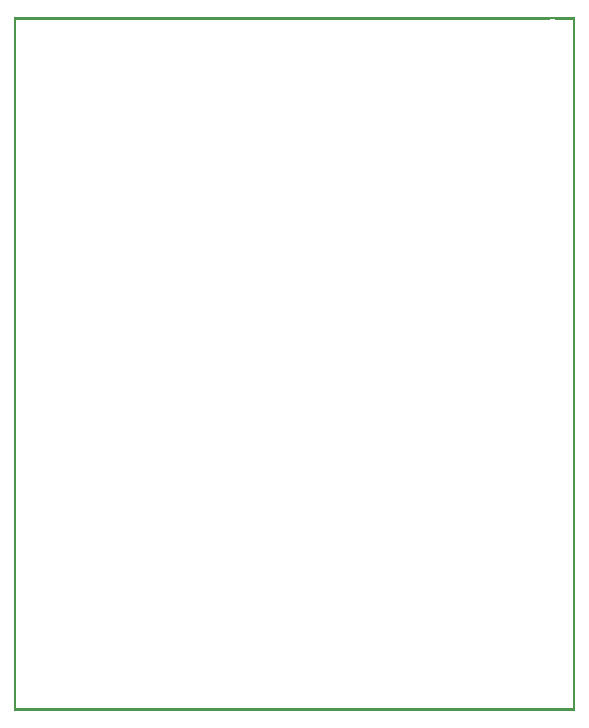
<source format=gto>
G04 MADE WITH FRITZING*
G04 WWW.FRITZING.ORG*
G04 DOUBLE SIDED*
G04 HOLES PLATED*
G04 CONTOUR ON CENTER OF CONTOUR VECTOR*
%ASAXBY*%
%FSLAX23Y23*%
%MOIN*%
%OFA0B0*%
%SFA1.0B1.0*%
%ADD10R,0.001000X0.001000*%
%LNSILK1*%
G90*
G70*
G54D10*
X0Y2312D02*
X1869Y2312D01*
X0Y2311D02*
X1869Y2311D01*
X0Y2310D02*
X1869Y2310D01*
X0Y2309D02*
X1869Y2309D01*
X0Y2308D02*
X1869Y2308D01*
X0Y2307D02*
X1869Y2307D01*
X0Y2306D02*
X1869Y2306D01*
X0Y2305D02*
X1786Y2305D01*
X1803Y2305D02*
X1869Y2305D01*
X0Y2304D02*
X7Y2304D01*
X1862Y2304D02*
X1869Y2304D01*
X0Y2303D02*
X7Y2303D01*
X1862Y2303D02*
X1869Y2303D01*
X0Y2302D02*
X7Y2302D01*
X1862Y2302D02*
X1869Y2302D01*
X0Y2301D02*
X7Y2301D01*
X1862Y2301D02*
X1869Y2301D01*
X0Y2300D02*
X7Y2300D01*
X1862Y2300D02*
X1869Y2300D01*
X0Y2299D02*
X7Y2299D01*
X1862Y2299D02*
X1869Y2299D01*
X0Y2298D02*
X7Y2298D01*
X1862Y2298D02*
X1869Y2298D01*
X0Y2297D02*
X7Y2297D01*
X1862Y2297D02*
X1869Y2297D01*
X0Y2296D02*
X7Y2296D01*
X1862Y2296D02*
X1869Y2296D01*
X0Y2295D02*
X7Y2295D01*
X1862Y2295D02*
X1869Y2295D01*
X0Y2294D02*
X7Y2294D01*
X1862Y2294D02*
X1869Y2294D01*
X0Y2293D02*
X7Y2293D01*
X1862Y2293D02*
X1869Y2293D01*
X0Y2292D02*
X7Y2292D01*
X1862Y2292D02*
X1869Y2292D01*
X0Y2291D02*
X7Y2291D01*
X1862Y2291D02*
X1869Y2291D01*
X0Y2290D02*
X7Y2290D01*
X1862Y2290D02*
X1869Y2290D01*
X0Y2289D02*
X7Y2289D01*
X1862Y2289D02*
X1869Y2289D01*
X0Y2288D02*
X7Y2288D01*
X1862Y2288D02*
X1869Y2288D01*
X0Y2287D02*
X7Y2287D01*
X1862Y2287D02*
X1869Y2287D01*
X0Y2286D02*
X7Y2286D01*
X1862Y2286D02*
X1869Y2286D01*
X0Y2285D02*
X7Y2285D01*
X1862Y2285D02*
X1869Y2285D01*
X0Y2284D02*
X7Y2284D01*
X1862Y2284D02*
X1869Y2284D01*
X0Y2283D02*
X7Y2283D01*
X1862Y2283D02*
X1869Y2283D01*
X0Y2282D02*
X7Y2282D01*
X1862Y2282D02*
X1869Y2282D01*
X0Y2281D02*
X7Y2281D01*
X1862Y2281D02*
X1869Y2281D01*
X0Y2280D02*
X7Y2280D01*
X1862Y2280D02*
X1869Y2280D01*
X0Y2279D02*
X7Y2279D01*
X1862Y2279D02*
X1869Y2279D01*
X0Y2278D02*
X7Y2278D01*
X1862Y2278D02*
X1869Y2278D01*
X0Y2277D02*
X7Y2277D01*
X1862Y2277D02*
X1869Y2277D01*
X0Y2276D02*
X7Y2276D01*
X1862Y2276D02*
X1869Y2276D01*
X0Y2275D02*
X7Y2275D01*
X1862Y2275D02*
X1869Y2275D01*
X0Y2274D02*
X7Y2274D01*
X1862Y2274D02*
X1869Y2274D01*
X0Y2273D02*
X7Y2273D01*
X1862Y2273D02*
X1869Y2273D01*
X0Y2272D02*
X7Y2272D01*
X1862Y2272D02*
X1869Y2272D01*
X0Y2271D02*
X7Y2271D01*
X1862Y2271D02*
X1869Y2271D01*
X0Y2270D02*
X7Y2270D01*
X1862Y2270D02*
X1869Y2270D01*
X0Y2269D02*
X7Y2269D01*
X1862Y2269D02*
X1869Y2269D01*
X0Y2268D02*
X7Y2268D01*
X1862Y2268D02*
X1869Y2268D01*
X0Y2267D02*
X7Y2267D01*
X1862Y2267D02*
X1869Y2267D01*
X0Y2266D02*
X7Y2266D01*
X1862Y2266D02*
X1869Y2266D01*
X0Y2265D02*
X7Y2265D01*
X1862Y2265D02*
X1869Y2265D01*
X0Y2264D02*
X7Y2264D01*
X1862Y2264D02*
X1869Y2264D01*
X0Y2263D02*
X7Y2263D01*
X1862Y2263D02*
X1869Y2263D01*
X0Y2262D02*
X7Y2262D01*
X1862Y2262D02*
X1869Y2262D01*
X0Y2261D02*
X7Y2261D01*
X1862Y2261D02*
X1869Y2261D01*
X0Y2260D02*
X7Y2260D01*
X1862Y2260D02*
X1869Y2260D01*
X0Y2259D02*
X7Y2259D01*
X1862Y2259D02*
X1869Y2259D01*
X0Y2258D02*
X7Y2258D01*
X1862Y2258D02*
X1869Y2258D01*
X0Y2257D02*
X7Y2257D01*
X1862Y2257D02*
X1869Y2257D01*
X0Y2256D02*
X7Y2256D01*
X1862Y2256D02*
X1869Y2256D01*
X0Y2255D02*
X7Y2255D01*
X1862Y2255D02*
X1869Y2255D01*
X0Y2254D02*
X7Y2254D01*
X1862Y2254D02*
X1869Y2254D01*
X0Y2253D02*
X7Y2253D01*
X1862Y2253D02*
X1869Y2253D01*
X0Y2252D02*
X7Y2252D01*
X1862Y2252D02*
X1869Y2252D01*
X0Y2251D02*
X7Y2251D01*
X1862Y2251D02*
X1869Y2251D01*
X0Y2250D02*
X7Y2250D01*
X1862Y2250D02*
X1869Y2250D01*
X0Y2249D02*
X7Y2249D01*
X1862Y2249D02*
X1869Y2249D01*
X0Y2248D02*
X7Y2248D01*
X1862Y2248D02*
X1869Y2248D01*
X0Y2247D02*
X7Y2247D01*
X1862Y2247D02*
X1869Y2247D01*
X0Y2246D02*
X7Y2246D01*
X1862Y2246D02*
X1869Y2246D01*
X0Y2245D02*
X7Y2245D01*
X1862Y2245D02*
X1869Y2245D01*
X0Y2244D02*
X7Y2244D01*
X1862Y2244D02*
X1869Y2244D01*
X0Y2243D02*
X7Y2243D01*
X1862Y2243D02*
X1869Y2243D01*
X0Y2242D02*
X7Y2242D01*
X1862Y2242D02*
X1869Y2242D01*
X0Y2241D02*
X7Y2241D01*
X1862Y2241D02*
X1869Y2241D01*
X0Y2240D02*
X7Y2240D01*
X1862Y2240D02*
X1869Y2240D01*
X0Y2239D02*
X7Y2239D01*
X1862Y2239D02*
X1869Y2239D01*
X0Y2238D02*
X7Y2238D01*
X1862Y2238D02*
X1869Y2238D01*
X0Y2237D02*
X7Y2237D01*
X1862Y2237D02*
X1869Y2237D01*
X0Y2236D02*
X7Y2236D01*
X1862Y2236D02*
X1869Y2236D01*
X0Y2235D02*
X7Y2235D01*
X1862Y2235D02*
X1869Y2235D01*
X0Y2234D02*
X7Y2234D01*
X1862Y2234D02*
X1869Y2234D01*
X0Y2233D02*
X7Y2233D01*
X1862Y2233D02*
X1869Y2233D01*
X0Y2232D02*
X7Y2232D01*
X1862Y2232D02*
X1869Y2232D01*
X0Y2231D02*
X7Y2231D01*
X1862Y2231D02*
X1869Y2231D01*
X0Y2230D02*
X7Y2230D01*
X1862Y2230D02*
X1869Y2230D01*
X0Y2229D02*
X7Y2229D01*
X1862Y2229D02*
X1869Y2229D01*
X0Y2228D02*
X7Y2228D01*
X1862Y2228D02*
X1869Y2228D01*
X0Y2227D02*
X7Y2227D01*
X1862Y2227D02*
X1869Y2227D01*
X0Y2226D02*
X7Y2226D01*
X1862Y2226D02*
X1869Y2226D01*
X0Y2225D02*
X7Y2225D01*
X1862Y2225D02*
X1869Y2225D01*
X0Y2224D02*
X7Y2224D01*
X1862Y2224D02*
X1869Y2224D01*
X0Y2223D02*
X7Y2223D01*
X1862Y2223D02*
X1869Y2223D01*
X0Y2222D02*
X7Y2222D01*
X1862Y2222D02*
X1869Y2222D01*
X0Y2221D02*
X7Y2221D01*
X1862Y2221D02*
X1869Y2221D01*
X0Y2220D02*
X7Y2220D01*
X1862Y2220D02*
X1869Y2220D01*
X0Y2219D02*
X7Y2219D01*
X1862Y2219D02*
X1869Y2219D01*
X0Y2218D02*
X7Y2218D01*
X1862Y2218D02*
X1869Y2218D01*
X0Y2217D02*
X7Y2217D01*
X1862Y2217D02*
X1869Y2217D01*
X0Y2216D02*
X7Y2216D01*
X1862Y2216D02*
X1869Y2216D01*
X0Y2215D02*
X7Y2215D01*
X1862Y2215D02*
X1869Y2215D01*
X0Y2214D02*
X7Y2214D01*
X1862Y2214D02*
X1869Y2214D01*
X0Y2213D02*
X7Y2213D01*
X1862Y2213D02*
X1869Y2213D01*
X0Y2212D02*
X7Y2212D01*
X1862Y2212D02*
X1869Y2212D01*
X0Y2211D02*
X7Y2211D01*
X1862Y2211D02*
X1869Y2211D01*
X0Y2210D02*
X7Y2210D01*
X1862Y2210D02*
X1869Y2210D01*
X0Y2209D02*
X7Y2209D01*
X1862Y2209D02*
X1869Y2209D01*
X0Y2208D02*
X7Y2208D01*
X1862Y2208D02*
X1869Y2208D01*
X0Y2207D02*
X7Y2207D01*
X1862Y2207D02*
X1869Y2207D01*
X0Y2206D02*
X7Y2206D01*
X1862Y2206D02*
X1869Y2206D01*
X0Y2205D02*
X7Y2205D01*
X1862Y2205D02*
X1869Y2205D01*
X0Y2204D02*
X7Y2204D01*
X1862Y2204D02*
X1869Y2204D01*
X0Y2203D02*
X7Y2203D01*
X1862Y2203D02*
X1869Y2203D01*
X0Y2202D02*
X7Y2202D01*
X1862Y2202D02*
X1869Y2202D01*
X0Y2201D02*
X7Y2201D01*
X1862Y2201D02*
X1869Y2201D01*
X0Y2200D02*
X7Y2200D01*
X1862Y2200D02*
X1869Y2200D01*
X0Y2199D02*
X7Y2199D01*
X1862Y2199D02*
X1869Y2199D01*
X0Y2198D02*
X7Y2198D01*
X1862Y2198D02*
X1869Y2198D01*
X0Y2197D02*
X7Y2197D01*
X1862Y2197D02*
X1869Y2197D01*
X0Y2196D02*
X7Y2196D01*
X1862Y2196D02*
X1869Y2196D01*
X0Y2195D02*
X7Y2195D01*
X1862Y2195D02*
X1869Y2195D01*
X0Y2194D02*
X7Y2194D01*
X1862Y2194D02*
X1869Y2194D01*
X0Y2193D02*
X7Y2193D01*
X1862Y2193D02*
X1869Y2193D01*
X0Y2192D02*
X7Y2192D01*
X1862Y2192D02*
X1869Y2192D01*
X0Y2191D02*
X7Y2191D01*
X1862Y2191D02*
X1869Y2191D01*
X0Y2190D02*
X7Y2190D01*
X1862Y2190D02*
X1869Y2190D01*
X0Y2189D02*
X7Y2189D01*
X1862Y2189D02*
X1869Y2189D01*
X0Y2188D02*
X7Y2188D01*
X1862Y2188D02*
X1869Y2188D01*
X0Y2187D02*
X7Y2187D01*
X1862Y2187D02*
X1869Y2187D01*
X0Y2186D02*
X7Y2186D01*
X1862Y2186D02*
X1869Y2186D01*
X0Y2185D02*
X7Y2185D01*
X1862Y2185D02*
X1869Y2185D01*
X0Y2184D02*
X7Y2184D01*
X1862Y2184D02*
X1869Y2184D01*
X0Y2183D02*
X7Y2183D01*
X1862Y2183D02*
X1869Y2183D01*
X0Y2182D02*
X7Y2182D01*
X1862Y2182D02*
X1869Y2182D01*
X0Y2181D02*
X7Y2181D01*
X1862Y2181D02*
X1869Y2181D01*
X0Y2180D02*
X7Y2180D01*
X1862Y2180D02*
X1869Y2180D01*
X0Y2179D02*
X7Y2179D01*
X1862Y2179D02*
X1869Y2179D01*
X0Y2178D02*
X7Y2178D01*
X1862Y2178D02*
X1869Y2178D01*
X0Y2177D02*
X7Y2177D01*
X1862Y2177D02*
X1869Y2177D01*
X0Y2176D02*
X7Y2176D01*
X1862Y2176D02*
X1869Y2176D01*
X0Y2175D02*
X7Y2175D01*
X1862Y2175D02*
X1869Y2175D01*
X0Y2174D02*
X7Y2174D01*
X1862Y2174D02*
X1869Y2174D01*
X0Y2173D02*
X7Y2173D01*
X1862Y2173D02*
X1869Y2173D01*
X0Y2172D02*
X7Y2172D01*
X1862Y2172D02*
X1869Y2172D01*
X0Y2171D02*
X7Y2171D01*
X1862Y2171D02*
X1869Y2171D01*
X0Y2170D02*
X7Y2170D01*
X1862Y2170D02*
X1869Y2170D01*
X0Y2169D02*
X7Y2169D01*
X1862Y2169D02*
X1869Y2169D01*
X0Y2168D02*
X7Y2168D01*
X1862Y2168D02*
X1869Y2168D01*
X0Y2167D02*
X7Y2167D01*
X1862Y2167D02*
X1869Y2167D01*
X0Y2166D02*
X7Y2166D01*
X1862Y2166D02*
X1869Y2166D01*
X0Y2165D02*
X7Y2165D01*
X1862Y2165D02*
X1869Y2165D01*
X0Y2164D02*
X7Y2164D01*
X1862Y2164D02*
X1869Y2164D01*
X0Y2163D02*
X7Y2163D01*
X1862Y2163D02*
X1869Y2163D01*
X0Y2162D02*
X7Y2162D01*
X1862Y2162D02*
X1869Y2162D01*
X0Y2161D02*
X7Y2161D01*
X1862Y2161D02*
X1869Y2161D01*
X0Y2160D02*
X7Y2160D01*
X1862Y2160D02*
X1869Y2160D01*
X0Y2159D02*
X7Y2159D01*
X1862Y2159D02*
X1869Y2159D01*
X0Y2158D02*
X7Y2158D01*
X1862Y2158D02*
X1869Y2158D01*
X0Y2157D02*
X7Y2157D01*
X1862Y2157D02*
X1869Y2157D01*
X0Y2156D02*
X7Y2156D01*
X1862Y2156D02*
X1869Y2156D01*
X0Y2155D02*
X7Y2155D01*
X1862Y2155D02*
X1869Y2155D01*
X0Y2154D02*
X7Y2154D01*
X1862Y2154D02*
X1869Y2154D01*
X0Y2153D02*
X7Y2153D01*
X1862Y2153D02*
X1869Y2153D01*
X0Y2152D02*
X7Y2152D01*
X1862Y2152D02*
X1869Y2152D01*
X0Y2151D02*
X7Y2151D01*
X1862Y2151D02*
X1869Y2151D01*
X0Y2150D02*
X7Y2150D01*
X1862Y2150D02*
X1869Y2150D01*
X0Y2149D02*
X7Y2149D01*
X1862Y2149D02*
X1869Y2149D01*
X0Y2148D02*
X7Y2148D01*
X1862Y2148D02*
X1869Y2148D01*
X0Y2147D02*
X7Y2147D01*
X1862Y2147D02*
X1869Y2147D01*
X0Y2146D02*
X7Y2146D01*
X1862Y2146D02*
X1869Y2146D01*
X0Y2145D02*
X7Y2145D01*
X1862Y2145D02*
X1869Y2145D01*
X0Y2144D02*
X7Y2144D01*
X1862Y2144D02*
X1869Y2144D01*
X0Y2143D02*
X7Y2143D01*
X1862Y2143D02*
X1869Y2143D01*
X0Y2142D02*
X7Y2142D01*
X1862Y2142D02*
X1869Y2142D01*
X0Y2141D02*
X7Y2141D01*
X1862Y2141D02*
X1869Y2141D01*
X0Y2140D02*
X7Y2140D01*
X1862Y2140D02*
X1869Y2140D01*
X0Y2139D02*
X7Y2139D01*
X1862Y2139D02*
X1869Y2139D01*
X0Y2138D02*
X7Y2138D01*
X1862Y2138D02*
X1869Y2138D01*
X0Y2137D02*
X7Y2137D01*
X1862Y2137D02*
X1869Y2137D01*
X0Y2136D02*
X7Y2136D01*
X1862Y2136D02*
X1869Y2136D01*
X0Y2135D02*
X7Y2135D01*
X1862Y2135D02*
X1869Y2135D01*
X0Y2134D02*
X7Y2134D01*
X1862Y2134D02*
X1869Y2134D01*
X0Y2133D02*
X7Y2133D01*
X1862Y2133D02*
X1869Y2133D01*
X0Y2132D02*
X7Y2132D01*
X1862Y2132D02*
X1869Y2132D01*
X0Y2131D02*
X7Y2131D01*
X1862Y2131D02*
X1869Y2131D01*
X0Y2130D02*
X7Y2130D01*
X1862Y2130D02*
X1869Y2130D01*
X0Y2129D02*
X7Y2129D01*
X1862Y2129D02*
X1869Y2129D01*
X0Y2128D02*
X7Y2128D01*
X1862Y2128D02*
X1869Y2128D01*
X0Y2127D02*
X7Y2127D01*
X1862Y2127D02*
X1869Y2127D01*
X0Y2126D02*
X7Y2126D01*
X1862Y2126D02*
X1869Y2126D01*
X0Y2125D02*
X7Y2125D01*
X1862Y2125D02*
X1869Y2125D01*
X0Y2124D02*
X7Y2124D01*
X1862Y2124D02*
X1869Y2124D01*
X0Y2123D02*
X7Y2123D01*
X1862Y2123D02*
X1869Y2123D01*
X0Y2122D02*
X7Y2122D01*
X1862Y2122D02*
X1869Y2122D01*
X0Y2121D02*
X7Y2121D01*
X1862Y2121D02*
X1869Y2121D01*
X0Y2120D02*
X7Y2120D01*
X1862Y2120D02*
X1869Y2120D01*
X0Y2119D02*
X7Y2119D01*
X1862Y2119D02*
X1869Y2119D01*
X0Y2118D02*
X7Y2118D01*
X1862Y2118D02*
X1869Y2118D01*
X0Y2117D02*
X7Y2117D01*
X1862Y2117D02*
X1869Y2117D01*
X0Y2116D02*
X7Y2116D01*
X1862Y2116D02*
X1869Y2116D01*
X0Y2115D02*
X7Y2115D01*
X1862Y2115D02*
X1869Y2115D01*
X0Y2114D02*
X7Y2114D01*
X1862Y2114D02*
X1869Y2114D01*
X0Y2113D02*
X7Y2113D01*
X1862Y2113D02*
X1869Y2113D01*
X0Y2112D02*
X7Y2112D01*
X1862Y2112D02*
X1869Y2112D01*
X0Y2111D02*
X7Y2111D01*
X1862Y2111D02*
X1869Y2111D01*
X0Y2110D02*
X7Y2110D01*
X1862Y2110D02*
X1869Y2110D01*
X0Y2109D02*
X7Y2109D01*
X1862Y2109D02*
X1869Y2109D01*
X0Y2108D02*
X7Y2108D01*
X1862Y2108D02*
X1869Y2108D01*
X0Y2107D02*
X7Y2107D01*
X1862Y2107D02*
X1869Y2107D01*
X0Y2106D02*
X7Y2106D01*
X1862Y2106D02*
X1869Y2106D01*
X0Y2105D02*
X7Y2105D01*
X1862Y2105D02*
X1869Y2105D01*
X0Y2104D02*
X7Y2104D01*
X1862Y2104D02*
X1869Y2104D01*
X0Y2103D02*
X7Y2103D01*
X1862Y2103D02*
X1869Y2103D01*
X0Y2102D02*
X7Y2102D01*
X1862Y2102D02*
X1869Y2102D01*
X0Y2101D02*
X7Y2101D01*
X1862Y2101D02*
X1869Y2101D01*
X0Y2100D02*
X7Y2100D01*
X1862Y2100D02*
X1869Y2100D01*
X0Y2099D02*
X7Y2099D01*
X1862Y2099D02*
X1869Y2099D01*
X0Y2098D02*
X7Y2098D01*
X1862Y2098D02*
X1869Y2098D01*
X0Y2097D02*
X7Y2097D01*
X1862Y2097D02*
X1869Y2097D01*
X0Y2096D02*
X7Y2096D01*
X1862Y2096D02*
X1869Y2096D01*
X0Y2095D02*
X7Y2095D01*
X1862Y2095D02*
X1869Y2095D01*
X0Y2094D02*
X7Y2094D01*
X1862Y2094D02*
X1869Y2094D01*
X0Y2093D02*
X7Y2093D01*
X1862Y2093D02*
X1869Y2093D01*
X0Y2092D02*
X7Y2092D01*
X1862Y2092D02*
X1869Y2092D01*
X0Y2091D02*
X7Y2091D01*
X1862Y2091D02*
X1869Y2091D01*
X0Y2090D02*
X7Y2090D01*
X1862Y2090D02*
X1869Y2090D01*
X0Y2089D02*
X7Y2089D01*
X1862Y2089D02*
X1869Y2089D01*
X0Y2088D02*
X7Y2088D01*
X1862Y2088D02*
X1869Y2088D01*
X0Y2087D02*
X7Y2087D01*
X1862Y2087D02*
X1869Y2087D01*
X0Y2086D02*
X7Y2086D01*
X1862Y2086D02*
X1869Y2086D01*
X0Y2085D02*
X7Y2085D01*
X1862Y2085D02*
X1869Y2085D01*
X0Y2084D02*
X7Y2084D01*
X1862Y2084D02*
X1869Y2084D01*
X0Y2083D02*
X7Y2083D01*
X1862Y2083D02*
X1869Y2083D01*
X0Y2082D02*
X7Y2082D01*
X1862Y2082D02*
X1869Y2082D01*
X0Y2081D02*
X7Y2081D01*
X1862Y2081D02*
X1869Y2081D01*
X0Y2080D02*
X7Y2080D01*
X1862Y2080D02*
X1869Y2080D01*
X0Y2079D02*
X7Y2079D01*
X1862Y2079D02*
X1869Y2079D01*
X0Y2078D02*
X7Y2078D01*
X1862Y2078D02*
X1869Y2078D01*
X0Y2077D02*
X7Y2077D01*
X1862Y2077D02*
X1869Y2077D01*
X0Y2076D02*
X7Y2076D01*
X1862Y2076D02*
X1869Y2076D01*
X0Y2075D02*
X7Y2075D01*
X1862Y2075D02*
X1869Y2075D01*
X0Y2074D02*
X7Y2074D01*
X1862Y2074D02*
X1869Y2074D01*
X0Y2073D02*
X7Y2073D01*
X1862Y2073D02*
X1869Y2073D01*
X0Y2072D02*
X7Y2072D01*
X1862Y2072D02*
X1869Y2072D01*
X0Y2071D02*
X7Y2071D01*
X1862Y2071D02*
X1869Y2071D01*
X0Y2070D02*
X7Y2070D01*
X1862Y2070D02*
X1869Y2070D01*
X0Y2069D02*
X7Y2069D01*
X1862Y2069D02*
X1869Y2069D01*
X0Y2068D02*
X7Y2068D01*
X1862Y2068D02*
X1869Y2068D01*
X0Y2067D02*
X7Y2067D01*
X1862Y2067D02*
X1869Y2067D01*
X0Y2066D02*
X7Y2066D01*
X1862Y2066D02*
X1869Y2066D01*
X0Y2065D02*
X7Y2065D01*
X1862Y2065D02*
X1869Y2065D01*
X0Y2064D02*
X7Y2064D01*
X1862Y2064D02*
X1869Y2064D01*
X0Y2063D02*
X7Y2063D01*
X1862Y2063D02*
X1869Y2063D01*
X0Y2062D02*
X7Y2062D01*
X1862Y2062D02*
X1869Y2062D01*
X0Y2061D02*
X7Y2061D01*
X1862Y2061D02*
X1869Y2061D01*
X0Y2060D02*
X7Y2060D01*
X1862Y2060D02*
X1869Y2060D01*
X0Y2059D02*
X7Y2059D01*
X1862Y2059D02*
X1869Y2059D01*
X0Y2058D02*
X7Y2058D01*
X1862Y2058D02*
X1869Y2058D01*
X0Y2057D02*
X7Y2057D01*
X1862Y2057D02*
X1869Y2057D01*
X0Y2056D02*
X7Y2056D01*
X1862Y2056D02*
X1869Y2056D01*
X0Y2055D02*
X7Y2055D01*
X1862Y2055D02*
X1869Y2055D01*
X0Y2054D02*
X7Y2054D01*
X1862Y2054D02*
X1869Y2054D01*
X0Y2053D02*
X7Y2053D01*
X1862Y2053D02*
X1869Y2053D01*
X0Y2052D02*
X7Y2052D01*
X1862Y2052D02*
X1869Y2052D01*
X0Y2051D02*
X7Y2051D01*
X1862Y2051D02*
X1869Y2051D01*
X0Y2050D02*
X7Y2050D01*
X1862Y2050D02*
X1869Y2050D01*
X0Y2049D02*
X7Y2049D01*
X1862Y2049D02*
X1869Y2049D01*
X0Y2048D02*
X7Y2048D01*
X1862Y2048D02*
X1869Y2048D01*
X0Y2047D02*
X7Y2047D01*
X1862Y2047D02*
X1869Y2047D01*
X0Y2046D02*
X7Y2046D01*
X1862Y2046D02*
X1869Y2046D01*
X0Y2045D02*
X7Y2045D01*
X1862Y2045D02*
X1869Y2045D01*
X0Y2044D02*
X7Y2044D01*
X1862Y2044D02*
X1869Y2044D01*
X0Y2043D02*
X7Y2043D01*
X1862Y2043D02*
X1869Y2043D01*
X0Y2042D02*
X7Y2042D01*
X1862Y2042D02*
X1869Y2042D01*
X0Y2041D02*
X7Y2041D01*
X1862Y2041D02*
X1869Y2041D01*
X0Y2040D02*
X7Y2040D01*
X1862Y2040D02*
X1869Y2040D01*
X0Y2039D02*
X7Y2039D01*
X1862Y2039D02*
X1869Y2039D01*
X0Y2038D02*
X7Y2038D01*
X1862Y2038D02*
X1869Y2038D01*
X0Y2037D02*
X7Y2037D01*
X1862Y2037D02*
X1869Y2037D01*
X0Y2036D02*
X7Y2036D01*
X1862Y2036D02*
X1869Y2036D01*
X0Y2035D02*
X7Y2035D01*
X1862Y2035D02*
X1869Y2035D01*
X0Y2034D02*
X7Y2034D01*
X1862Y2034D02*
X1869Y2034D01*
X0Y2033D02*
X7Y2033D01*
X1862Y2033D02*
X1869Y2033D01*
X0Y2032D02*
X7Y2032D01*
X1862Y2032D02*
X1869Y2032D01*
X0Y2031D02*
X7Y2031D01*
X1862Y2031D02*
X1869Y2031D01*
X0Y2030D02*
X7Y2030D01*
X1862Y2030D02*
X1869Y2030D01*
X0Y2029D02*
X7Y2029D01*
X1862Y2029D02*
X1869Y2029D01*
X0Y2028D02*
X7Y2028D01*
X1862Y2028D02*
X1869Y2028D01*
X0Y2027D02*
X7Y2027D01*
X1862Y2027D02*
X1869Y2027D01*
X0Y2026D02*
X7Y2026D01*
X1862Y2026D02*
X1869Y2026D01*
X0Y2025D02*
X7Y2025D01*
X1862Y2025D02*
X1869Y2025D01*
X0Y2024D02*
X7Y2024D01*
X1862Y2024D02*
X1869Y2024D01*
X0Y2023D02*
X7Y2023D01*
X1862Y2023D02*
X1869Y2023D01*
X0Y2022D02*
X7Y2022D01*
X1862Y2022D02*
X1869Y2022D01*
X0Y2021D02*
X7Y2021D01*
X1862Y2021D02*
X1869Y2021D01*
X0Y2020D02*
X7Y2020D01*
X1862Y2020D02*
X1869Y2020D01*
X0Y2019D02*
X7Y2019D01*
X1862Y2019D02*
X1869Y2019D01*
X0Y2018D02*
X7Y2018D01*
X1862Y2018D02*
X1869Y2018D01*
X0Y2017D02*
X7Y2017D01*
X1862Y2017D02*
X1869Y2017D01*
X0Y2016D02*
X7Y2016D01*
X1862Y2016D02*
X1869Y2016D01*
X0Y2015D02*
X7Y2015D01*
X1862Y2015D02*
X1869Y2015D01*
X0Y2014D02*
X7Y2014D01*
X1862Y2014D02*
X1869Y2014D01*
X0Y2013D02*
X7Y2013D01*
X1862Y2013D02*
X1869Y2013D01*
X0Y2012D02*
X7Y2012D01*
X1862Y2012D02*
X1869Y2012D01*
X0Y2011D02*
X7Y2011D01*
X1862Y2011D02*
X1869Y2011D01*
X0Y2010D02*
X7Y2010D01*
X1862Y2010D02*
X1869Y2010D01*
X0Y2009D02*
X7Y2009D01*
X1862Y2009D02*
X1869Y2009D01*
X0Y2008D02*
X7Y2008D01*
X1862Y2008D02*
X1869Y2008D01*
X0Y2007D02*
X7Y2007D01*
X1862Y2007D02*
X1869Y2007D01*
X0Y2006D02*
X7Y2006D01*
X1862Y2006D02*
X1869Y2006D01*
X0Y2005D02*
X7Y2005D01*
X1862Y2005D02*
X1869Y2005D01*
X0Y2004D02*
X7Y2004D01*
X1862Y2004D02*
X1869Y2004D01*
X0Y2003D02*
X7Y2003D01*
X1862Y2003D02*
X1869Y2003D01*
X0Y2002D02*
X7Y2002D01*
X1862Y2002D02*
X1869Y2002D01*
X0Y2001D02*
X7Y2001D01*
X1862Y2001D02*
X1869Y2001D01*
X0Y2000D02*
X7Y2000D01*
X1862Y2000D02*
X1869Y2000D01*
X0Y1999D02*
X7Y1999D01*
X1862Y1999D02*
X1869Y1999D01*
X0Y1998D02*
X7Y1998D01*
X1862Y1998D02*
X1869Y1998D01*
X0Y1997D02*
X7Y1997D01*
X1862Y1997D02*
X1869Y1997D01*
X0Y1996D02*
X7Y1996D01*
X1862Y1996D02*
X1869Y1996D01*
X0Y1995D02*
X7Y1995D01*
X1862Y1995D02*
X1869Y1995D01*
X0Y1994D02*
X7Y1994D01*
X1862Y1994D02*
X1869Y1994D01*
X0Y1993D02*
X7Y1993D01*
X1862Y1993D02*
X1869Y1993D01*
X0Y1992D02*
X7Y1992D01*
X1862Y1992D02*
X1869Y1992D01*
X0Y1991D02*
X7Y1991D01*
X1862Y1991D02*
X1869Y1991D01*
X0Y1990D02*
X7Y1990D01*
X1862Y1990D02*
X1869Y1990D01*
X0Y1989D02*
X7Y1989D01*
X1862Y1989D02*
X1869Y1989D01*
X0Y1988D02*
X7Y1988D01*
X1862Y1988D02*
X1869Y1988D01*
X0Y1987D02*
X7Y1987D01*
X1862Y1987D02*
X1869Y1987D01*
X0Y1986D02*
X7Y1986D01*
X1862Y1986D02*
X1869Y1986D01*
X0Y1985D02*
X7Y1985D01*
X1862Y1985D02*
X1869Y1985D01*
X0Y1984D02*
X7Y1984D01*
X1862Y1984D02*
X1869Y1984D01*
X0Y1983D02*
X7Y1983D01*
X1862Y1983D02*
X1869Y1983D01*
X0Y1982D02*
X7Y1982D01*
X1862Y1982D02*
X1869Y1982D01*
X0Y1981D02*
X7Y1981D01*
X1862Y1981D02*
X1869Y1981D01*
X0Y1980D02*
X7Y1980D01*
X1862Y1980D02*
X1869Y1980D01*
X0Y1979D02*
X7Y1979D01*
X1862Y1979D02*
X1869Y1979D01*
X0Y1978D02*
X7Y1978D01*
X1862Y1978D02*
X1869Y1978D01*
X0Y1977D02*
X7Y1977D01*
X1862Y1977D02*
X1869Y1977D01*
X0Y1976D02*
X7Y1976D01*
X1862Y1976D02*
X1869Y1976D01*
X0Y1975D02*
X7Y1975D01*
X1862Y1975D02*
X1869Y1975D01*
X0Y1974D02*
X7Y1974D01*
X1862Y1974D02*
X1869Y1974D01*
X0Y1973D02*
X7Y1973D01*
X1862Y1973D02*
X1869Y1973D01*
X0Y1972D02*
X7Y1972D01*
X1862Y1972D02*
X1869Y1972D01*
X0Y1971D02*
X7Y1971D01*
X1862Y1971D02*
X1869Y1971D01*
X0Y1970D02*
X7Y1970D01*
X1862Y1970D02*
X1869Y1970D01*
X0Y1969D02*
X7Y1969D01*
X1862Y1969D02*
X1869Y1969D01*
X0Y1968D02*
X7Y1968D01*
X1862Y1968D02*
X1869Y1968D01*
X0Y1967D02*
X7Y1967D01*
X1862Y1967D02*
X1869Y1967D01*
X0Y1966D02*
X7Y1966D01*
X1862Y1966D02*
X1869Y1966D01*
X0Y1965D02*
X7Y1965D01*
X1862Y1965D02*
X1869Y1965D01*
X0Y1964D02*
X7Y1964D01*
X1862Y1964D02*
X1869Y1964D01*
X0Y1963D02*
X7Y1963D01*
X1862Y1963D02*
X1869Y1963D01*
X0Y1962D02*
X7Y1962D01*
X1862Y1962D02*
X1869Y1962D01*
X0Y1961D02*
X7Y1961D01*
X1862Y1961D02*
X1869Y1961D01*
X0Y1960D02*
X7Y1960D01*
X1862Y1960D02*
X1869Y1960D01*
X0Y1959D02*
X7Y1959D01*
X1862Y1959D02*
X1869Y1959D01*
X0Y1958D02*
X7Y1958D01*
X1862Y1958D02*
X1869Y1958D01*
X0Y1957D02*
X7Y1957D01*
X1862Y1957D02*
X1869Y1957D01*
X0Y1956D02*
X7Y1956D01*
X1862Y1956D02*
X1869Y1956D01*
X0Y1955D02*
X7Y1955D01*
X1862Y1955D02*
X1869Y1955D01*
X0Y1954D02*
X7Y1954D01*
X1862Y1954D02*
X1869Y1954D01*
X0Y1953D02*
X7Y1953D01*
X1862Y1953D02*
X1869Y1953D01*
X0Y1952D02*
X7Y1952D01*
X1862Y1952D02*
X1869Y1952D01*
X0Y1951D02*
X7Y1951D01*
X1862Y1951D02*
X1869Y1951D01*
X0Y1950D02*
X7Y1950D01*
X1862Y1950D02*
X1869Y1950D01*
X0Y1949D02*
X7Y1949D01*
X1862Y1949D02*
X1869Y1949D01*
X0Y1948D02*
X7Y1948D01*
X1862Y1948D02*
X1869Y1948D01*
X0Y1947D02*
X7Y1947D01*
X1862Y1947D02*
X1869Y1947D01*
X0Y1946D02*
X7Y1946D01*
X1862Y1946D02*
X1869Y1946D01*
X0Y1945D02*
X7Y1945D01*
X1862Y1945D02*
X1869Y1945D01*
X0Y1944D02*
X7Y1944D01*
X1862Y1944D02*
X1869Y1944D01*
X0Y1943D02*
X7Y1943D01*
X1862Y1943D02*
X1869Y1943D01*
X0Y1942D02*
X7Y1942D01*
X1862Y1942D02*
X1869Y1942D01*
X0Y1941D02*
X7Y1941D01*
X1862Y1941D02*
X1869Y1941D01*
X0Y1940D02*
X7Y1940D01*
X1862Y1940D02*
X1869Y1940D01*
X0Y1939D02*
X7Y1939D01*
X1862Y1939D02*
X1869Y1939D01*
X0Y1938D02*
X7Y1938D01*
X1862Y1938D02*
X1869Y1938D01*
X0Y1937D02*
X7Y1937D01*
X1862Y1937D02*
X1869Y1937D01*
X0Y1936D02*
X7Y1936D01*
X1862Y1936D02*
X1869Y1936D01*
X0Y1935D02*
X7Y1935D01*
X1862Y1935D02*
X1869Y1935D01*
X0Y1934D02*
X7Y1934D01*
X1862Y1934D02*
X1869Y1934D01*
X0Y1933D02*
X7Y1933D01*
X1862Y1933D02*
X1869Y1933D01*
X0Y1932D02*
X7Y1932D01*
X1862Y1932D02*
X1869Y1932D01*
X0Y1931D02*
X7Y1931D01*
X1862Y1931D02*
X1869Y1931D01*
X0Y1930D02*
X7Y1930D01*
X1862Y1930D02*
X1869Y1930D01*
X0Y1929D02*
X7Y1929D01*
X1862Y1929D02*
X1869Y1929D01*
X0Y1928D02*
X7Y1928D01*
X1862Y1928D02*
X1869Y1928D01*
X0Y1927D02*
X7Y1927D01*
X1862Y1927D02*
X1869Y1927D01*
X0Y1926D02*
X7Y1926D01*
X1862Y1926D02*
X1869Y1926D01*
X0Y1925D02*
X7Y1925D01*
X1862Y1925D02*
X1869Y1925D01*
X0Y1924D02*
X7Y1924D01*
X1862Y1924D02*
X1869Y1924D01*
X0Y1923D02*
X7Y1923D01*
X1862Y1923D02*
X1869Y1923D01*
X0Y1922D02*
X7Y1922D01*
X1862Y1922D02*
X1869Y1922D01*
X0Y1921D02*
X7Y1921D01*
X1862Y1921D02*
X1869Y1921D01*
X0Y1920D02*
X7Y1920D01*
X1862Y1920D02*
X1869Y1920D01*
X0Y1919D02*
X7Y1919D01*
X1862Y1919D02*
X1869Y1919D01*
X0Y1918D02*
X7Y1918D01*
X1862Y1918D02*
X1869Y1918D01*
X0Y1917D02*
X7Y1917D01*
X1862Y1917D02*
X1869Y1917D01*
X0Y1916D02*
X7Y1916D01*
X1862Y1916D02*
X1869Y1916D01*
X0Y1915D02*
X7Y1915D01*
X1862Y1915D02*
X1869Y1915D01*
X0Y1914D02*
X7Y1914D01*
X1862Y1914D02*
X1869Y1914D01*
X0Y1913D02*
X7Y1913D01*
X1862Y1913D02*
X1869Y1913D01*
X0Y1912D02*
X7Y1912D01*
X1862Y1912D02*
X1869Y1912D01*
X0Y1911D02*
X7Y1911D01*
X1862Y1911D02*
X1869Y1911D01*
X0Y1910D02*
X7Y1910D01*
X1862Y1910D02*
X1869Y1910D01*
X0Y1909D02*
X7Y1909D01*
X1862Y1909D02*
X1869Y1909D01*
X0Y1908D02*
X7Y1908D01*
X1862Y1908D02*
X1869Y1908D01*
X0Y1907D02*
X7Y1907D01*
X1862Y1907D02*
X1869Y1907D01*
X0Y1906D02*
X7Y1906D01*
X1862Y1906D02*
X1869Y1906D01*
X0Y1905D02*
X7Y1905D01*
X1862Y1905D02*
X1869Y1905D01*
X0Y1904D02*
X7Y1904D01*
X1862Y1904D02*
X1869Y1904D01*
X0Y1903D02*
X7Y1903D01*
X1862Y1903D02*
X1869Y1903D01*
X0Y1902D02*
X7Y1902D01*
X1862Y1902D02*
X1869Y1902D01*
X0Y1901D02*
X7Y1901D01*
X1862Y1901D02*
X1869Y1901D01*
X0Y1900D02*
X7Y1900D01*
X1862Y1900D02*
X1869Y1900D01*
X0Y1899D02*
X7Y1899D01*
X1862Y1899D02*
X1869Y1899D01*
X0Y1898D02*
X7Y1898D01*
X1862Y1898D02*
X1869Y1898D01*
X0Y1897D02*
X7Y1897D01*
X1862Y1897D02*
X1869Y1897D01*
X0Y1896D02*
X7Y1896D01*
X1862Y1896D02*
X1869Y1896D01*
X0Y1895D02*
X7Y1895D01*
X1862Y1895D02*
X1869Y1895D01*
X0Y1894D02*
X7Y1894D01*
X1862Y1894D02*
X1869Y1894D01*
X0Y1893D02*
X7Y1893D01*
X1862Y1893D02*
X1869Y1893D01*
X0Y1892D02*
X7Y1892D01*
X1862Y1892D02*
X1869Y1892D01*
X0Y1891D02*
X7Y1891D01*
X1862Y1891D02*
X1869Y1891D01*
X0Y1890D02*
X7Y1890D01*
X1862Y1890D02*
X1869Y1890D01*
X0Y1889D02*
X7Y1889D01*
X1862Y1889D02*
X1869Y1889D01*
X0Y1888D02*
X7Y1888D01*
X1862Y1888D02*
X1869Y1888D01*
X0Y1887D02*
X7Y1887D01*
X1862Y1887D02*
X1869Y1887D01*
X0Y1886D02*
X7Y1886D01*
X1862Y1886D02*
X1869Y1886D01*
X0Y1885D02*
X7Y1885D01*
X1862Y1885D02*
X1869Y1885D01*
X0Y1884D02*
X7Y1884D01*
X1862Y1884D02*
X1869Y1884D01*
X0Y1883D02*
X7Y1883D01*
X1862Y1883D02*
X1869Y1883D01*
X0Y1882D02*
X7Y1882D01*
X1862Y1882D02*
X1869Y1882D01*
X0Y1881D02*
X7Y1881D01*
X1862Y1881D02*
X1869Y1881D01*
X0Y1880D02*
X7Y1880D01*
X1862Y1880D02*
X1869Y1880D01*
X0Y1879D02*
X7Y1879D01*
X1862Y1879D02*
X1869Y1879D01*
X0Y1878D02*
X7Y1878D01*
X1862Y1878D02*
X1869Y1878D01*
X0Y1877D02*
X7Y1877D01*
X1862Y1877D02*
X1869Y1877D01*
X0Y1876D02*
X7Y1876D01*
X1862Y1876D02*
X1869Y1876D01*
X0Y1875D02*
X7Y1875D01*
X1862Y1875D02*
X1869Y1875D01*
X0Y1874D02*
X7Y1874D01*
X1862Y1874D02*
X1869Y1874D01*
X0Y1873D02*
X7Y1873D01*
X1862Y1873D02*
X1869Y1873D01*
X0Y1872D02*
X7Y1872D01*
X1862Y1872D02*
X1869Y1872D01*
X0Y1871D02*
X7Y1871D01*
X1862Y1871D02*
X1869Y1871D01*
X0Y1870D02*
X7Y1870D01*
X1862Y1870D02*
X1869Y1870D01*
X0Y1869D02*
X7Y1869D01*
X1862Y1869D02*
X1869Y1869D01*
X0Y1868D02*
X7Y1868D01*
X1862Y1868D02*
X1869Y1868D01*
X0Y1867D02*
X7Y1867D01*
X1862Y1867D02*
X1869Y1867D01*
X0Y1866D02*
X7Y1866D01*
X1862Y1866D02*
X1869Y1866D01*
X0Y1865D02*
X7Y1865D01*
X1862Y1865D02*
X1869Y1865D01*
X0Y1864D02*
X7Y1864D01*
X1862Y1864D02*
X1869Y1864D01*
X0Y1863D02*
X7Y1863D01*
X1862Y1863D02*
X1869Y1863D01*
X0Y1862D02*
X7Y1862D01*
X1862Y1862D02*
X1869Y1862D01*
X0Y1861D02*
X7Y1861D01*
X1862Y1861D02*
X1869Y1861D01*
X0Y1860D02*
X7Y1860D01*
X1862Y1860D02*
X1869Y1860D01*
X0Y1859D02*
X7Y1859D01*
X1862Y1859D02*
X1869Y1859D01*
X0Y1858D02*
X7Y1858D01*
X1862Y1858D02*
X1869Y1858D01*
X0Y1857D02*
X7Y1857D01*
X1862Y1857D02*
X1869Y1857D01*
X0Y1856D02*
X7Y1856D01*
X1862Y1856D02*
X1869Y1856D01*
X0Y1855D02*
X7Y1855D01*
X1862Y1855D02*
X1869Y1855D01*
X0Y1854D02*
X7Y1854D01*
X1862Y1854D02*
X1869Y1854D01*
X0Y1853D02*
X7Y1853D01*
X1862Y1853D02*
X1869Y1853D01*
X0Y1852D02*
X7Y1852D01*
X1862Y1852D02*
X1869Y1852D01*
X0Y1851D02*
X7Y1851D01*
X1862Y1851D02*
X1869Y1851D01*
X0Y1850D02*
X7Y1850D01*
X1862Y1850D02*
X1869Y1850D01*
X0Y1849D02*
X7Y1849D01*
X1862Y1849D02*
X1869Y1849D01*
X0Y1848D02*
X7Y1848D01*
X1862Y1848D02*
X1869Y1848D01*
X0Y1847D02*
X7Y1847D01*
X1862Y1847D02*
X1869Y1847D01*
X0Y1846D02*
X7Y1846D01*
X1862Y1846D02*
X1869Y1846D01*
X0Y1845D02*
X7Y1845D01*
X1862Y1845D02*
X1869Y1845D01*
X0Y1844D02*
X7Y1844D01*
X1862Y1844D02*
X1869Y1844D01*
X0Y1843D02*
X7Y1843D01*
X1862Y1843D02*
X1869Y1843D01*
X0Y1842D02*
X7Y1842D01*
X1862Y1842D02*
X1869Y1842D01*
X0Y1841D02*
X7Y1841D01*
X1862Y1841D02*
X1869Y1841D01*
X0Y1840D02*
X7Y1840D01*
X1862Y1840D02*
X1869Y1840D01*
X0Y1839D02*
X7Y1839D01*
X1862Y1839D02*
X1869Y1839D01*
X0Y1838D02*
X7Y1838D01*
X1862Y1838D02*
X1869Y1838D01*
X0Y1837D02*
X7Y1837D01*
X1862Y1837D02*
X1869Y1837D01*
X0Y1836D02*
X7Y1836D01*
X1862Y1836D02*
X1869Y1836D01*
X0Y1835D02*
X7Y1835D01*
X1862Y1835D02*
X1869Y1835D01*
X0Y1834D02*
X7Y1834D01*
X1862Y1834D02*
X1869Y1834D01*
X0Y1833D02*
X7Y1833D01*
X1862Y1833D02*
X1869Y1833D01*
X0Y1832D02*
X7Y1832D01*
X1862Y1832D02*
X1869Y1832D01*
X0Y1831D02*
X7Y1831D01*
X1862Y1831D02*
X1869Y1831D01*
X0Y1830D02*
X7Y1830D01*
X1862Y1830D02*
X1869Y1830D01*
X0Y1829D02*
X7Y1829D01*
X1862Y1829D02*
X1869Y1829D01*
X0Y1828D02*
X7Y1828D01*
X1862Y1828D02*
X1869Y1828D01*
X0Y1827D02*
X7Y1827D01*
X1862Y1827D02*
X1869Y1827D01*
X0Y1826D02*
X7Y1826D01*
X1862Y1826D02*
X1869Y1826D01*
X0Y1825D02*
X7Y1825D01*
X1862Y1825D02*
X1869Y1825D01*
X0Y1824D02*
X7Y1824D01*
X1862Y1824D02*
X1869Y1824D01*
X0Y1823D02*
X7Y1823D01*
X1862Y1823D02*
X1869Y1823D01*
X0Y1822D02*
X7Y1822D01*
X1862Y1822D02*
X1869Y1822D01*
X0Y1821D02*
X7Y1821D01*
X1862Y1821D02*
X1869Y1821D01*
X0Y1820D02*
X7Y1820D01*
X1862Y1820D02*
X1869Y1820D01*
X0Y1819D02*
X7Y1819D01*
X1862Y1819D02*
X1869Y1819D01*
X0Y1818D02*
X7Y1818D01*
X1862Y1818D02*
X1869Y1818D01*
X0Y1817D02*
X7Y1817D01*
X1862Y1817D02*
X1869Y1817D01*
X0Y1816D02*
X7Y1816D01*
X1862Y1816D02*
X1869Y1816D01*
X0Y1815D02*
X7Y1815D01*
X1862Y1815D02*
X1869Y1815D01*
X0Y1814D02*
X7Y1814D01*
X1862Y1814D02*
X1869Y1814D01*
X0Y1813D02*
X7Y1813D01*
X1862Y1813D02*
X1869Y1813D01*
X0Y1812D02*
X7Y1812D01*
X1862Y1812D02*
X1869Y1812D01*
X0Y1811D02*
X7Y1811D01*
X1862Y1811D02*
X1869Y1811D01*
X0Y1810D02*
X7Y1810D01*
X1862Y1810D02*
X1869Y1810D01*
X0Y1809D02*
X7Y1809D01*
X1862Y1809D02*
X1869Y1809D01*
X0Y1808D02*
X7Y1808D01*
X1862Y1808D02*
X1869Y1808D01*
X0Y1807D02*
X7Y1807D01*
X1862Y1807D02*
X1869Y1807D01*
X0Y1806D02*
X7Y1806D01*
X1862Y1806D02*
X1869Y1806D01*
X0Y1805D02*
X7Y1805D01*
X1862Y1805D02*
X1869Y1805D01*
X0Y1804D02*
X7Y1804D01*
X1862Y1804D02*
X1869Y1804D01*
X0Y1803D02*
X7Y1803D01*
X1862Y1803D02*
X1869Y1803D01*
X0Y1802D02*
X7Y1802D01*
X1862Y1802D02*
X1869Y1802D01*
X0Y1801D02*
X7Y1801D01*
X1862Y1801D02*
X1869Y1801D01*
X0Y1800D02*
X7Y1800D01*
X1862Y1800D02*
X1869Y1800D01*
X0Y1799D02*
X7Y1799D01*
X1862Y1799D02*
X1869Y1799D01*
X0Y1798D02*
X7Y1798D01*
X1862Y1798D02*
X1869Y1798D01*
X0Y1797D02*
X7Y1797D01*
X1862Y1797D02*
X1869Y1797D01*
X0Y1796D02*
X7Y1796D01*
X1862Y1796D02*
X1869Y1796D01*
X0Y1795D02*
X7Y1795D01*
X1862Y1795D02*
X1869Y1795D01*
X0Y1794D02*
X7Y1794D01*
X1862Y1794D02*
X1869Y1794D01*
X0Y1793D02*
X7Y1793D01*
X1862Y1793D02*
X1869Y1793D01*
X0Y1792D02*
X7Y1792D01*
X1862Y1792D02*
X1869Y1792D01*
X0Y1791D02*
X7Y1791D01*
X1862Y1791D02*
X1869Y1791D01*
X0Y1790D02*
X7Y1790D01*
X1862Y1790D02*
X1869Y1790D01*
X0Y1789D02*
X7Y1789D01*
X1862Y1789D02*
X1869Y1789D01*
X0Y1788D02*
X7Y1788D01*
X1862Y1788D02*
X1869Y1788D01*
X0Y1787D02*
X7Y1787D01*
X1862Y1787D02*
X1869Y1787D01*
X0Y1786D02*
X7Y1786D01*
X1862Y1786D02*
X1869Y1786D01*
X0Y1785D02*
X7Y1785D01*
X1862Y1785D02*
X1869Y1785D01*
X0Y1784D02*
X7Y1784D01*
X1862Y1784D02*
X1869Y1784D01*
X0Y1783D02*
X7Y1783D01*
X1862Y1783D02*
X1869Y1783D01*
X0Y1782D02*
X7Y1782D01*
X1862Y1782D02*
X1869Y1782D01*
X0Y1781D02*
X7Y1781D01*
X1862Y1781D02*
X1869Y1781D01*
X0Y1780D02*
X7Y1780D01*
X1862Y1780D02*
X1869Y1780D01*
X0Y1779D02*
X7Y1779D01*
X1862Y1779D02*
X1869Y1779D01*
X0Y1778D02*
X7Y1778D01*
X1862Y1778D02*
X1869Y1778D01*
X0Y1777D02*
X7Y1777D01*
X1862Y1777D02*
X1869Y1777D01*
X0Y1776D02*
X7Y1776D01*
X1862Y1776D02*
X1869Y1776D01*
X0Y1775D02*
X7Y1775D01*
X1862Y1775D02*
X1869Y1775D01*
X0Y1774D02*
X7Y1774D01*
X1862Y1774D02*
X1869Y1774D01*
X0Y1773D02*
X7Y1773D01*
X1862Y1773D02*
X1869Y1773D01*
X0Y1772D02*
X7Y1772D01*
X1862Y1772D02*
X1869Y1772D01*
X0Y1771D02*
X7Y1771D01*
X1862Y1771D02*
X1869Y1771D01*
X0Y1770D02*
X7Y1770D01*
X1862Y1770D02*
X1869Y1770D01*
X0Y1769D02*
X7Y1769D01*
X1862Y1769D02*
X1869Y1769D01*
X0Y1768D02*
X7Y1768D01*
X1862Y1768D02*
X1869Y1768D01*
X0Y1767D02*
X7Y1767D01*
X1862Y1767D02*
X1869Y1767D01*
X0Y1766D02*
X7Y1766D01*
X1862Y1766D02*
X1869Y1766D01*
X0Y1765D02*
X7Y1765D01*
X1862Y1765D02*
X1869Y1765D01*
X0Y1764D02*
X7Y1764D01*
X1862Y1764D02*
X1869Y1764D01*
X0Y1763D02*
X7Y1763D01*
X1862Y1763D02*
X1869Y1763D01*
X0Y1762D02*
X7Y1762D01*
X1862Y1762D02*
X1869Y1762D01*
X0Y1761D02*
X7Y1761D01*
X1862Y1761D02*
X1869Y1761D01*
X0Y1760D02*
X7Y1760D01*
X1862Y1760D02*
X1869Y1760D01*
X0Y1759D02*
X7Y1759D01*
X1862Y1759D02*
X1869Y1759D01*
X0Y1758D02*
X7Y1758D01*
X1862Y1758D02*
X1869Y1758D01*
X0Y1757D02*
X7Y1757D01*
X1862Y1757D02*
X1869Y1757D01*
X0Y1756D02*
X7Y1756D01*
X1862Y1756D02*
X1869Y1756D01*
X0Y1755D02*
X7Y1755D01*
X1862Y1755D02*
X1869Y1755D01*
X0Y1754D02*
X7Y1754D01*
X1862Y1754D02*
X1869Y1754D01*
X0Y1753D02*
X7Y1753D01*
X1862Y1753D02*
X1869Y1753D01*
X0Y1752D02*
X7Y1752D01*
X1862Y1752D02*
X1869Y1752D01*
X0Y1751D02*
X7Y1751D01*
X1862Y1751D02*
X1869Y1751D01*
X0Y1750D02*
X7Y1750D01*
X1862Y1750D02*
X1869Y1750D01*
X0Y1749D02*
X7Y1749D01*
X1862Y1749D02*
X1869Y1749D01*
X0Y1748D02*
X7Y1748D01*
X1862Y1748D02*
X1869Y1748D01*
X0Y1747D02*
X7Y1747D01*
X1862Y1747D02*
X1869Y1747D01*
X0Y1746D02*
X7Y1746D01*
X1862Y1746D02*
X1869Y1746D01*
X0Y1745D02*
X7Y1745D01*
X1862Y1745D02*
X1869Y1745D01*
X0Y1744D02*
X7Y1744D01*
X1862Y1744D02*
X1869Y1744D01*
X0Y1743D02*
X7Y1743D01*
X1862Y1743D02*
X1869Y1743D01*
X0Y1742D02*
X7Y1742D01*
X1862Y1742D02*
X1869Y1742D01*
X0Y1741D02*
X7Y1741D01*
X1862Y1741D02*
X1869Y1741D01*
X0Y1740D02*
X7Y1740D01*
X1862Y1740D02*
X1869Y1740D01*
X0Y1739D02*
X7Y1739D01*
X1862Y1739D02*
X1869Y1739D01*
X0Y1738D02*
X7Y1738D01*
X1862Y1738D02*
X1869Y1738D01*
X0Y1737D02*
X7Y1737D01*
X1862Y1737D02*
X1869Y1737D01*
X0Y1736D02*
X7Y1736D01*
X1862Y1736D02*
X1869Y1736D01*
X0Y1735D02*
X7Y1735D01*
X1862Y1735D02*
X1869Y1735D01*
X0Y1734D02*
X7Y1734D01*
X1862Y1734D02*
X1869Y1734D01*
X0Y1733D02*
X7Y1733D01*
X1862Y1733D02*
X1869Y1733D01*
X0Y1732D02*
X7Y1732D01*
X1862Y1732D02*
X1869Y1732D01*
X0Y1731D02*
X7Y1731D01*
X1862Y1731D02*
X1869Y1731D01*
X0Y1730D02*
X7Y1730D01*
X1862Y1730D02*
X1869Y1730D01*
X0Y1729D02*
X7Y1729D01*
X1862Y1729D02*
X1869Y1729D01*
X0Y1728D02*
X7Y1728D01*
X1862Y1728D02*
X1869Y1728D01*
X0Y1727D02*
X7Y1727D01*
X1862Y1727D02*
X1869Y1727D01*
X0Y1726D02*
X7Y1726D01*
X1862Y1726D02*
X1869Y1726D01*
X0Y1725D02*
X7Y1725D01*
X1862Y1725D02*
X1869Y1725D01*
X0Y1724D02*
X7Y1724D01*
X1862Y1724D02*
X1869Y1724D01*
X0Y1723D02*
X7Y1723D01*
X1862Y1723D02*
X1869Y1723D01*
X0Y1722D02*
X7Y1722D01*
X1862Y1722D02*
X1869Y1722D01*
X0Y1721D02*
X7Y1721D01*
X1862Y1721D02*
X1869Y1721D01*
X0Y1720D02*
X7Y1720D01*
X1862Y1720D02*
X1869Y1720D01*
X0Y1719D02*
X7Y1719D01*
X1862Y1719D02*
X1869Y1719D01*
X0Y1718D02*
X7Y1718D01*
X1862Y1718D02*
X1869Y1718D01*
X0Y1717D02*
X7Y1717D01*
X1862Y1717D02*
X1869Y1717D01*
X0Y1716D02*
X7Y1716D01*
X1862Y1716D02*
X1869Y1716D01*
X0Y1715D02*
X7Y1715D01*
X1862Y1715D02*
X1869Y1715D01*
X0Y1714D02*
X7Y1714D01*
X1862Y1714D02*
X1869Y1714D01*
X0Y1713D02*
X7Y1713D01*
X1862Y1713D02*
X1869Y1713D01*
X0Y1712D02*
X7Y1712D01*
X1862Y1712D02*
X1869Y1712D01*
X0Y1711D02*
X7Y1711D01*
X1862Y1711D02*
X1869Y1711D01*
X0Y1710D02*
X7Y1710D01*
X1862Y1710D02*
X1869Y1710D01*
X0Y1709D02*
X7Y1709D01*
X1862Y1709D02*
X1869Y1709D01*
X0Y1708D02*
X7Y1708D01*
X1862Y1708D02*
X1869Y1708D01*
X0Y1707D02*
X7Y1707D01*
X1862Y1707D02*
X1869Y1707D01*
X0Y1706D02*
X7Y1706D01*
X1862Y1706D02*
X1869Y1706D01*
X0Y1705D02*
X7Y1705D01*
X1862Y1705D02*
X1869Y1705D01*
X0Y1704D02*
X7Y1704D01*
X1862Y1704D02*
X1869Y1704D01*
X0Y1703D02*
X7Y1703D01*
X1862Y1703D02*
X1869Y1703D01*
X0Y1702D02*
X7Y1702D01*
X1862Y1702D02*
X1869Y1702D01*
X0Y1701D02*
X7Y1701D01*
X1862Y1701D02*
X1869Y1701D01*
X0Y1700D02*
X7Y1700D01*
X1862Y1700D02*
X1869Y1700D01*
X0Y1699D02*
X7Y1699D01*
X1862Y1699D02*
X1869Y1699D01*
X0Y1698D02*
X7Y1698D01*
X1862Y1698D02*
X1869Y1698D01*
X0Y1697D02*
X7Y1697D01*
X1862Y1697D02*
X1869Y1697D01*
X0Y1696D02*
X7Y1696D01*
X1862Y1696D02*
X1869Y1696D01*
X0Y1695D02*
X7Y1695D01*
X1862Y1695D02*
X1869Y1695D01*
X0Y1694D02*
X7Y1694D01*
X1862Y1694D02*
X1869Y1694D01*
X0Y1693D02*
X7Y1693D01*
X1862Y1693D02*
X1869Y1693D01*
X0Y1692D02*
X7Y1692D01*
X1862Y1692D02*
X1869Y1692D01*
X0Y1691D02*
X7Y1691D01*
X1862Y1691D02*
X1869Y1691D01*
X0Y1690D02*
X7Y1690D01*
X1862Y1690D02*
X1869Y1690D01*
X0Y1689D02*
X7Y1689D01*
X1862Y1689D02*
X1869Y1689D01*
X0Y1688D02*
X7Y1688D01*
X1862Y1688D02*
X1869Y1688D01*
X0Y1687D02*
X7Y1687D01*
X1862Y1687D02*
X1869Y1687D01*
X0Y1686D02*
X7Y1686D01*
X1862Y1686D02*
X1869Y1686D01*
X0Y1685D02*
X7Y1685D01*
X1862Y1685D02*
X1869Y1685D01*
X0Y1684D02*
X7Y1684D01*
X1862Y1684D02*
X1869Y1684D01*
X0Y1683D02*
X7Y1683D01*
X1862Y1683D02*
X1869Y1683D01*
X0Y1682D02*
X7Y1682D01*
X1862Y1682D02*
X1869Y1682D01*
X0Y1681D02*
X7Y1681D01*
X1862Y1681D02*
X1869Y1681D01*
X0Y1680D02*
X7Y1680D01*
X1862Y1680D02*
X1869Y1680D01*
X0Y1679D02*
X7Y1679D01*
X1862Y1679D02*
X1869Y1679D01*
X0Y1678D02*
X7Y1678D01*
X1862Y1678D02*
X1869Y1678D01*
X0Y1677D02*
X7Y1677D01*
X1862Y1677D02*
X1869Y1677D01*
X0Y1676D02*
X7Y1676D01*
X1862Y1676D02*
X1869Y1676D01*
X0Y1675D02*
X7Y1675D01*
X1862Y1675D02*
X1869Y1675D01*
X0Y1674D02*
X7Y1674D01*
X1862Y1674D02*
X1869Y1674D01*
X0Y1673D02*
X7Y1673D01*
X1862Y1673D02*
X1869Y1673D01*
X0Y1672D02*
X7Y1672D01*
X1862Y1672D02*
X1869Y1672D01*
X0Y1671D02*
X7Y1671D01*
X1862Y1671D02*
X1869Y1671D01*
X0Y1670D02*
X7Y1670D01*
X1862Y1670D02*
X1869Y1670D01*
X0Y1669D02*
X7Y1669D01*
X1862Y1669D02*
X1869Y1669D01*
X0Y1668D02*
X7Y1668D01*
X1862Y1668D02*
X1869Y1668D01*
X0Y1667D02*
X7Y1667D01*
X1862Y1667D02*
X1869Y1667D01*
X0Y1666D02*
X7Y1666D01*
X1862Y1666D02*
X1869Y1666D01*
X0Y1665D02*
X7Y1665D01*
X1862Y1665D02*
X1869Y1665D01*
X0Y1664D02*
X7Y1664D01*
X1862Y1664D02*
X1869Y1664D01*
X0Y1663D02*
X7Y1663D01*
X1862Y1663D02*
X1869Y1663D01*
X0Y1662D02*
X7Y1662D01*
X1862Y1662D02*
X1869Y1662D01*
X0Y1661D02*
X7Y1661D01*
X1862Y1661D02*
X1869Y1661D01*
X0Y1660D02*
X7Y1660D01*
X1862Y1660D02*
X1869Y1660D01*
X0Y1659D02*
X7Y1659D01*
X1862Y1659D02*
X1869Y1659D01*
X0Y1658D02*
X7Y1658D01*
X1862Y1658D02*
X1869Y1658D01*
X0Y1657D02*
X7Y1657D01*
X1862Y1657D02*
X1869Y1657D01*
X0Y1656D02*
X7Y1656D01*
X1862Y1656D02*
X1869Y1656D01*
X0Y1655D02*
X7Y1655D01*
X1862Y1655D02*
X1869Y1655D01*
X0Y1654D02*
X7Y1654D01*
X1862Y1654D02*
X1869Y1654D01*
X0Y1653D02*
X7Y1653D01*
X1862Y1653D02*
X1869Y1653D01*
X0Y1652D02*
X7Y1652D01*
X1862Y1652D02*
X1869Y1652D01*
X0Y1651D02*
X7Y1651D01*
X1862Y1651D02*
X1869Y1651D01*
X0Y1650D02*
X7Y1650D01*
X1862Y1650D02*
X1869Y1650D01*
X0Y1649D02*
X7Y1649D01*
X1862Y1649D02*
X1869Y1649D01*
X0Y1648D02*
X7Y1648D01*
X1862Y1648D02*
X1869Y1648D01*
X0Y1647D02*
X7Y1647D01*
X1862Y1647D02*
X1869Y1647D01*
X0Y1646D02*
X7Y1646D01*
X1862Y1646D02*
X1869Y1646D01*
X0Y1645D02*
X7Y1645D01*
X1862Y1645D02*
X1869Y1645D01*
X0Y1644D02*
X7Y1644D01*
X1862Y1644D02*
X1869Y1644D01*
X0Y1643D02*
X7Y1643D01*
X1862Y1643D02*
X1869Y1643D01*
X0Y1642D02*
X7Y1642D01*
X1862Y1642D02*
X1869Y1642D01*
X0Y1641D02*
X7Y1641D01*
X1862Y1641D02*
X1869Y1641D01*
X0Y1640D02*
X7Y1640D01*
X1862Y1640D02*
X1869Y1640D01*
X0Y1639D02*
X7Y1639D01*
X1862Y1639D02*
X1869Y1639D01*
X0Y1638D02*
X7Y1638D01*
X1862Y1638D02*
X1869Y1638D01*
X0Y1637D02*
X7Y1637D01*
X1862Y1637D02*
X1869Y1637D01*
X0Y1636D02*
X7Y1636D01*
X1862Y1636D02*
X1869Y1636D01*
X0Y1635D02*
X7Y1635D01*
X1862Y1635D02*
X1869Y1635D01*
X0Y1634D02*
X7Y1634D01*
X1862Y1634D02*
X1869Y1634D01*
X0Y1633D02*
X7Y1633D01*
X1862Y1633D02*
X1869Y1633D01*
X0Y1632D02*
X7Y1632D01*
X1862Y1632D02*
X1869Y1632D01*
X0Y1631D02*
X7Y1631D01*
X1862Y1631D02*
X1869Y1631D01*
X0Y1630D02*
X7Y1630D01*
X1862Y1630D02*
X1869Y1630D01*
X0Y1629D02*
X7Y1629D01*
X1862Y1629D02*
X1869Y1629D01*
X0Y1628D02*
X7Y1628D01*
X1862Y1628D02*
X1869Y1628D01*
X0Y1627D02*
X7Y1627D01*
X1862Y1627D02*
X1869Y1627D01*
X0Y1626D02*
X7Y1626D01*
X1862Y1626D02*
X1869Y1626D01*
X0Y1625D02*
X7Y1625D01*
X1862Y1625D02*
X1869Y1625D01*
X0Y1624D02*
X7Y1624D01*
X1862Y1624D02*
X1869Y1624D01*
X0Y1623D02*
X7Y1623D01*
X1862Y1623D02*
X1869Y1623D01*
X0Y1622D02*
X7Y1622D01*
X1862Y1622D02*
X1869Y1622D01*
X0Y1621D02*
X7Y1621D01*
X1862Y1621D02*
X1869Y1621D01*
X0Y1620D02*
X7Y1620D01*
X1862Y1620D02*
X1869Y1620D01*
X0Y1619D02*
X7Y1619D01*
X1862Y1619D02*
X1869Y1619D01*
X0Y1618D02*
X7Y1618D01*
X1862Y1618D02*
X1869Y1618D01*
X0Y1617D02*
X7Y1617D01*
X1862Y1617D02*
X1869Y1617D01*
X0Y1616D02*
X7Y1616D01*
X1862Y1616D02*
X1869Y1616D01*
X0Y1615D02*
X7Y1615D01*
X1862Y1615D02*
X1869Y1615D01*
X0Y1614D02*
X7Y1614D01*
X1862Y1614D02*
X1869Y1614D01*
X0Y1613D02*
X7Y1613D01*
X1862Y1613D02*
X1869Y1613D01*
X0Y1612D02*
X7Y1612D01*
X1862Y1612D02*
X1869Y1612D01*
X0Y1611D02*
X7Y1611D01*
X1862Y1611D02*
X1869Y1611D01*
X0Y1610D02*
X7Y1610D01*
X1862Y1610D02*
X1869Y1610D01*
X0Y1609D02*
X7Y1609D01*
X1862Y1609D02*
X1869Y1609D01*
X0Y1608D02*
X7Y1608D01*
X1862Y1608D02*
X1869Y1608D01*
X0Y1607D02*
X7Y1607D01*
X1862Y1607D02*
X1869Y1607D01*
X0Y1606D02*
X7Y1606D01*
X1862Y1606D02*
X1869Y1606D01*
X0Y1605D02*
X7Y1605D01*
X1862Y1605D02*
X1869Y1605D01*
X0Y1604D02*
X7Y1604D01*
X1862Y1604D02*
X1869Y1604D01*
X0Y1603D02*
X7Y1603D01*
X1862Y1603D02*
X1869Y1603D01*
X0Y1602D02*
X7Y1602D01*
X1862Y1602D02*
X1869Y1602D01*
X0Y1601D02*
X7Y1601D01*
X1862Y1601D02*
X1869Y1601D01*
X0Y1600D02*
X7Y1600D01*
X1862Y1600D02*
X1869Y1600D01*
X0Y1599D02*
X7Y1599D01*
X1862Y1599D02*
X1869Y1599D01*
X0Y1598D02*
X7Y1598D01*
X1862Y1598D02*
X1869Y1598D01*
X0Y1597D02*
X7Y1597D01*
X1862Y1597D02*
X1869Y1597D01*
X0Y1596D02*
X7Y1596D01*
X1862Y1596D02*
X1869Y1596D01*
X0Y1595D02*
X7Y1595D01*
X1862Y1595D02*
X1869Y1595D01*
X0Y1594D02*
X7Y1594D01*
X1862Y1594D02*
X1869Y1594D01*
X0Y1593D02*
X7Y1593D01*
X1862Y1593D02*
X1869Y1593D01*
X0Y1592D02*
X7Y1592D01*
X1862Y1592D02*
X1869Y1592D01*
X0Y1591D02*
X7Y1591D01*
X1862Y1591D02*
X1869Y1591D01*
X0Y1590D02*
X7Y1590D01*
X1862Y1590D02*
X1869Y1590D01*
X0Y1589D02*
X7Y1589D01*
X1862Y1589D02*
X1869Y1589D01*
X0Y1588D02*
X7Y1588D01*
X1862Y1588D02*
X1869Y1588D01*
X0Y1587D02*
X7Y1587D01*
X1862Y1587D02*
X1869Y1587D01*
X0Y1586D02*
X7Y1586D01*
X1862Y1586D02*
X1869Y1586D01*
X0Y1585D02*
X7Y1585D01*
X1862Y1585D02*
X1869Y1585D01*
X0Y1584D02*
X7Y1584D01*
X1862Y1584D02*
X1869Y1584D01*
X0Y1583D02*
X7Y1583D01*
X1862Y1583D02*
X1869Y1583D01*
X0Y1582D02*
X7Y1582D01*
X1862Y1582D02*
X1869Y1582D01*
X0Y1581D02*
X7Y1581D01*
X1862Y1581D02*
X1869Y1581D01*
X0Y1580D02*
X7Y1580D01*
X1862Y1580D02*
X1869Y1580D01*
X0Y1579D02*
X7Y1579D01*
X1862Y1579D02*
X1869Y1579D01*
X0Y1578D02*
X7Y1578D01*
X1862Y1578D02*
X1869Y1578D01*
X0Y1577D02*
X7Y1577D01*
X1862Y1577D02*
X1869Y1577D01*
X0Y1576D02*
X7Y1576D01*
X1862Y1576D02*
X1869Y1576D01*
X0Y1575D02*
X7Y1575D01*
X1862Y1575D02*
X1869Y1575D01*
X0Y1574D02*
X7Y1574D01*
X1862Y1574D02*
X1869Y1574D01*
X0Y1573D02*
X7Y1573D01*
X1862Y1573D02*
X1869Y1573D01*
X0Y1572D02*
X7Y1572D01*
X1862Y1572D02*
X1869Y1572D01*
X0Y1571D02*
X7Y1571D01*
X1862Y1571D02*
X1869Y1571D01*
X0Y1570D02*
X7Y1570D01*
X1862Y1570D02*
X1869Y1570D01*
X0Y1569D02*
X7Y1569D01*
X1862Y1569D02*
X1869Y1569D01*
X0Y1568D02*
X7Y1568D01*
X1862Y1568D02*
X1869Y1568D01*
X0Y1567D02*
X7Y1567D01*
X1862Y1567D02*
X1869Y1567D01*
X0Y1566D02*
X7Y1566D01*
X1862Y1566D02*
X1869Y1566D01*
X0Y1565D02*
X7Y1565D01*
X1862Y1565D02*
X1869Y1565D01*
X0Y1564D02*
X7Y1564D01*
X1862Y1564D02*
X1869Y1564D01*
X0Y1563D02*
X7Y1563D01*
X1862Y1563D02*
X1869Y1563D01*
X0Y1562D02*
X7Y1562D01*
X1862Y1562D02*
X1869Y1562D01*
X0Y1561D02*
X7Y1561D01*
X1862Y1561D02*
X1869Y1561D01*
X0Y1560D02*
X7Y1560D01*
X1862Y1560D02*
X1869Y1560D01*
X0Y1559D02*
X7Y1559D01*
X1862Y1559D02*
X1869Y1559D01*
X0Y1558D02*
X7Y1558D01*
X1862Y1558D02*
X1869Y1558D01*
X0Y1557D02*
X7Y1557D01*
X1862Y1557D02*
X1869Y1557D01*
X0Y1556D02*
X7Y1556D01*
X1862Y1556D02*
X1869Y1556D01*
X0Y1555D02*
X7Y1555D01*
X1862Y1555D02*
X1869Y1555D01*
X0Y1554D02*
X7Y1554D01*
X1862Y1554D02*
X1869Y1554D01*
X0Y1553D02*
X7Y1553D01*
X1862Y1553D02*
X1869Y1553D01*
X0Y1552D02*
X7Y1552D01*
X1862Y1552D02*
X1869Y1552D01*
X0Y1551D02*
X7Y1551D01*
X1862Y1551D02*
X1869Y1551D01*
X0Y1550D02*
X7Y1550D01*
X1862Y1550D02*
X1869Y1550D01*
X0Y1549D02*
X7Y1549D01*
X1862Y1549D02*
X1869Y1549D01*
X0Y1548D02*
X7Y1548D01*
X1862Y1548D02*
X1869Y1548D01*
X0Y1547D02*
X7Y1547D01*
X1862Y1547D02*
X1869Y1547D01*
X0Y1546D02*
X7Y1546D01*
X1862Y1546D02*
X1869Y1546D01*
X0Y1545D02*
X7Y1545D01*
X1862Y1545D02*
X1869Y1545D01*
X0Y1544D02*
X7Y1544D01*
X1862Y1544D02*
X1869Y1544D01*
X0Y1543D02*
X7Y1543D01*
X1862Y1543D02*
X1869Y1543D01*
X0Y1542D02*
X7Y1542D01*
X1862Y1542D02*
X1869Y1542D01*
X0Y1541D02*
X7Y1541D01*
X1862Y1541D02*
X1869Y1541D01*
X0Y1540D02*
X7Y1540D01*
X1862Y1540D02*
X1869Y1540D01*
X0Y1539D02*
X7Y1539D01*
X1862Y1539D02*
X1869Y1539D01*
X0Y1538D02*
X7Y1538D01*
X1862Y1538D02*
X1869Y1538D01*
X0Y1537D02*
X7Y1537D01*
X1862Y1537D02*
X1869Y1537D01*
X0Y1536D02*
X7Y1536D01*
X1862Y1536D02*
X1869Y1536D01*
X0Y1535D02*
X7Y1535D01*
X1862Y1535D02*
X1869Y1535D01*
X0Y1534D02*
X7Y1534D01*
X1862Y1534D02*
X1869Y1534D01*
X0Y1533D02*
X7Y1533D01*
X1862Y1533D02*
X1869Y1533D01*
X0Y1532D02*
X7Y1532D01*
X1862Y1532D02*
X1869Y1532D01*
X0Y1531D02*
X7Y1531D01*
X1862Y1531D02*
X1869Y1531D01*
X0Y1530D02*
X7Y1530D01*
X1862Y1530D02*
X1869Y1530D01*
X0Y1529D02*
X7Y1529D01*
X1862Y1529D02*
X1869Y1529D01*
X0Y1528D02*
X7Y1528D01*
X1862Y1528D02*
X1869Y1528D01*
X0Y1527D02*
X7Y1527D01*
X1862Y1527D02*
X1869Y1527D01*
X0Y1526D02*
X7Y1526D01*
X1862Y1526D02*
X1869Y1526D01*
X0Y1525D02*
X7Y1525D01*
X1862Y1525D02*
X1869Y1525D01*
X0Y1524D02*
X7Y1524D01*
X1862Y1524D02*
X1869Y1524D01*
X0Y1523D02*
X7Y1523D01*
X1862Y1523D02*
X1869Y1523D01*
X0Y1522D02*
X7Y1522D01*
X1862Y1522D02*
X1869Y1522D01*
X0Y1521D02*
X7Y1521D01*
X1862Y1521D02*
X1869Y1521D01*
X0Y1520D02*
X7Y1520D01*
X1862Y1520D02*
X1869Y1520D01*
X0Y1519D02*
X7Y1519D01*
X1862Y1519D02*
X1869Y1519D01*
X0Y1518D02*
X7Y1518D01*
X1862Y1518D02*
X1869Y1518D01*
X0Y1517D02*
X7Y1517D01*
X1862Y1517D02*
X1869Y1517D01*
X0Y1516D02*
X7Y1516D01*
X1862Y1516D02*
X1869Y1516D01*
X0Y1515D02*
X7Y1515D01*
X1862Y1515D02*
X1869Y1515D01*
X0Y1514D02*
X7Y1514D01*
X1862Y1514D02*
X1869Y1514D01*
X0Y1513D02*
X7Y1513D01*
X1862Y1513D02*
X1869Y1513D01*
X0Y1512D02*
X7Y1512D01*
X1862Y1512D02*
X1869Y1512D01*
X0Y1511D02*
X7Y1511D01*
X1862Y1511D02*
X1869Y1511D01*
X0Y1510D02*
X7Y1510D01*
X1862Y1510D02*
X1869Y1510D01*
X0Y1509D02*
X7Y1509D01*
X1862Y1509D02*
X1869Y1509D01*
X0Y1508D02*
X7Y1508D01*
X1862Y1508D02*
X1869Y1508D01*
X0Y1507D02*
X7Y1507D01*
X1862Y1507D02*
X1869Y1507D01*
X0Y1506D02*
X7Y1506D01*
X1862Y1506D02*
X1869Y1506D01*
X0Y1505D02*
X7Y1505D01*
X1862Y1505D02*
X1869Y1505D01*
X0Y1504D02*
X7Y1504D01*
X1862Y1504D02*
X1869Y1504D01*
X0Y1503D02*
X7Y1503D01*
X1862Y1503D02*
X1869Y1503D01*
X0Y1502D02*
X7Y1502D01*
X1862Y1502D02*
X1869Y1502D01*
X0Y1501D02*
X7Y1501D01*
X1862Y1501D02*
X1869Y1501D01*
X0Y1500D02*
X7Y1500D01*
X1862Y1500D02*
X1869Y1500D01*
X0Y1499D02*
X7Y1499D01*
X1862Y1499D02*
X1869Y1499D01*
X0Y1498D02*
X7Y1498D01*
X1862Y1498D02*
X1869Y1498D01*
X0Y1497D02*
X7Y1497D01*
X1862Y1497D02*
X1869Y1497D01*
X0Y1496D02*
X7Y1496D01*
X1862Y1496D02*
X1869Y1496D01*
X0Y1495D02*
X7Y1495D01*
X1862Y1495D02*
X1869Y1495D01*
X0Y1494D02*
X7Y1494D01*
X1862Y1494D02*
X1869Y1494D01*
X0Y1493D02*
X7Y1493D01*
X1862Y1493D02*
X1869Y1493D01*
X0Y1492D02*
X7Y1492D01*
X1862Y1492D02*
X1869Y1492D01*
X0Y1491D02*
X7Y1491D01*
X1862Y1491D02*
X1869Y1491D01*
X0Y1490D02*
X7Y1490D01*
X1862Y1490D02*
X1869Y1490D01*
X0Y1489D02*
X7Y1489D01*
X1862Y1489D02*
X1869Y1489D01*
X0Y1488D02*
X7Y1488D01*
X1862Y1488D02*
X1869Y1488D01*
X0Y1487D02*
X7Y1487D01*
X1862Y1487D02*
X1869Y1487D01*
X0Y1486D02*
X7Y1486D01*
X1862Y1486D02*
X1869Y1486D01*
X0Y1485D02*
X7Y1485D01*
X1862Y1485D02*
X1869Y1485D01*
X0Y1484D02*
X7Y1484D01*
X1862Y1484D02*
X1869Y1484D01*
X0Y1483D02*
X7Y1483D01*
X1862Y1483D02*
X1869Y1483D01*
X0Y1482D02*
X7Y1482D01*
X1862Y1482D02*
X1869Y1482D01*
X0Y1481D02*
X7Y1481D01*
X1862Y1481D02*
X1869Y1481D01*
X0Y1480D02*
X7Y1480D01*
X1862Y1480D02*
X1869Y1480D01*
X0Y1479D02*
X7Y1479D01*
X1862Y1479D02*
X1869Y1479D01*
X0Y1478D02*
X7Y1478D01*
X1862Y1478D02*
X1869Y1478D01*
X0Y1477D02*
X7Y1477D01*
X1862Y1477D02*
X1869Y1477D01*
X0Y1476D02*
X7Y1476D01*
X1862Y1476D02*
X1869Y1476D01*
X0Y1475D02*
X7Y1475D01*
X1862Y1475D02*
X1869Y1475D01*
X0Y1474D02*
X7Y1474D01*
X1862Y1474D02*
X1869Y1474D01*
X0Y1473D02*
X7Y1473D01*
X1862Y1473D02*
X1869Y1473D01*
X0Y1472D02*
X7Y1472D01*
X1862Y1472D02*
X1869Y1472D01*
X0Y1471D02*
X7Y1471D01*
X1862Y1471D02*
X1869Y1471D01*
X0Y1470D02*
X7Y1470D01*
X1862Y1470D02*
X1869Y1470D01*
X0Y1469D02*
X7Y1469D01*
X1862Y1469D02*
X1869Y1469D01*
X0Y1468D02*
X7Y1468D01*
X1862Y1468D02*
X1869Y1468D01*
X0Y1467D02*
X7Y1467D01*
X1862Y1467D02*
X1869Y1467D01*
X0Y1466D02*
X7Y1466D01*
X1862Y1466D02*
X1869Y1466D01*
X0Y1465D02*
X7Y1465D01*
X1862Y1465D02*
X1869Y1465D01*
X0Y1464D02*
X7Y1464D01*
X1862Y1464D02*
X1869Y1464D01*
X0Y1463D02*
X7Y1463D01*
X1862Y1463D02*
X1869Y1463D01*
X0Y1462D02*
X7Y1462D01*
X1862Y1462D02*
X1869Y1462D01*
X0Y1461D02*
X7Y1461D01*
X1862Y1461D02*
X1869Y1461D01*
X0Y1460D02*
X7Y1460D01*
X1862Y1460D02*
X1869Y1460D01*
X0Y1459D02*
X7Y1459D01*
X1862Y1459D02*
X1869Y1459D01*
X0Y1458D02*
X7Y1458D01*
X1862Y1458D02*
X1869Y1458D01*
X0Y1457D02*
X7Y1457D01*
X1862Y1457D02*
X1869Y1457D01*
X0Y1456D02*
X7Y1456D01*
X1862Y1456D02*
X1869Y1456D01*
X0Y1455D02*
X7Y1455D01*
X1862Y1455D02*
X1869Y1455D01*
X0Y1454D02*
X7Y1454D01*
X1862Y1454D02*
X1869Y1454D01*
X0Y1453D02*
X7Y1453D01*
X1862Y1453D02*
X1869Y1453D01*
X0Y1452D02*
X7Y1452D01*
X1862Y1452D02*
X1869Y1452D01*
X0Y1451D02*
X7Y1451D01*
X1862Y1451D02*
X1869Y1451D01*
X0Y1450D02*
X7Y1450D01*
X1862Y1450D02*
X1869Y1450D01*
X0Y1449D02*
X7Y1449D01*
X1862Y1449D02*
X1869Y1449D01*
X0Y1448D02*
X7Y1448D01*
X1862Y1448D02*
X1869Y1448D01*
X0Y1447D02*
X7Y1447D01*
X1862Y1447D02*
X1869Y1447D01*
X0Y1446D02*
X7Y1446D01*
X1862Y1446D02*
X1869Y1446D01*
X0Y1445D02*
X7Y1445D01*
X1862Y1445D02*
X1869Y1445D01*
X0Y1444D02*
X7Y1444D01*
X1862Y1444D02*
X1869Y1444D01*
X0Y1443D02*
X7Y1443D01*
X1862Y1443D02*
X1869Y1443D01*
X0Y1442D02*
X7Y1442D01*
X1862Y1442D02*
X1869Y1442D01*
X0Y1441D02*
X7Y1441D01*
X1862Y1441D02*
X1869Y1441D01*
X0Y1440D02*
X7Y1440D01*
X1862Y1440D02*
X1869Y1440D01*
X0Y1439D02*
X7Y1439D01*
X1862Y1439D02*
X1869Y1439D01*
X0Y1438D02*
X7Y1438D01*
X1862Y1438D02*
X1869Y1438D01*
X0Y1437D02*
X7Y1437D01*
X1862Y1437D02*
X1869Y1437D01*
X0Y1436D02*
X7Y1436D01*
X1862Y1436D02*
X1869Y1436D01*
X0Y1435D02*
X7Y1435D01*
X1862Y1435D02*
X1869Y1435D01*
X0Y1434D02*
X7Y1434D01*
X1862Y1434D02*
X1869Y1434D01*
X0Y1433D02*
X7Y1433D01*
X1862Y1433D02*
X1869Y1433D01*
X0Y1432D02*
X7Y1432D01*
X1862Y1432D02*
X1869Y1432D01*
X0Y1431D02*
X7Y1431D01*
X1862Y1431D02*
X1869Y1431D01*
X0Y1430D02*
X7Y1430D01*
X1862Y1430D02*
X1869Y1430D01*
X0Y1429D02*
X7Y1429D01*
X1862Y1429D02*
X1869Y1429D01*
X0Y1428D02*
X7Y1428D01*
X1862Y1428D02*
X1869Y1428D01*
X0Y1427D02*
X7Y1427D01*
X1862Y1427D02*
X1869Y1427D01*
X0Y1426D02*
X7Y1426D01*
X1862Y1426D02*
X1869Y1426D01*
X0Y1425D02*
X7Y1425D01*
X1862Y1425D02*
X1869Y1425D01*
X0Y1424D02*
X7Y1424D01*
X1862Y1424D02*
X1869Y1424D01*
X0Y1423D02*
X7Y1423D01*
X1862Y1423D02*
X1869Y1423D01*
X0Y1422D02*
X7Y1422D01*
X1862Y1422D02*
X1869Y1422D01*
X0Y1421D02*
X7Y1421D01*
X1862Y1421D02*
X1869Y1421D01*
X0Y1420D02*
X7Y1420D01*
X1862Y1420D02*
X1869Y1420D01*
X0Y1419D02*
X7Y1419D01*
X1862Y1419D02*
X1869Y1419D01*
X0Y1418D02*
X7Y1418D01*
X1862Y1418D02*
X1869Y1418D01*
X0Y1417D02*
X7Y1417D01*
X1862Y1417D02*
X1869Y1417D01*
X0Y1416D02*
X7Y1416D01*
X1862Y1416D02*
X1869Y1416D01*
X0Y1415D02*
X7Y1415D01*
X1862Y1415D02*
X1869Y1415D01*
X0Y1414D02*
X7Y1414D01*
X1862Y1414D02*
X1869Y1414D01*
X0Y1413D02*
X7Y1413D01*
X1862Y1413D02*
X1869Y1413D01*
X0Y1412D02*
X7Y1412D01*
X1862Y1412D02*
X1869Y1412D01*
X0Y1411D02*
X7Y1411D01*
X1862Y1411D02*
X1869Y1411D01*
X0Y1410D02*
X7Y1410D01*
X1862Y1410D02*
X1869Y1410D01*
X0Y1409D02*
X7Y1409D01*
X1862Y1409D02*
X1869Y1409D01*
X0Y1408D02*
X7Y1408D01*
X1862Y1408D02*
X1869Y1408D01*
X0Y1407D02*
X7Y1407D01*
X1862Y1407D02*
X1869Y1407D01*
X0Y1406D02*
X7Y1406D01*
X1862Y1406D02*
X1869Y1406D01*
X0Y1405D02*
X7Y1405D01*
X1862Y1405D02*
X1869Y1405D01*
X0Y1404D02*
X7Y1404D01*
X1862Y1404D02*
X1869Y1404D01*
X0Y1403D02*
X7Y1403D01*
X1862Y1403D02*
X1869Y1403D01*
X0Y1402D02*
X7Y1402D01*
X1862Y1402D02*
X1869Y1402D01*
X0Y1401D02*
X7Y1401D01*
X1862Y1401D02*
X1869Y1401D01*
X0Y1400D02*
X7Y1400D01*
X1862Y1400D02*
X1869Y1400D01*
X0Y1399D02*
X7Y1399D01*
X1862Y1399D02*
X1869Y1399D01*
X0Y1398D02*
X7Y1398D01*
X1862Y1398D02*
X1869Y1398D01*
X0Y1397D02*
X7Y1397D01*
X1862Y1397D02*
X1869Y1397D01*
X0Y1396D02*
X7Y1396D01*
X1862Y1396D02*
X1869Y1396D01*
X0Y1395D02*
X7Y1395D01*
X1862Y1395D02*
X1869Y1395D01*
X0Y1394D02*
X7Y1394D01*
X1862Y1394D02*
X1869Y1394D01*
X0Y1393D02*
X7Y1393D01*
X1862Y1393D02*
X1869Y1393D01*
X0Y1392D02*
X7Y1392D01*
X1862Y1392D02*
X1869Y1392D01*
X0Y1391D02*
X7Y1391D01*
X1862Y1391D02*
X1869Y1391D01*
X0Y1390D02*
X7Y1390D01*
X1862Y1390D02*
X1869Y1390D01*
X0Y1389D02*
X7Y1389D01*
X1862Y1389D02*
X1869Y1389D01*
X0Y1388D02*
X7Y1388D01*
X1862Y1388D02*
X1869Y1388D01*
X0Y1387D02*
X7Y1387D01*
X1862Y1387D02*
X1869Y1387D01*
X0Y1386D02*
X7Y1386D01*
X1862Y1386D02*
X1869Y1386D01*
X0Y1385D02*
X7Y1385D01*
X1862Y1385D02*
X1869Y1385D01*
X0Y1384D02*
X7Y1384D01*
X1862Y1384D02*
X1869Y1384D01*
X0Y1383D02*
X7Y1383D01*
X1862Y1383D02*
X1869Y1383D01*
X0Y1382D02*
X7Y1382D01*
X1862Y1382D02*
X1869Y1382D01*
X0Y1381D02*
X7Y1381D01*
X1862Y1381D02*
X1869Y1381D01*
X0Y1380D02*
X7Y1380D01*
X1862Y1380D02*
X1869Y1380D01*
X0Y1379D02*
X7Y1379D01*
X1862Y1379D02*
X1869Y1379D01*
X0Y1378D02*
X7Y1378D01*
X1862Y1378D02*
X1869Y1378D01*
X0Y1377D02*
X7Y1377D01*
X1862Y1377D02*
X1869Y1377D01*
X0Y1376D02*
X7Y1376D01*
X1862Y1376D02*
X1869Y1376D01*
X0Y1375D02*
X7Y1375D01*
X1862Y1375D02*
X1869Y1375D01*
X0Y1374D02*
X7Y1374D01*
X1862Y1374D02*
X1869Y1374D01*
X0Y1373D02*
X7Y1373D01*
X1862Y1373D02*
X1869Y1373D01*
X0Y1372D02*
X7Y1372D01*
X1862Y1372D02*
X1869Y1372D01*
X0Y1371D02*
X7Y1371D01*
X1862Y1371D02*
X1869Y1371D01*
X0Y1370D02*
X7Y1370D01*
X1862Y1370D02*
X1869Y1370D01*
X0Y1369D02*
X7Y1369D01*
X1862Y1369D02*
X1869Y1369D01*
X0Y1368D02*
X7Y1368D01*
X1862Y1368D02*
X1869Y1368D01*
X0Y1367D02*
X7Y1367D01*
X1862Y1367D02*
X1869Y1367D01*
X0Y1366D02*
X7Y1366D01*
X1862Y1366D02*
X1869Y1366D01*
X0Y1365D02*
X7Y1365D01*
X1862Y1365D02*
X1869Y1365D01*
X0Y1364D02*
X7Y1364D01*
X1862Y1364D02*
X1869Y1364D01*
X0Y1363D02*
X7Y1363D01*
X1862Y1363D02*
X1869Y1363D01*
X0Y1362D02*
X7Y1362D01*
X1862Y1362D02*
X1869Y1362D01*
X0Y1361D02*
X7Y1361D01*
X1862Y1361D02*
X1869Y1361D01*
X0Y1360D02*
X7Y1360D01*
X1862Y1360D02*
X1869Y1360D01*
X0Y1359D02*
X7Y1359D01*
X1862Y1359D02*
X1869Y1359D01*
X0Y1358D02*
X7Y1358D01*
X1862Y1358D02*
X1869Y1358D01*
X0Y1357D02*
X7Y1357D01*
X1862Y1357D02*
X1869Y1357D01*
X0Y1356D02*
X7Y1356D01*
X1862Y1356D02*
X1869Y1356D01*
X0Y1355D02*
X7Y1355D01*
X1862Y1355D02*
X1869Y1355D01*
X0Y1354D02*
X7Y1354D01*
X1862Y1354D02*
X1869Y1354D01*
X0Y1353D02*
X7Y1353D01*
X1862Y1353D02*
X1869Y1353D01*
X0Y1352D02*
X7Y1352D01*
X1862Y1352D02*
X1869Y1352D01*
X0Y1351D02*
X7Y1351D01*
X1862Y1351D02*
X1869Y1351D01*
X0Y1350D02*
X7Y1350D01*
X1862Y1350D02*
X1869Y1350D01*
X0Y1349D02*
X7Y1349D01*
X1862Y1349D02*
X1869Y1349D01*
X0Y1348D02*
X7Y1348D01*
X1862Y1348D02*
X1869Y1348D01*
X0Y1347D02*
X7Y1347D01*
X1862Y1347D02*
X1869Y1347D01*
X0Y1346D02*
X7Y1346D01*
X1862Y1346D02*
X1869Y1346D01*
X0Y1345D02*
X7Y1345D01*
X1862Y1345D02*
X1869Y1345D01*
X0Y1344D02*
X7Y1344D01*
X1862Y1344D02*
X1869Y1344D01*
X0Y1343D02*
X7Y1343D01*
X1862Y1343D02*
X1869Y1343D01*
X0Y1342D02*
X7Y1342D01*
X1862Y1342D02*
X1869Y1342D01*
X0Y1341D02*
X7Y1341D01*
X1862Y1341D02*
X1869Y1341D01*
X0Y1340D02*
X7Y1340D01*
X1862Y1340D02*
X1869Y1340D01*
X0Y1339D02*
X7Y1339D01*
X1862Y1339D02*
X1869Y1339D01*
X0Y1338D02*
X7Y1338D01*
X1862Y1338D02*
X1869Y1338D01*
X0Y1337D02*
X7Y1337D01*
X1862Y1337D02*
X1869Y1337D01*
X0Y1336D02*
X7Y1336D01*
X1862Y1336D02*
X1869Y1336D01*
X0Y1335D02*
X7Y1335D01*
X1862Y1335D02*
X1869Y1335D01*
X0Y1334D02*
X7Y1334D01*
X1862Y1334D02*
X1869Y1334D01*
X0Y1333D02*
X7Y1333D01*
X1862Y1333D02*
X1869Y1333D01*
X0Y1332D02*
X7Y1332D01*
X1862Y1332D02*
X1869Y1332D01*
X0Y1331D02*
X7Y1331D01*
X1862Y1331D02*
X1869Y1331D01*
X0Y1330D02*
X7Y1330D01*
X1862Y1330D02*
X1869Y1330D01*
X0Y1329D02*
X7Y1329D01*
X1862Y1329D02*
X1869Y1329D01*
X0Y1328D02*
X7Y1328D01*
X1862Y1328D02*
X1869Y1328D01*
X0Y1327D02*
X7Y1327D01*
X1862Y1327D02*
X1869Y1327D01*
X0Y1326D02*
X7Y1326D01*
X1862Y1326D02*
X1869Y1326D01*
X0Y1325D02*
X7Y1325D01*
X1862Y1325D02*
X1869Y1325D01*
X0Y1324D02*
X7Y1324D01*
X1862Y1324D02*
X1869Y1324D01*
X0Y1323D02*
X7Y1323D01*
X1862Y1323D02*
X1869Y1323D01*
X0Y1322D02*
X7Y1322D01*
X1862Y1322D02*
X1869Y1322D01*
X0Y1321D02*
X7Y1321D01*
X1862Y1321D02*
X1869Y1321D01*
X0Y1320D02*
X7Y1320D01*
X1862Y1320D02*
X1869Y1320D01*
X0Y1319D02*
X7Y1319D01*
X1862Y1319D02*
X1869Y1319D01*
X0Y1318D02*
X7Y1318D01*
X1862Y1318D02*
X1869Y1318D01*
X0Y1317D02*
X7Y1317D01*
X1862Y1317D02*
X1869Y1317D01*
X0Y1316D02*
X7Y1316D01*
X1862Y1316D02*
X1869Y1316D01*
X0Y1315D02*
X7Y1315D01*
X1862Y1315D02*
X1869Y1315D01*
X0Y1314D02*
X7Y1314D01*
X1862Y1314D02*
X1869Y1314D01*
X0Y1313D02*
X7Y1313D01*
X1862Y1313D02*
X1869Y1313D01*
X0Y1312D02*
X7Y1312D01*
X1862Y1312D02*
X1869Y1312D01*
X0Y1311D02*
X7Y1311D01*
X1862Y1311D02*
X1869Y1311D01*
X0Y1310D02*
X7Y1310D01*
X1862Y1310D02*
X1869Y1310D01*
X0Y1309D02*
X7Y1309D01*
X1862Y1309D02*
X1869Y1309D01*
X0Y1308D02*
X7Y1308D01*
X1862Y1308D02*
X1869Y1308D01*
X0Y1307D02*
X7Y1307D01*
X1862Y1307D02*
X1869Y1307D01*
X0Y1306D02*
X7Y1306D01*
X1862Y1306D02*
X1869Y1306D01*
X0Y1305D02*
X7Y1305D01*
X1862Y1305D02*
X1869Y1305D01*
X0Y1304D02*
X7Y1304D01*
X1862Y1304D02*
X1869Y1304D01*
X0Y1303D02*
X7Y1303D01*
X1862Y1303D02*
X1869Y1303D01*
X0Y1302D02*
X7Y1302D01*
X1862Y1302D02*
X1869Y1302D01*
X0Y1301D02*
X7Y1301D01*
X1862Y1301D02*
X1869Y1301D01*
X0Y1300D02*
X7Y1300D01*
X1862Y1300D02*
X1869Y1300D01*
X0Y1299D02*
X7Y1299D01*
X1862Y1299D02*
X1869Y1299D01*
X0Y1298D02*
X7Y1298D01*
X1862Y1298D02*
X1869Y1298D01*
X0Y1297D02*
X7Y1297D01*
X1862Y1297D02*
X1869Y1297D01*
X0Y1296D02*
X7Y1296D01*
X1862Y1296D02*
X1869Y1296D01*
X0Y1295D02*
X7Y1295D01*
X1862Y1295D02*
X1869Y1295D01*
X0Y1294D02*
X7Y1294D01*
X1862Y1294D02*
X1869Y1294D01*
X0Y1293D02*
X7Y1293D01*
X1862Y1293D02*
X1869Y1293D01*
X0Y1292D02*
X7Y1292D01*
X1862Y1292D02*
X1869Y1292D01*
X0Y1291D02*
X7Y1291D01*
X1862Y1291D02*
X1869Y1291D01*
X0Y1290D02*
X7Y1290D01*
X1862Y1290D02*
X1869Y1290D01*
X0Y1289D02*
X7Y1289D01*
X1862Y1289D02*
X1869Y1289D01*
X0Y1288D02*
X7Y1288D01*
X1862Y1288D02*
X1869Y1288D01*
X0Y1287D02*
X7Y1287D01*
X1862Y1287D02*
X1869Y1287D01*
X0Y1286D02*
X7Y1286D01*
X1862Y1286D02*
X1869Y1286D01*
X0Y1285D02*
X7Y1285D01*
X1862Y1285D02*
X1869Y1285D01*
X0Y1284D02*
X7Y1284D01*
X1862Y1284D02*
X1869Y1284D01*
X0Y1283D02*
X7Y1283D01*
X1862Y1283D02*
X1869Y1283D01*
X0Y1282D02*
X7Y1282D01*
X1862Y1282D02*
X1869Y1282D01*
X0Y1281D02*
X7Y1281D01*
X1862Y1281D02*
X1869Y1281D01*
X0Y1280D02*
X7Y1280D01*
X1862Y1280D02*
X1869Y1280D01*
X0Y1279D02*
X7Y1279D01*
X1862Y1279D02*
X1869Y1279D01*
X0Y1278D02*
X7Y1278D01*
X1862Y1278D02*
X1869Y1278D01*
X0Y1277D02*
X7Y1277D01*
X1862Y1277D02*
X1869Y1277D01*
X0Y1276D02*
X7Y1276D01*
X1862Y1276D02*
X1869Y1276D01*
X0Y1275D02*
X7Y1275D01*
X1862Y1275D02*
X1869Y1275D01*
X0Y1274D02*
X7Y1274D01*
X1862Y1274D02*
X1869Y1274D01*
X0Y1273D02*
X7Y1273D01*
X1862Y1273D02*
X1869Y1273D01*
X0Y1272D02*
X7Y1272D01*
X1862Y1272D02*
X1869Y1272D01*
X0Y1271D02*
X7Y1271D01*
X1862Y1271D02*
X1869Y1271D01*
X0Y1270D02*
X7Y1270D01*
X1862Y1270D02*
X1869Y1270D01*
X0Y1269D02*
X7Y1269D01*
X1862Y1269D02*
X1869Y1269D01*
X0Y1268D02*
X7Y1268D01*
X1862Y1268D02*
X1869Y1268D01*
X0Y1267D02*
X7Y1267D01*
X1862Y1267D02*
X1869Y1267D01*
X0Y1266D02*
X7Y1266D01*
X1862Y1266D02*
X1869Y1266D01*
X0Y1265D02*
X7Y1265D01*
X1862Y1265D02*
X1869Y1265D01*
X0Y1264D02*
X7Y1264D01*
X1862Y1264D02*
X1869Y1264D01*
X0Y1263D02*
X7Y1263D01*
X1862Y1263D02*
X1869Y1263D01*
X0Y1262D02*
X7Y1262D01*
X1862Y1262D02*
X1869Y1262D01*
X0Y1261D02*
X7Y1261D01*
X1862Y1261D02*
X1869Y1261D01*
X0Y1260D02*
X7Y1260D01*
X1862Y1260D02*
X1869Y1260D01*
X0Y1259D02*
X7Y1259D01*
X1862Y1259D02*
X1869Y1259D01*
X0Y1258D02*
X7Y1258D01*
X1862Y1258D02*
X1869Y1258D01*
X0Y1257D02*
X7Y1257D01*
X1862Y1257D02*
X1869Y1257D01*
X0Y1256D02*
X7Y1256D01*
X1862Y1256D02*
X1869Y1256D01*
X0Y1255D02*
X7Y1255D01*
X1862Y1255D02*
X1869Y1255D01*
X0Y1254D02*
X7Y1254D01*
X1862Y1254D02*
X1869Y1254D01*
X0Y1253D02*
X7Y1253D01*
X1862Y1253D02*
X1869Y1253D01*
X0Y1252D02*
X7Y1252D01*
X1862Y1252D02*
X1869Y1252D01*
X0Y1251D02*
X7Y1251D01*
X1862Y1251D02*
X1869Y1251D01*
X0Y1250D02*
X7Y1250D01*
X1862Y1250D02*
X1869Y1250D01*
X0Y1249D02*
X7Y1249D01*
X1862Y1249D02*
X1869Y1249D01*
X0Y1248D02*
X7Y1248D01*
X1862Y1248D02*
X1869Y1248D01*
X0Y1247D02*
X7Y1247D01*
X1862Y1247D02*
X1869Y1247D01*
X0Y1246D02*
X7Y1246D01*
X1862Y1246D02*
X1869Y1246D01*
X0Y1245D02*
X7Y1245D01*
X1862Y1245D02*
X1869Y1245D01*
X0Y1244D02*
X7Y1244D01*
X1862Y1244D02*
X1869Y1244D01*
X0Y1243D02*
X7Y1243D01*
X1862Y1243D02*
X1869Y1243D01*
X0Y1242D02*
X7Y1242D01*
X1862Y1242D02*
X1869Y1242D01*
X0Y1241D02*
X7Y1241D01*
X1862Y1241D02*
X1869Y1241D01*
X0Y1240D02*
X7Y1240D01*
X1862Y1240D02*
X1869Y1240D01*
X0Y1239D02*
X7Y1239D01*
X1862Y1239D02*
X1869Y1239D01*
X0Y1238D02*
X7Y1238D01*
X1862Y1238D02*
X1869Y1238D01*
X0Y1237D02*
X7Y1237D01*
X1862Y1237D02*
X1869Y1237D01*
X0Y1236D02*
X7Y1236D01*
X1862Y1236D02*
X1869Y1236D01*
X0Y1235D02*
X7Y1235D01*
X1862Y1235D02*
X1869Y1235D01*
X0Y1234D02*
X7Y1234D01*
X1862Y1234D02*
X1869Y1234D01*
X0Y1233D02*
X7Y1233D01*
X1862Y1233D02*
X1869Y1233D01*
X0Y1232D02*
X7Y1232D01*
X1862Y1232D02*
X1869Y1232D01*
X0Y1231D02*
X7Y1231D01*
X1862Y1231D02*
X1869Y1231D01*
X0Y1230D02*
X7Y1230D01*
X1862Y1230D02*
X1869Y1230D01*
X0Y1229D02*
X7Y1229D01*
X1862Y1229D02*
X1869Y1229D01*
X0Y1228D02*
X7Y1228D01*
X1862Y1228D02*
X1869Y1228D01*
X0Y1227D02*
X7Y1227D01*
X1862Y1227D02*
X1869Y1227D01*
X0Y1226D02*
X7Y1226D01*
X1862Y1226D02*
X1869Y1226D01*
X0Y1225D02*
X7Y1225D01*
X1862Y1225D02*
X1869Y1225D01*
X0Y1224D02*
X7Y1224D01*
X1862Y1224D02*
X1869Y1224D01*
X0Y1223D02*
X7Y1223D01*
X1862Y1223D02*
X1869Y1223D01*
X0Y1222D02*
X7Y1222D01*
X1862Y1222D02*
X1869Y1222D01*
X0Y1221D02*
X7Y1221D01*
X1862Y1221D02*
X1869Y1221D01*
X0Y1220D02*
X7Y1220D01*
X1862Y1220D02*
X1869Y1220D01*
X0Y1219D02*
X7Y1219D01*
X1862Y1219D02*
X1869Y1219D01*
X0Y1218D02*
X7Y1218D01*
X1862Y1218D02*
X1869Y1218D01*
X0Y1217D02*
X7Y1217D01*
X1862Y1217D02*
X1869Y1217D01*
X0Y1216D02*
X7Y1216D01*
X1862Y1216D02*
X1869Y1216D01*
X0Y1215D02*
X7Y1215D01*
X1862Y1215D02*
X1869Y1215D01*
X0Y1214D02*
X7Y1214D01*
X1862Y1214D02*
X1869Y1214D01*
X0Y1213D02*
X7Y1213D01*
X1862Y1213D02*
X1869Y1213D01*
X0Y1212D02*
X7Y1212D01*
X1862Y1212D02*
X1869Y1212D01*
X0Y1211D02*
X7Y1211D01*
X1862Y1211D02*
X1869Y1211D01*
X0Y1210D02*
X7Y1210D01*
X1862Y1210D02*
X1869Y1210D01*
X0Y1209D02*
X7Y1209D01*
X1862Y1209D02*
X1869Y1209D01*
X0Y1208D02*
X7Y1208D01*
X1862Y1208D02*
X1869Y1208D01*
X0Y1207D02*
X7Y1207D01*
X1862Y1207D02*
X1869Y1207D01*
X0Y1206D02*
X7Y1206D01*
X1862Y1206D02*
X1869Y1206D01*
X0Y1205D02*
X7Y1205D01*
X1862Y1205D02*
X1869Y1205D01*
X0Y1204D02*
X7Y1204D01*
X1862Y1204D02*
X1869Y1204D01*
X0Y1203D02*
X7Y1203D01*
X1862Y1203D02*
X1869Y1203D01*
X0Y1202D02*
X7Y1202D01*
X1862Y1202D02*
X1869Y1202D01*
X0Y1201D02*
X7Y1201D01*
X1862Y1201D02*
X1869Y1201D01*
X0Y1200D02*
X7Y1200D01*
X1862Y1200D02*
X1869Y1200D01*
X0Y1199D02*
X7Y1199D01*
X1862Y1199D02*
X1869Y1199D01*
X0Y1198D02*
X7Y1198D01*
X1862Y1198D02*
X1869Y1198D01*
X0Y1197D02*
X7Y1197D01*
X1862Y1197D02*
X1869Y1197D01*
X0Y1196D02*
X7Y1196D01*
X1862Y1196D02*
X1869Y1196D01*
X0Y1195D02*
X7Y1195D01*
X1862Y1195D02*
X1869Y1195D01*
X0Y1194D02*
X7Y1194D01*
X1862Y1194D02*
X1869Y1194D01*
X0Y1193D02*
X7Y1193D01*
X1862Y1193D02*
X1869Y1193D01*
X0Y1192D02*
X7Y1192D01*
X1862Y1192D02*
X1869Y1192D01*
X0Y1191D02*
X7Y1191D01*
X1862Y1191D02*
X1869Y1191D01*
X0Y1190D02*
X7Y1190D01*
X1862Y1190D02*
X1869Y1190D01*
X0Y1189D02*
X7Y1189D01*
X1862Y1189D02*
X1869Y1189D01*
X0Y1188D02*
X7Y1188D01*
X1862Y1188D02*
X1869Y1188D01*
X0Y1187D02*
X7Y1187D01*
X1862Y1187D02*
X1869Y1187D01*
X0Y1186D02*
X7Y1186D01*
X1862Y1186D02*
X1869Y1186D01*
X0Y1185D02*
X7Y1185D01*
X1862Y1185D02*
X1869Y1185D01*
X0Y1184D02*
X7Y1184D01*
X1862Y1184D02*
X1869Y1184D01*
X0Y1183D02*
X7Y1183D01*
X1862Y1183D02*
X1869Y1183D01*
X0Y1182D02*
X7Y1182D01*
X1862Y1182D02*
X1869Y1182D01*
X0Y1181D02*
X7Y1181D01*
X1862Y1181D02*
X1869Y1181D01*
X0Y1180D02*
X7Y1180D01*
X1862Y1180D02*
X1869Y1180D01*
X0Y1179D02*
X7Y1179D01*
X1862Y1179D02*
X1869Y1179D01*
X0Y1178D02*
X7Y1178D01*
X1862Y1178D02*
X1869Y1178D01*
X0Y1177D02*
X7Y1177D01*
X1862Y1177D02*
X1869Y1177D01*
X0Y1176D02*
X7Y1176D01*
X1862Y1176D02*
X1869Y1176D01*
X0Y1175D02*
X7Y1175D01*
X1862Y1175D02*
X1869Y1175D01*
X0Y1174D02*
X7Y1174D01*
X1862Y1174D02*
X1869Y1174D01*
X0Y1173D02*
X7Y1173D01*
X1862Y1173D02*
X1869Y1173D01*
X0Y1172D02*
X7Y1172D01*
X1862Y1172D02*
X1869Y1172D01*
X0Y1171D02*
X7Y1171D01*
X1862Y1171D02*
X1869Y1171D01*
X0Y1170D02*
X7Y1170D01*
X1862Y1170D02*
X1869Y1170D01*
X0Y1169D02*
X7Y1169D01*
X1862Y1169D02*
X1869Y1169D01*
X0Y1168D02*
X7Y1168D01*
X1862Y1168D02*
X1869Y1168D01*
X0Y1167D02*
X7Y1167D01*
X1862Y1167D02*
X1869Y1167D01*
X0Y1166D02*
X7Y1166D01*
X1862Y1166D02*
X1869Y1166D01*
X0Y1165D02*
X7Y1165D01*
X1862Y1165D02*
X1869Y1165D01*
X0Y1164D02*
X7Y1164D01*
X1862Y1164D02*
X1869Y1164D01*
X0Y1163D02*
X7Y1163D01*
X1862Y1163D02*
X1869Y1163D01*
X0Y1162D02*
X7Y1162D01*
X1862Y1162D02*
X1869Y1162D01*
X0Y1161D02*
X7Y1161D01*
X1862Y1161D02*
X1869Y1161D01*
X0Y1160D02*
X7Y1160D01*
X1862Y1160D02*
X1869Y1160D01*
X0Y1159D02*
X7Y1159D01*
X1862Y1159D02*
X1869Y1159D01*
X0Y1158D02*
X7Y1158D01*
X1862Y1158D02*
X1869Y1158D01*
X0Y1157D02*
X7Y1157D01*
X1862Y1157D02*
X1869Y1157D01*
X0Y1156D02*
X7Y1156D01*
X1862Y1156D02*
X1869Y1156D01*
X0Y1155D02*
X7Y1155D01*
X1862Y1155D02*
X1869Y1155D01*
X0Y1154D02*
X7Y1154D01*
X1862Y1154D02*
X1869Y1154D01*
X0Y1153D02*
X7Y1153D01*
X1862Y1153D02*
X1869Y1153D01*
X0Y1152D02*
X7Y1152D01*
X1862Y1152D02*
X1869Y1152D01*
X0Y1151D02*
X7Y1151D01*
X1862Y1151D02*
X1869Y1151D01*
X0Y1150D02*
X7Y1150D01*
X1862Y1150D02*
X1869Y1150D01*
X0Y1149D02*
X7Y1149D01*
X1862Y1149D02*
X1869Y1149D01*
X0Y1148D02*
X7Y1148D01*
X1862Y1148D02*
X1869Y1148D01*
X0Y1147D02*
X7Y1147D01*
X1862Y1147D02*
X1869Y1147D01*
X0Y1146D02*
X7Y1146D01*
X1862Y1146D02*
X1869Y1146D01*
X0Y1145D02*
X7Y1145D01*
X1862Y1145D02*
X1869Y1145D01*
X0Y1144D02*
X7Y1144D01*
X1862Y1144D02*
X1869Y1144D01*
X0Y1143D02*
X7Y1143D01*
X1862Y1143D02*
X1869Y1143D01*
X0Y1142D02*
X7Y1142D01*
X1862Y1142D02*
X1869Y1142D01*
X0Y1141D02*
X7Y1141D01*
X1862Y1141D02*
X1869Y1141D01*
X0Y1140D02*
X7Y1140D01*
X1862Y1140D02*
X1869Y1140D01*
X0Y1139D02*
X7Y1139D01*
X1862Y1139D02*
X1869Y1139D01*
X0Y1138D02*
X7Y1138D01*
X1862Y1138D02*
X1869Y1138D01*
X0Y1137D02*
X7Y1137D01*
X1862Y1137D02*
X1869Y1137D01*
X0Y1136D02*
X7Y1136D01*
X1862Y1136D02*
X1869Y1136D01*
X0Y1135D02*
X7Y1135D01*
X1862Y1135D02*
X1869Y1135D01*
X0Y1134D02*
X7Y1134D01*
X1862Y1134D02*
X1869Y1134D01*
X0Y1133D02*
X7Y1133D01*
X1862Y1133D02*
X1869Y1133D01*
X0Y1132D02*
X7Y1132D01*
X1862Y1132D02*
X1869Y1132D01*
X0Y1131D02*
X7Y1131D01*
X1862Y1131D02*
X1869Y1131D01*
X0Y1130D02*
X7Y1130D01*
X1862Y1130D02*
X1869Y1130D01*
X0Y1129D02*
X7Y1129D01*
X1862Y1129D02*
X1869Y1129D01*
X0Y1128D02*
X7Y1128D01*
X1862Y1128D02*
X1869Y1128D01*
X0Y1127D02*
X7Y1127D01*
X1862Y1127D02*
X1869Y1127D01*
X0Y1126D02*
X7Y1126D01*
X1862Y1126D02*
X1869Y1126D01*
X0Y1125D02*
X7Y1125D01*
X1862Y1125D02*
X1869Y1125D01*
X0Y1124D02*
X7Y1124D01*
X1862Y1124D02*
X1869Y1124D01*
X0Y1123D02*
X7Y1123D01*
X1862Y1123D02*
X1869Y1123D01*
X0Y1122D02*
X7Y1122D01*
X1862Y1122D02*
X1869Y1122D01*
X0Y1121D02*
X7Y1121D01*
X1862Y1121D02*
X1869Y1121D01*
X0Y1120D02*
X7Y1120D01*
X1862Y1120D02*
X1869Y1120D01*
X0Y1119D02*
X7Y1119D01*
X1862Y1119D02*
X1869Y1119D01*
X0Y1118D02*
X7Y1118D01*
X1862Y1118D02*
X1869Y1118D01*
X0Y1117D02*
X7Y1117D01*
X1862Y1117D02*
X1869Y1117D01*
X0Y1116D02*
X7Y1116D01*
X1862Y1116D02*
X1869Y1116D01*
X0Y1115D02*
X7Y1115D01*
X1862Y1115D02*
X1869Y1115D01*
X0Y1114D02*
X7Y1114D01*
X1862Y1114D02*
X1869Y1114D01*
X0Y1113D02*
X7Y1113D01*
X1862Y1113D02*
X1869Y1113D01*
X0Y1112D02*
X7Y1112D01*
X1862Y1112D02*
X1869Y1112D01*
X0Y1111D02*
X7Y1111D01*
X1862Y1111D02*
X1869Y1111D01*
X0Y1110D02*
X7Y1110D01*
X1862Y1110D02*
X1869Y1110D01*
X0Y1109D02*
X7Y1109D01*
X1862Y1109D02*
X1869Y1109D01*
X0Y1108D02*
X7Y1108D01*
X1862Y1108D02*
X1869Y1108D01*
X0Y1107D02*
X7Y1107D01*
X1862Y1107D02*
X1869Y1107D01*
X0Y1106D02*
X7Y1106D01*
X1862Y1106D02*
X1869Y1106D01*
X0Y1105D02*
X7Y1105D01*
X1862Y1105D02*
X1869Y1105D01*
X0Y1104D02*
X7Y1104D01*
X1862Y1104D02*
X1869Y1104D01*
X0Y1103D02*
X7Y1103D01*
X1862Y1103D02*
X1869Y1103D01*
X0Y1102D02*
X7Y1102D01*
X1862Y1102D02*
X1869Y1102D01*
X0Y1101D02*
X7Y1101D01*
X1862Y1101D02*
X1869Y1101D01*
X0Y1100D02*
X7Y1100D01*
X1862Y1100D02*
X1869Y1100D01*
X0Y1099D02*
X7Y1099D01*
X1862Y1099D02*
X1869Y1099D01*
X0Y1098D02*
X7Y1098D01*
X1862Y1098D02*
X1869Y1098D01*
X0Y1097D02*
X7Y1097D01*
X1862Y1097D02*
X1869Y1097D01*
X0Y1096D02*
X7Y1096D01*
X1862Y1096D02*
X1869Y1096D01*
X0Y1095D02*
X7Y1095D01*
X1862Y1095D02*
X1869Y1095D01*
X0Y1094D02*
X7Y1094D01*
X1862Y1094D02*
X1869Y1094D01*
X0Y1093D02*
X7Y1093D01*
X1862Y1093D02*
X1869Y1093D01*
X0Y1092D02*
X7Y1092D01*
X1862Y1092D02*
X1869Y1092D01*
X0Y1091D02*
X7Y1091D01*
X1862Y1091D02*
X1869Y1091D01*
X0Y1090D02*
X7Y1090D01*
X1862Y1090D02*
X1869Y1090D01*
X0Y1089D02*
X7Y1089D01*
X1862Y1089D02*
X1869Y1089D01*
X0Y1088D02*
X7Y1088D01*
X1862Y1088D02*
X1869Y1088D01*
X0Y1087D02*
X7Y1087D01*
X1862Y1087D02*
X1869Y1087D01*
X0Y1086D02*
X7Y1086D01*
X1862Y1086D02*
X1869Y1086D01*
X0Y1085D02*
X7Y1085D01*
X1862Y1085D02*
X1869Y1085D01*
X0Y1084D02*
X7Y1084D01*
X1862Y1084D02*
X1869Y1084D01*
X0Y1083D02*
X7Y1083D01*
X1862Y1083D02*
X1869Y1083D01*
X0Y1082D02*
X7Y1082D01*
X1862Y1082D02*
X1869Y1082D01*
X0Y1081D02*
X7Y1081D01*
X1862Y1081D02*
X1869Y1081D01*
X0Y1080D02*
X7Y1080D01*
X1862Y1080D02*
X1869Y1080D01*
X0Y1079D02*
X7Y1079D01*
X1862Y1079D02*
X1869Y1079D01*
X0Y1078D02*
X7Y1078D01*
X1862Y1078D02*
X1869Y1078D01*
X0Y1077D02*
X7Y1077D01*
X1862Y1077D02*
X1869Y1077D01*
X0Y1076D02*
X7Y1076D01*
X1862Y1076D02*
X1869Y1076D01*
X0Y1075D02*
X7Y1075D01*
X1862Y1075D02*
X1869Y1075D01*
X0Y1074D02*
X7Y1074D01*
X1862Y1074D02*
X1869Y1074D01*
X0Y1073D02*
X7Y1073D01*
X1862Y1073D02*
X1869Y1073D01*
X0Y1072D02*
X7Y1072D01*
X1862Y1072D02*
X1869Y1072D01*
X0Y1071D02*
X7Y1071D01*
X1862Y1071D02*
X1869Y1071D01*
X0Y1070D02*
X7Y1070D01*
X1862Y1070D02*
X1869Y1070D01*
X0Y1069D02*
X7Y1069D01*
X1862Y1069D02*
X1869Y1069D01*
X0Y1068D02*
X7Y1068D01*
X1862Y1068D02*
X1869Y1068D01*
X0Y1067D02*
X7Y1067D01*
X1862Y1067D02*
X1869Y1067D01*
X0Y1066D02*
X7Y1066D01*
X1862Y1066D02*
X1869Y1066D01*
X0Y1065D02*
X7Y1065D01*
X1862Y1065D02*
X1869Y1065D01*
X0Y1064D02*
X7Y1064D01*
X1862Y1064D02*
X1869Y1064D01*
X0Y1063D02*
X7Y1063D01*
X1862Y1063D02*
X1869Y1063D01*
X0Y1062D02*
X7Y1062D01*
X1862Y1062D02*
X1869Y1062D01*
X0Y1061D02*
X7Y1061D01*
X1862Y1061D02*
X1869Y1061D01*
X0Y1060D02*
X7Y1060D01*
X1862Y1060D02*
X1869Y1060D01*
X0Y1059D02*
X7Y1059D01*
X1862Y1059D02*
X1869Y1059D01*
X0Y1058D02*
X7Y1058D01*
X1862Y1058D02*
X1869Y1058D01*
X0Y1057D02*
X7Y1057D01*
X1862Y1057D02*
X1869Y1057D01*
X0Y1056D02*
X7Y1056D01*
X1862Y1056D02*
X1869Y1056D01*
X0Y1055D02*
X7Y1055D01*
X1862Y1055D02*
X1869Y1055D01*
X0Y1054D02*
X7Y1054D01*
X1862Y1054D02*
X1869Y1054D01*
X0Y1053D02*
X7Y1053D01*
X1862Y1053D02*
X1869Y1053D01*
X0Y1052D02*
X7Y1052D01*
X1862Y1052D02*
X1869Y1052D01*
X0Y1051D02*
X7Y1051D01*
X1862Y1051D02*
X1869Y1051D01*
X0Y1050D02*
X7Y1050D01*
X1862Y1050D02*
X1869Y1050D01*
X0Y1049D02*
X7Y1049D01*
X1862Y1049D02*
X1869Y1049D01*
X0Y1048D02*
X7Y1048D01*
X1862Y1048D02*
X1869Y1048D01*
X0Y1047D02*
X7Y1047D01*
X1862Y1047D02*
X1869Y1047D01*
X0Y1046D02*
X7Y1046D01*
X1862Y1046D02*
X1869Y1046D01*
X0Y1045D02*
X7Y1045D01*
X1862Y1045D02*
X1869Y1045D01*
X0Y1044D02*
X7Y1044D01*
X1862Y1044D02*
X1869Y1044D01*
X0Y1043D02*
X7Y1043D01*
X1862Y1043D02*
X1869Y1043D01*
X0Y1042D02*
X7Y1042D01*
X1862Y1042D02*
X1869Y1042D01*
X0Y1041D02*
X7Y1041D01*
X1862Y1041D02*
X1869Y1041D01*
X0Y1040D02*
X7Y1040D01*
X1862Y1040D02*
X1869Y1040D01*
X0Y1039D02*
X7Y1039D01*
X1862Y1039D02*
X1869Y1039D01*
X0Y1038D02*
X7Y1038D01*
X1862Y1038D02*
X1869Y1038D01*
X0Y1037D02*
X7Y1037D01*
X1862Y1037D02*
X1869Y1037D01*
X0Y1036D02*
X7Y1036D01*
X1862Y1036D02*
X1869Y1036D01*
X0Y1035D02*
X7Y1035D01*
X1862Y1035D02*
X1869Y1035D01*
X0Y1034D02*
X7Y1034D01*
X1862Y1034D02*
X1869Y1034D01*
X0Y1033D02*
X7Y1033D01*
X1862Y1033D02*
X1869Y1033D01*
X0Y1032D02*
X7Y1032D01*
X1862Y1032D02*
X1869Y1032D01*
X0Y1031D02*
X7Y1031D01*
X1862Y1031D02*
X1869Y1031D01*
X0Y1030D02*
X7Y1030D01*
X1862Y1030D02*
X1869Y1030D01*
X0Y1029D02*
X7Y1029D01*
X1862Y1029D02*
X1869Y1029D01*
X0Y1028D02*
X7Y1028D01*
X1862Y1028D02*
X1869Y1028D01*
X0Y1027D02*
X7Y1027D01*
X1862Y1027D02*
X1869Y1027D01*
X0Y1026D02*
X7Y1026D01*
X1862Y1026D02*
X1869Y1026D01*
X0Y1025D02*
X7Y1025D01*
X1862Y1025D02*
X1869Y1025D01*
X0Y1024D02*
X7Y1024D01*
X1862Y1024D02*
X1869Y1024D01*
X0Y1023D02*
X7Y1023D01*
X1862Y1023D02*
X1869Y1023D01*
X0Y1022D02*
X7Y1022D01*
X1862Y1022D02*
X1869Y1022D01*
X0Y1021D02*
X7Y1021D01*
X1862Y1021D02*
X1869Y1021D01*
X0Y1020D02*
X7Y1020D01*
X1862Y1020D02*
X1869Y1020D01*
X0Y1019D02*
X7Y1019D01*
X1862Y1019D02*
X1869Y1019D01*
X0Y1018D02*
X7Y1018D01*
X1862Y1018D02*
X1869Y1018D01*
X0Y1017D02*
X7Y1017D01*
X1862Y1017D02*
X1869Y1017D01*
X0Y1016D02*
X7Y1016D01*
X1862Y1016D02*
X1869Y1016D01*
X0Y1015D02*
X7Y1015D01*
X1862Y1015D02*
X1869Y1015D01*
X0Y1014D02*
X7Y1014D01*
X1862Y1014D02*
X1869Y1014D01*
X0Y1013D02*
X7Y1013D01*
X1862Y1013D02*
X1869Y1013D01*
X0Y1012D02*
X7Y1012D01*
X1862Y1012D02*
X1869Y1012D01*
X0Y1011D02*
X7Y1011D01*
X1862Y1011D02*
X1869Y1011D01*
X0Y1010D02*
X7Y1010D01*
X1862Y1010D02*
X1869Y1010D01*
X0Y1009D02*
X7Y1009D01*
X1862Y1009D02*
X1869Y1009D01*
X0Y1008D02*
X7Y1008D01*
X1862Y1008D02*
X1869Y1008D01*
X0Y1007D02*
X7Y1007D01*
X1862Y1007D02*
X1869Y1007D01*
X0Y1006D02*
X7Y1006D01*
X1862Y1006D02*
X1869Y1006D01*
X0Y1005D02*
X7Y1005D01*
X1862Y1005D02*
X1869Y1005D01*
X0Y1004D02*
X7Y1004D01*
X1862Y1004D02*
X1869Y1004D01*
X0Y1003D02*
X7Y1003D01*
X1862Y1003D02*
X1869Y1003D01*
X0Y1002D02*
X7Y1002D01*
X1862Y1002D02*
X1869Y1002D01*
X0Y1001D02*
X7Y1001D01*
X1862Y1001D02*
X1869Y1001D01*
X0Y1000D02*
X7Y1000D01*
X1862Y1000D02*
X1869Y1000D01*
X0Y999D02*
X7Y999D01*
X1862Y999D02*
X1869Y999D01*
X0Y998D02*
X7Y998D01*
X1862Y998D02*
X1869Y998D01*
X0Y997D02*
X7Y997D01*
X1862Y997D02*
X1869Y997D01*
X0Y996D02*
X7Y996D01*
X1862Y996D02*
X1869Y996D01*
X0Y995D02*
X7Y995D01*
X1862Y995D02*
X1869Y995D01*
X0Y994D02*
X7Y994D01*
X1862Y994D02*
X1869Y994D01*
X0Y993D02*
X7Y993D01*
X1862Y993D02*
X1869Y993D01*
X0Y992D02*
X7Y992D01*
X1862Y992D02*
X1869Y992D01*
X0Y991D02*
X7Y991D01*
X1862Y991D02*
X1869Y991D01*
X0Y990D02*
X7Y990D01*
X1862Y990D02*
X1869Y990D01*
X0Y989D02*
X7Y989D01*
X1862Y989D02*
X1869Y989D01*
X0Y988D02*
X7Y988D01*
X1862Y988D02*
X1869Y988D01*
X0Y987D02*
X7Y987D01*
X1862Y987D02*
X1869Y987D01*
X0Y986D02*
X7Y986D01*
X1862Y986D02*
X1869Y986D01*
X0Y985D02*
X7Y985D01*
X1862Y985D02*
X1869Y985D01*
X0Y984D02*
X7Y984D01*
X1862Y984D02*
X1869Y984D01*
X0Y983D02*
X7Y983D01*
X1862Y983D02*
X1869Y983D01*
X0Y982D02*
X7Y982D01*
X1862Y982D02*
X1869Y982D01*
X0Y981D02*
X7Y981D01*
X1862Y981D02*
X1869Y981D01*
X0Y980D02*
X7Y980D01*
X1862Y980D02*
X1869Y980D01*
X0Y979D02*
X7Y979D01*
X1862Y979D02*
X1869Y979D01*
X0Y978D02*
X7Y978D01*
X1862Y978D02*
X1869Y978D01*
X0Y977D02*
X7Y977D01*
X1862Y977D02*
X1869Y977D01*
X0Y976D02*
X7Y976D01*
X1862Y976D02*
X1869Y976D01*
X0Y975D02*
X7Y975D01*
X1862Y975D02*
X1869Y975D01*
X0Y974D02*
X7Y974D01*
X1862Y974D02*
X1869Y974D01*
X0Y973D02*
X7Y973D01*
X1862Y973D02*
X1869Y973D01*
X0Y972D02*
X7Y972D01*
X1862Y972D02*
X1869Y972D01*
X0Y971D02*
X7Y971D01*
X1862Y971D02*
X1869Y971D01*
X0Y970D02*
X7Y970D01*
X1862Y970D02*
X1869Y970D01*
X0Y969D02*
X7Y969D01*
X1862Y969D02*
X1869Y969D01*
X0Y968D02*
X7Y968D01*
X1862Y968D02*
X1869Y968D01*
X0Y967D02*
X7Y967D01*
X1862Y967D02*
X1869Y967D01*
X0Y966D02*
X7Y966D01*
X1862Y966D02*
X1869Y966D01*
X0Y965D02*
X7Y965D01*
X1862Y965D02*
X1869Y965D01*
X0Y964D02*
X7Y964D01*
X1862Y964D02*
X1869Y964D01*
X0Y963D02*
X7Y963D01*
X1862Y963D02*
X1869Y963D01*
X0Y962D02*
X7Y962D01*
X1862Y962D02*
X1869Y962D01*
X0Y961D02*
X7Y961D01*
X1862Y961D02*
X1869Y961D01*
X0Y960D02*
X7Y960D01*
X1862Y960D02*
X1869Y960D01*
X0Y959D02*
X7Y959D01*
X1862Y959D02*
X1869Y959D01*
X0Y958D02*
X7Y958D01*
X1862Y958D02*
X1869Y958D01*
X0Y957D02*
X7Y957D01*
X1862Y957D02*
X1869Y957D01*
X0Y956D02*
X7Y956D01*
X1862Y956D02*
X1869Y956D01*
X0Y955D02*
X7Y955D01*
X1862Y955D02*
X1869Y955D01*
X0Y954D02*
X7Y954D01*
X1862Y954D02*
X1869Y954D01*
X0Y953D02*
X7Y953D01*
X1862Y953D02*
X1869Y953D01*
X0Y952D02*
X7Y952D01*
X1862Y952D02*
X1869Y952D01*
X0Y951D02*
X7Y951D01*
X1862Y951D02*
X1869Y951D01*
X0Y950D02*
X7Y950D01*
X1862Y950D02*
X1869Y950D01*
X0Y949D02*
X7Y949D01*
X1862Y949D02*
X1869Y949D01*
X0Y948D02*
X7Y948D01*
X1862Y948D02*
X1869Y948D01*
X0Y947D02*
X7Y947D01*
X1862Y947D02*
X1869Y947D01*
X0Y946D02*
X7Y946D01*
X1862Y946D02*
X1869Y946D01*
X0Y945D02*
X7Y945D01*
X1862Y945D02*
X1869Y945D01*
X0Y944D02*
X7Y944D01*
X1862Y944D02*
X1869Y944D01*
X0Y943D02*
X7Y943D01*
X1862Y943D02*
X1869Y943D01*
X0Y942D02*
X7Y942D01*
X1862Y942D02*
X1869Y942D01*
X0Y941D02*
X7Y941D01*
X1862Y941D02*
X1869Y941D01*
X0Y940D02*
X7Y940D01*
X1862Y940D02*
X1869Y940D01*
X0Y939D02*
X7Y939D01*
X1862Y939D02*
X1869Y939D01*
X0Y938D02*
X7Y938D01*
X1862Y938D02*
X1869Y938D01*
X0Y937D02*
X7Y937D01*
X1862Y937D02*
X1869Y937D01*
X0Y936D02*
X7Y936D01*
X1862Y936D02*
X1869Y936D01*
X0Y935D02*
X7Y935D01*
X1862Y935D02*
X1869Y935D01*
X0Y934D02*
X7Y934D01*
X1862Y934D02*
X1869Y934D01*
X0Y933D02*
X7Y933D01*
X1862Y933D02*
X1869Y933D01*
X0Y932D02*
X7Y932D01*
X1862Y932D02*
X1869Y932D01*
X0Y931D02*
X7Y931D01*
X1862Y931D02*
X1869Y931D01*
X0Y930D02*
X7Y930D01*
X1862Y930D02*
X1869Y930D01*
X0Y929D02*
X7Y929D01*
X1862Y929D02*
X1869Y929D01*
X0Y928D02*
X7Y928D01*
X1862Y928D02*
X1869Y928D01*
X0Y927D02*
X7Y927D01*
X1862Y927D02*
X1869Y927D01*
X0Y926D02*
X7Y926D01*
X1862Y926D02*
X1869Y926D01*
X0Y925D02*
X7Y925D01*
X1862Y925D02*
X1869Y925D01*
X0Y924D02*
X7Y924D01*
X1862Y924D02*
X1869Y924D01*
X0Y923D02*
X7Y923D01*
X1862Y923D02*
X1869Y923D01*
X0Y922D02*
X7Y922D01*
X1862Y922D02*
X1869Y922D01*
X0Y921D02*
X7Y921D01*
X1862Y921D02*
X1869Y921D01*
X0Y920D02*
X7Y920D01*
X1862Y920D02*
X1869Y920D01*
X0Y919D02*
X7Y919D01*
X1862Y919D02*
X1869Y919D01*
X0Y918D02*
X7Y918D01*
X1862Y918D02*
X1869Y918D01*
X0Y917D02*
X7Y917D01*
X1862Y917D02*
X1869Y917D01*
X0Y916D02*
X7Y916D01*
X1862Y916D02*
X1869Y916D01*
X0Y915D02*
X7Y915D01*
X1862Y915D02*
X1869Y915D01*
X0Y914D02*
X7Y914D01*
X1862Y914D02*
X1869Y914D01*
X0Y913D02*
X7Y913D01*
X1862Y913D02*
X1869Y913D01*
X0Y912D02*
X7Y912D01*
X1862Y912D02*
X1869Y912D01*
X0Y911D02*
X7Y911D01*
X1862Y911D02*
X1869Y911D01*
X0Y910D02*
X7Y910D01*
X1862Y910D02*
X1869Y910D01*
X0Y909D02*
X7Y909D01*
X1862Y909D02*
X1869Y909D01*
X0Y908D02*
X7Y908D01*
X1862Y908D02*
X1869Y908D01*
X0Y907D02*
X7Y907D01*
X1862Y907D02*
X1869Y907D01*
X0Y906D02*
X7Y906D01*
X1862Y906D02*
X1869Y906D01*
X0Y905D02*
X7Y905D01*
X1862Y905D02*
X1869Y905D01*
X0Y904D02*
X7Y904D01*
X1862Y904D02*
X1869Y904D01*
X0Y903D02*
X7Y903D01*
X1862Y903D02*
X1869Y903D01*
X0Y902D02*
X7Y902D01*
X1862Y902D02*
X1869Y902D01*
X0Y901D02*
X7Y901D01*
X1862Y901D02*
X1869Y901D01*
X0Y900D02*
X7Y900D01*
X1862Y900D02*
X1869Y900D01*
X0Y899D02*
X7Y899D01*
X1862Y899D02*
X1869Y899D01*
X0Y898D02*
X7Y898D01*
X1862Y898D02*
X1869Y898D01*
X0Y897D02*
X7Y897D01*
X1862Y897D02*
X1869Y897D01*
X0Y896D02*
X7Y896D01*
X1862Y896D02*
X1869Y896D01*
X0Y895D02*
X7Y895D01*
X1862Y895D02*
X1869Y895D01*
X0Y894D02*
X7Y894D01*
X1862Y894D02*
X1869Y894D01*
X0Y893D02*
X7Y893D01*
X1862Y893D02*
X1869Y893D01*
X0Y892D02*
X7Y892D01*
X1862Y892D02*
X1869Y892D01*
X0Y891D02*
X7Y891D01*
X1862Y891D02*
X1869Y891D01*
X0Y890D02*
X7Y890D01*
X1862Y890D02*
X1869Y890D01*
X0Y889D02*
X7Y889D01*
X1862Y889D02*
X1869Y889D01*
X0Y888D02*
X7Y888D01*
X1862Y888D02*
X1869Y888D01*
X0Y887D02*
X7Y887D01*
X1862Y887D02*
X1869Y887D01*
X0Y886D02*
X7Y886D01*
X1862Y886D02*
X1869Y886D01*
X0Y885D02*
X7Y885D01*
X1862Y885D02*
X1869Y885D01*
X0Y884D02*
X7Y884D01*
X1862Y884D02*
X1869Y884D01*
X0Y883D02*
X7Y883D01*
X1862Y883D02*
X1869Y883D01*
X0Y882D02*
X7Y882D01*
X1862Y882D02*
X1869Y882D01*
X0Y881D02*
X7Y881D01*
X1862Y881D02*
X1869Y881D01*
X0Y880D02*
X7Y880D01*
X1862Y880D02*
X1869Y880D01*
X0Y879D02*
X7Y879D01*
X1862Y879D02*
X1869Y879D01*
X0Y878D02*
X7Y878D01*
X1862Y878D02*
X1869Y878D01*
X0Y877D02*
X7Y877D01*
X1862Y877D02*
X1869Y877D01*
X0Y876D02*
X7Y876D01*
X1862Y876D02*
X1869Y876D01*
X0Y875D02*
X7Y875D01*
X1862Y875D02*
X1869Y875D01*
X0Y874D02*
X7Y874D01*
X1862Y874D02*
X1869Y874D01*
X0Y873D02*
X7Y873D01*
X1862Y873D02*
X1869Y873D01*
X0Y872D02*
X7Y872D01*
X1862Y872D02*
X1869Y872D01*
X0Y871D02*
X7Y871D01*
X1862Y871D02*
X1869Y871D01*
X0Y870D02*
X7Y870D01*
X1862Y870D02*
X1869Y870D01*
X0Y869D02*
X7Y869D01*
X1862Y869D02*
X1869Y869D01*
X0Y868D02*
X7Y868D01*
X1862Y868D02*
X1869Y868D01*
X0Y867D02*
X7Y867D01*
X1862Y867D02*
X1869Y867D01*
X0Y866D02*
X7Y866D01*
X1862Y866D02*
X1869Y866D01*
X0Y865D02*
X7Y865D01*
X1862Y865D02*
X1869Y865D01*
X0Y864D02*
X7Y864D01*
X1862Y864D02*
X1869Y864D01*
X0Y863D02*
X7Y863D01*
X1862Y863D02*
X1869Y863D01*
X0Y862D02*
X7Y862D01*
X1862Y862D02*
X1869Y862D01*
X0Y861D02*
X7Y861D01*
X1862Y861D02*
X1869Y861D01*
X0Y860D02*
X7Y860D01*
X1862Y860D02*
X1869Y860D01*
X0Y859D02*
X7Y859D01*
X1862Y859D02*
X1869Y859D01*
X0Y858D02*
X7Y858D01*
X1862Y858D02*
X1869Y858D01*
X0Y857D02*
X7Y857D01*
X1862Y857D02*
X1869Y857D01*
X0Y856D02*
X7Y856D01*
X1862Y856D02*
X1869Y856D01*
X0Y855D02*
X7Y855D01*
X1862Y855D02*
X1869Y855D01*
X0Y854D02*
X7Y854D01*
X1862Y854D02*
X1869Y854D01*
X0Y853D02*
X7Y853D01*
X1862Y853D02*
X1869Y853D01*
X0Y852D02*
X7Y852D01*
X1862Y852D02*
X1869Y852D01*
X0Y851D02*
X7Y851D01*
X1862Y851D02*
X1869Y851D01*
X0Y850D02*
X7Y850D01*
X1862Y850D02*
X1869Y850D01*
X0Y849D02*
X7Y849D01*
X1862Y849D02*
X1869Y849D01*
X0Y848D02*
X7Y848D01*
X1862Y848D02*
X1869Y848D01*
X0Y847D02*
X7Y847D01*
X1862Y847D02*
X1869Y847D01*
X0Y846D02*
X7Y846D01*
X1862Y846D02*
X1869Y846D01*
X0Y845D02*
X7Y845D01*
X1862Y845D02*
X1869Y845D01*
X0Y844D02*
X7Y844D01*
X1862Y844D02*
X1869Y844D01*
X0Y843D02*
X7Y843D01*
X1862Y843D02*
X1869Y843D01*
X0Y842D02*
X7Y842D01*
X1862Y842D02*
X1869Y842D01*
X0Y841D02*
X7Y841D01*
X1862Y841D02*
X1869Y841D01*
X0Y840D02*
X7Y840D01*
X1862Y840D02*
X1869Y840D01*
X0Y839D02*
X7Y839D01*
X1862Y839D02*
X1869Y839D01*
X0Y838D02*
X7Y838D01*
X1862Y838D02*
X1869Y838D01*
X0Y837D02*
X7Y837D01*
X1862Y837D02*
X1869Y837D01*
X0Y836D02*
X7Y836D01*
X1862Y836D02*
X1869Y836D01*
X0Y835D02*
X7Y835D01*
X1862Y835D02*
X1869Y835D01*
X0Y834D02*
X7Y834D01*
X1862Y834D02*
X1869Y834D01*
X0Y833D02*
X7Y833D01*
X1862Y833D02*
X1869Y833D01*
X0Y832D02*
X7Y832D01*
X1862Y832D02*
X1869Y832D01*
X0Y831D02*
X7Y831D01*
X1862Y831D02*
X1869Y831D01*
X0Y830D02*
X7Y830D01*
X1862Y830D02*
X1869Y830D01*
X0Y829D02*
X7Y829D01*
X1862Y829D02*
X1869Y829D01*
X0Y828D02*
X7Y828D01*
X1862Y828D02*
X1869Y828D01*
X0Y827D02*
X7Y827D01*
X1862Y827D02*
X1869Y827D01*
X0Y826D02*
X7Y826D01*
X1862Y826D02*
X1869Y826D01*
X0Y825D02*
X7Y825D01*
X1862Y825D02*
X1869Y825D01*
X0Y824D02*
X7Y824D01*
X1862Y824D02*
X1869Y824D01*
X0Y823D02*
X7Y823D01*
X1862Y823D02*
X1869Y823D01*
X0Y822D02*
X7Y822D01*
X1862Y822D02*
X1869Y822D01*
X0Y821D02*
X7Y821D01*
X1862Y821D02*
X1869Y821D01*
X0Y820D02*
X7Y820D01*
X1862Y820D02*
X1869Y820D01*
X0Y819D02*
X7Y819D01*
X1862Y819D02*
X1869Y819D01*
X0Y818D02*
X7Y818D01*
X1862Y818D02*
X1869Y818D01*
X0Y817D02*
X7Y817D01*
X1862Y817D02*
X1869Y817D01*
X0Y816D02*
X7Y816D01*
X1862Y816D02*
X1869Y816D01*
X0Y815D02*
X7Y815D01*
X1862Y815D02*
X1869Y815D01*
X0Y814D02*
X7Y814D01*
X1862Y814D02*
X1869Y814D01*
X0Y813D02*
X7Y813D01*
X1862Y813D02*
X1869Y813D01*
X0Y812D02*
X7Y812D01*
X1862Y812D02*
X1869Y812D01*
X0Y811D02*
X7Y811D01*
X1862Y811D02*
X1869Y811D01*
X0Y810D02*
X7Y810D01*
X1862Y810D02*
X1869Y810D01*
X0Y809D02*
X7Y809D01*
X1862Y809D02*
X1869Y809D01*
X0Y808D02*
X7Y808D01*
X1862Y808D02*
X1869Y808D01*
X0Y807D02*
X7Y807D01*
X1862Y807D02*
X1869Y807D01*
X0Y806D02*
X7Y806D01*
X1862Y806D02*
X1869Y806D01*
X0Y805D02*
X7Y805D01*
X1862Y805D02*
X1869Y805D01*
X0Y804D02*
X7Y804D01*
X1862Y804D02*
X1869Y804D01*
X0Y803D02*
X7Y803D01*
X1862Y803D02*
X1869Y803D01*
X0Y802D02*
X7Y802D01*
X1862Y802D02*
X1869Y802D01*
X0Y801D02*
X7Y801D01*
X1862Y801D02*
X1869Y801D01*
X0Y800D02*
X7Y800D01*
X1862Y800D02*
X1869Y800D01*
X0Y799D02*
X7Y799D01*
X1862Y799D02*
X1869Y799D01*
X0Y798D02*
X7Y798D01*
X1862Y798D02*
X1869Y798D01*
X0Y797D02*
X7Y797D01*
X1862Y797D02*
X1869Y797D01*
X0Y796D02*
X7Y796D01*
X1862Y796D02*
X1869Y796D01*
X0Y795D02*
X7Y795D01*
X1862Y795D02*
X1869Y795D01*
X0Y794D02*
X7Y794D01*
X1862Y794D02*
X1869Y794D01*
X0Y793D02*
X7Y793D01*
X1862Y793D02*
X1869Y793D01*
X0Y792D02*
X7Y792D01*
X1862Y792D02*
X1869Y792D01*
X0Y791D02*
X7Y791D01*
X1862Y791D02*
X1869Y791D01*
X0Y790D02*
X7Y790D01*
X1862Y790D02*
X1869Y790D01*
X0Y789D02*
X7Y789D01*
X1862Y789D02*
X1869Y789D01*
X0Y788D02*
X7Y788D01*
X1862Y788D02*
X1869Y788D01*
X0Y787D02*
X7Y787D01*
X1862Y787D02*
X1869Y787D01*
X0Y786D02*
X7Y786D01*
X1862Y786D02*
X1869Y786D01*
X0Y785D02*
X7Y785D01*
X1862Y785D02*
X1869Y785D01*
X0Y784D02*
X7Y784D01*
X1862Y784D02*
X1869Y784D01*
X0Y783D02*
X7Y783D01*
X1862Y783D02*
X1869Y783D01*
X0Y782D02*
X7Y782D01*
X1862Y782D02*
X1869Y782D01*
X0Y781D02*
X7Y781D01*
X1862Y781D02*
X1869Y781D01*
X0Y780D02*
X7Y780D01*
X1862Y780D02*
X1869Y780D01*
X0Y779D02*
X7Y779D01*
X1862Y779D02*
X1869Y779D01*
X0Y778D02*
X7Y778D01*
X1862Y778D02*
X1869Y778D01*
X0Y777D02*
X7Y777D01*
X1862Y777D02*
X1869Y777D01*
X0Y776D02*
X7Y776D01*
X1862Y776D02*
X1869Y776D01*
X0Y775D02*
X7Y775D01*
X1862Y775D02*
X1869Y775D01*
X0Y774D02*
X7Y774D01*
X1862Y774D02*
X1869Y774D01*
X0Y773D02*
X7Y773D01*
X1862Y773D02*
X1869Y773D01*
X0Y772D02*
X7Y772D01*
X1862Y772D02*
X1869Y772D01*
X0Y771D02*
X7Y771D01*
X1862Y771D02*
X1869Y771D01*
X0Y770D02*
X7Y770D01*
X1862Y770D02*
X1869Y770D01*
X0Y769D02*
X7Y769D01*
X1862Y769D02*
X1869Y769D01*
X0Y768D02*
X7Y768D01*
X1862Y768D02*
X1869Y768D01*
X0Y767D02*
X7Y767D01*
X1862Y767D02*
X1869Y767D01*
X0Y766D02*
X7Y766D01*
X1862Y766D02*
X1869Y766D01*
X0Y765D02*
X7Y765D01*
X1862Y765D02*
X1869Y765D01*
X0Y764D02*
X7Y764D01*
X1862Y764D02*
X1869Y764D01*
X0Y763D02*
X7Y763D01*
X1862Y763D02*
X1869Y763D01*
X0Y762D02*
X7Y762D01*
X1862Y762D02*
X1869Y762D01*
X0Y761D02*
X7Y761D01*
X1862Y761D02*
X1869Y761D01*
X0Y760D02*
X7Y760D01*
X1862Y760D02*
X1869Y760D01*
X0Y759D02*
X7Y759D01*
X1862Y759D02*
X1869Y759D01*
X0Y758D02*
X7Y758D01*
X1862Y758D02*
X1869Y758D01*
X0Y757D02*
X7Y757D01*
X1862Y757D02*
X1869Y757D01*
X0Y756D02*
X7Y756D01*
X1862Y756D02*
X1869Y756D01*
X0Y755D02*
X7Y755D01*
X1862Y755D02*
X1869Y755D01*
X0Y754D02*
X7Y754D01*
X1862Y754D02*
X1869Y754D01*
X0Y753D02*
X7Y753D01*
X1862Y753D02*
X1869Y753D01*
X0Y752D02*
X7Y752D01*
X1862Y752D02*
X1869Y752D01*
X0Y751D02*
X7Y751D01*
X1862Y751D02*
X1869Y751D01*
X0Y750D02*
X7Y750D01*
X1862Y750D02*
X1869Y750D01*
X0Y749D02*
X7Y749D01*
X1862Y749D02*
X1869Y749D01*
X0Y748D02*
X7Y748D01*
X1862Y748D02*
X1869Y748D01*
X0Y747D02*
X7Y747D01*
X1862Y747D02*
X1869Y747D01*
X0Y746D02*
X7Y746D01*
X1862Y746D02*
X1869Y746D01*
X0Y745D02*
X7Y745D01*
X1862Y745D02*
X1869Y745D01*
X0Y744D02*
X7Y744D01*
X1862Y744D02*
X1869Y744D01*
X0Y743D02*
X7Y743D01*
X1862Y743D02*
X1869Y743D01*
X0Y742D02*
X7Y742D01*
X1862Y742D02*
X1869Y742D01*
X0Y741D02*
X7Y741D01*
X1862Y741D02*
X1869Y741D01*
X0Y740D02*
X7Y740D01*
X1862Y740D02*
X1869Y740D01*
X0Y739D02*
X7Y739D01*
X1862Y739D02*
X1869Y739D01*
X0Y738D02*
X7Y738D01*
X1862Y738D02*
X1869Y738D01*
X0Y737D02*
X7Y737D01*
X1862Y737D02*
X1869Y737D01*
X0Y736D02*
X7Y736D01*
X1862Y736D02*
X1869Y736D01*
X0Y735D02*
X7Y735D01*
X1862Y735D02*
X1869Y735D01*
X0Y734D02*
X7Y734D01*
X1862Y734D02*
X1869Y734D01*
X0Y733D02*
X7Y733D01*
X1862Y733D02*
X1869Y733D01*
X0Y732D02*
X7Y732D01*
X1862Y732D02*
X1869Y732D01*
X0Y731D02*
X7Y731D01*
X1862Y731D02*
X1869Y731D01*
X0Y730D02*
X7Y730D01*
X1862Y730D02*
X1869Y730D01*
X0Y729D02*
X7Y729D01*
X1862Y729D02*
X1869Y729D01*
X0Y728D02*
X7Y728D01*
X1862Y728D02*
X1869Y728D01*
X0Y727D02*
X7Y727D01*
X1862Y727D02*
X1869Y727D01*
X0Y726D02*
X7Y726D01*
X1862Y726D02*
X1869Y726D01*
X0Y725D02*
X7Y725D01*
X1862Y725D02*
X1869Y725D01*
X0Y724D02*
X7Y724D01*
X1862Y724D02*
X1869Y724D01*
X0Y723D02*
X7Y723D01*
X1862Y723D02*
X1869Y723D01*
X0Y722D02*
X7Y722D01*
X1862Y722D02*
X1869Y722D01*
X0Y721D02*
X7Y721D01*
X1862Y721D02*
X1869Y721D01*
X0Y720D02*
X7Y720D01*
X1862Y720D02*
X1869Y720D01*
X0Y719D02*
X7Y719D01*
X1862Y719D02*
X1869Y719D01*
X0Y718D02*
X7Y718D01*
X1862Y718D02*
X1869Y718D01*
X0Y717D02*
X7Y717D01*
X1862Y717D02*
X1869Y717D01*
X0Y716D02*
X7Y716D01*
X1862Y716D02*
X1869Y716D01*
X0Y715D02*
X7Y715D01*
X1862Y715D02*
X1869Y715D01*
X0Y714D02*
X7Y714D01*
X1862Y714D02*
X1869Y714D01*
X0Y713D02*
X7Y713D01*
X1862Y713D02*
X1869Y713D01*
X0Y712D02*
X7Y712D01*
X1862Y712D02*
X1869Y712D01*
X0Y711D02*
X7Y711D01*
X1862Y711D02*
X1869Y711D01*
X0Y710D02*
X7Y710D01*
X1862Y710D02*
X1869Y710D01*
X0Y709D02*
X7Y709D01*
X1862Y709D02*
X1869Y709D01*
X0Y708D02*
X7Y708D01*
X1862Y708D02*
X1869Y708D01*
X0Y707D02*
X7Y707D01*
X1862Y707D02*
X1869Y707D01*
X0Y706D02*
X7Y706D01*
X1862Y706D02*
X1869Y706D01*
X0Y705D02*
X7Y705D01*
X1862Y705D02*
X1869Y705D01*
X0Y704D02*
X7Y704D01*
X1862Y704D02*
X1869Y704D01*
X0Y703D02*
X7Y703D01*
X1862Y703D02*
X1869Y703D01*
X0Y702D02*
X7Y702D01*
X1862Y702D02*
X1869Y702D01*
X0Y701D02*
X7Y701D01*
X1862Y701D02*
X1869Y701D01*
X0Y700D02*
X7Y700D01*
X1862Y700D02*
X1869Y700D01*
X0Y699D02*
X7Y699D01*
X1862Y699D02*
X1869Y699D01*
X0Y698D02*
X7Y698D01*
X1862Y698D02*
X1869Y698D01*
X0Y697D02*
X7Y697D01*
X1862Y697D02*
X1869Y697D01*
X0Y696D02*
X7Y696D01*
X1862Y696D02*
X1869Y696D01*
X0Y695D02*
X7Y695D01*
X1862Y695D02*
X1869Y695D01*
X0Y694D02*
X7Y694D01*
X1862Y694D02*
X1869Y694D01*
X0Y693D02*
X7Y693D01*
X1862Y693D02*
X1869Y693D01*
X0Y692D02*
X7Y692D01*
X1862Y692D02*
X1869Y692D01*
X0Y691D02*
X7Y691D01*
X1862Y691D02*
X1869Y691D01*
X0Y690D02*
X7Y690D01*
X1862Y690D02*
X1869Y690D01*
X0Y689D02*
X7Y689D01*
X1862Y689D02*
X1869Y689D01*
X0Y688D02*
X7Y688D01*
X1862Y688D02*
X1869Y688D01*
X0Y687D02*
X7Y687D01*
X1862Y687D02*
X1869Y687D01*
X0Y686D02*
X7Y686D01*
X1862Y686D02*
X1869Y686D01*
X0Y685D02*
X7Y685D01*
X1862Y685D02*
X1869Y685D01*
X0Y684D02*
X7Y684D01*
X1862Y684D02*
X1869Y684D01*
X0Y683D02*
X7Y683D01*
X1862Y683D02*
X1869Y683D01*
X0Y682D02*
X7Y682D01*
X1862Y682D02*
X1869Y682D01*
X0Y681D02*
X7Y681D01*
X1862Y681D02*
X1869Y681D01*
X0Y680D02*
X7Y680D01*
X1862Y680D02*
X1869Y680D01*
X0Y679D02*
X7Y679D01*
X1862Y679D02*
X1869Y679D01*
X0Y678D02*
X7Y678D01*
X1862Y678D02*
X1869Y678D01*
X0Y677D02*
X7Y677D01*
X1862Y677D02*
X1869Y677D01*
X0Y676D02*
X7Y676D01*
X1862Y676D02*
X1869Y676D01*
X0Y675D02*
X7Y675D01*
X1862Y675D02*
X1869Y675D01*
X0Y674D02*
X7Y674D01*
X1862Y674D02*
X1869Y674D01*
X0Y673D02*
X7Y673D01*
X1862Y673D02*
X1869Y673D01*
X0Y672D02*
X7Y672D01*
X1862Y672D02*
X1869Y672D01*
X0Y671D02*
X7Y671D01*
X1862Y671D02*
X1869Y671D01*
X0Y670D02*
X7Y670D01*
X1862Y670D02*
X1869Y670D01*
X0Y669D02*
X7Y669D01*
X1862Y669D02*
X1869Y669D01*
X0Y668D02*
X7Y668D01*
X1862Y668D02*
X1869Y668D01*
X0Y667D02*
X7Y667D01*
X1862Y667D02*
X1869Y667D01*
X0Y666D02*
X7Y666D01*
X1862Y666D02*
X1869Y666D01*
X0Y665D02*
X7Y665D01*
X1862Y665D02*
X1869Y665D01*
X0Y664D02*
X7Y664D01*
X1862Y664D02*
X1869Y664D01*
X0Y663D02*
X7Y663D01*
X1862Y663D02*
X1869Y663D01*
X0Y662D02*
X7Y662D01*
X1862Y662D02*
X1869Y662D01*
X0Y661D02*
X7Y661D01*
X1862Y661D02*
X1869Y661D01*
X0Y660D02*
X7Y660D01*
X1862Y660D02*
X1869Y660D01*
X0Y659D02*
X7Y659D01*
X1862Y659D02*
X1869Y659D01*
X0Y658D02*
X7Y658D01*
X1862Y658D02*
X1869Y658D01*
X0Y657D02*
X7Y657D01*
X1862Y657D02*
X1869Y657D01*
X0Y656D02*
X7Y656D01*
X1862Y656D02*
X1869Y656D01*
X0Y655D02*
X7Y655D01*
X1862Y655D02*
X1869Y655D01*
X0Y654D02*
X7Y654D01*
X1862Y654D02*
X1869Y654D01*
X0Y653D02*
X7Y653D01*
X1862Y653D02*
X1869Y653D01*
X0Y652D02*
X7Y652D01*
X1862Y652D02*
X1869Y652D01*
X0Y651D02*
X7Y651D01*
X1862Y651D02*
X1869Y651D01*
X0Y650D02*
X7Y650D01*
X1862Y650D02*
X1869Y650D01*
X0Y649D02*
X7Y649D01*
X1862Y649D02*
X1869Y649D01*
X0Y648D02*
X7Y648D01*
X1862Y648D02*
X1869Y648D01*
X0Y647D02*
X7Y647D01*
X1862Y647D02*
X1869Y647D01*
X0Y646D02*
X7Y646D01*
X1862Y646D02*
X1869Y646D01*
X0Y645D02*
X7Y645D01*
X1862Y645D02*
X1869Y645D01*
X0Y644D02*
X7Y644D01*
X1862Y644D02*
X1869Y644D01*
X0Y643D02*
X7Y643D01*
X1862Y643D02*
X1869Y643D01*
X0Y642D02*
X7Y642D01*
X1862Y642D02*
X1869Y642D01*
X0Y641D02*
X7Y641D01*
X1862Y641D02*
X1869Y641D01*
X0Y640D02*
X7Y640D01*
X1862Y640D02*
X1869Y640D01*
X0Y639D02*
X7Y639D01*
X1862Y639D02*
X1869Y639D01*
X0Y638D02*
X7Y638D01*
X1862Y638D02*
X1869Y638D01*
X0Y637D02*
X7Y637D01*
X1862Y637D02*
X1869Y637D01*
X0Y636D02*
X7Y636D01*
X1862Y636D02*
X1869Y636D01*
X0Y635D02*
X7Y635D01*
X1862Y635D02*
X1869Y635D01*
X0Y634D02*
X7Y634D01*
X1862Y634D02*
X1869Y634D01*
X0Y633D02*
X7Y633D01*
X1862Y633D02*
X1869Y633D01*
X0Y632D02*
X7Y632D01*
X1862Y632D02*
X1869Y632D01*
X0Y631D02*
X7Y631D01*
X1862Y631D02*
X1869Y631D01*
X0Y630D02*
X7Y630D01*
X1862Y630D02*
X1869Y630D01*
X0Y629D02*
X7Y629D01*
X1862Y629D02*
X1869Y629D01*
X0Y628D02*
X7Y628D01*
X1862Y628D02*
X1869Y628D01*
X0Y627D02*
X7Y627D01*
X1862Y627D02*
X1869Y627D01*
X0Y626D02*
X7Y626D01*
X1862Y626D02*
X1869Y626D01*
X0Y625D02*
X7Y625D01*
X1862Y625D02*
X1869Y625D01*
X0Y624D02*
X7Y624D01*
X1862Y624D02*
X1869Y624D01*
X0Y623D02*
X7Y623D01*
X1862Y623D02*
X1869Y623D01*
X0Y622D02*
X7Y622D01*
X1862Y622D02*
X1869Y622D01*
X0Y621D02*
X7Y621D01*
X1862Y621D02*
X1869Y621D01*
X0Y620D02*
X7Y620D01*
X1862Y620D02*
X1869Y620D01*
X0Y619D02*
X7Y619D01*
X1862Y619D02*
X1869Y619D01*
X0Y618D02*
X7Y618D01*
X1862Y618D02*
X1869Y618D01*
X0Y617D02*
X7Y617D01*
X1862Y617D02*
X1869Y617D01*
X0Y616D02*
X7Y616D01*
X1862Y616D02*
X1869Y616D01*
X0Y615D02*
X7Y615D01*
X1862Y615D02*
X1869Y615D01*
X0Y614D02*
X7Y614D01*
X1862Y614D02*
X1869Y614D01*
X0Y613D02*
X7Y613D01*
X1862Y613D02*
X1869Y613D01*
X0Y612D02*
X7Y612D01*
X1862Y612D02*
X1869Y612D01*
X0Y611D02*
X7Y611D01*
X1862Y611D02*
X1869Y611D01*
X0Y610D02*
X7Y610D01*
X1862Y610D02*
X1869Y610D01*
X0Y609D02*
X7Y609D01*
X1862Y609D02*
X1869Y609D01*
X0Y608D02*
X7Y608D01*
X1862Y608D02*
X1869Y608D01*
X0Y607D02*
X7Y607D01*
X1862Y607D02*
X1869Y607D01*
X0Y606D02*
X7Y606D01*
X1862Y606D02*
X1869Y606D01*
X0Y605D02*
X7Y605D01*
X1862Y605D02*
X1869Y605D01*
X0Y604D02*
X7Y604D01*
X1862Y604D02*
X1869Y604D01*
X0Y603D02*
X7Y603D01*
X1862Y603D02*
X1869Y603D01*
X0Y602D02*
X7Y602D01*
X1862Y602D02*
X1869Y602D01*
X0Y601D02*
X7Y601D01*
X1862Y601D02*
X1869Y601D01*
X0Y600D02*
X7Y600D01*
X1862Y600D02*
X1869Y600D01*
X0Y599D02*
X7Y599D01*
X1862Y599D02*
X1869Y599D01*
X0Y598D02*
X7Y598D01*
X1862Y598D02*
X1869Y598D01*
X0Y597D02*
X7Y597D01*
X1862Y597D02*
X1869Y597D01*
X0Y596D02*
X7Y596D01*
X1862Y596D02*
X1869Y596D01*
X0Y595D02*
X7Y595D01*
X1862Y595D02*
X1869Y595D01*
X0Y594D02*
X7Y594D01*
X1862Y594D02*
X1869Y594D01*
X0Y593D02*
X7Y593D01*
X1862Y593D02*
X1869Y593D01*
X0Y592D02*
X7Y592D01*
X1862Y592D02*
X1869Y592D01*
X0Y591D02*
X7Y591D01*
X1862Y591D02*
X1869Y591D01*
X0Y590D02*
X7Y590D01*
X1862Y590D02*
X1869Y590D01*
X0Y589D02*
X7Y589D01*
X1862Y589D02*
X1869Y589D01*
X0Y588D02*
X7Y588D01*
X1862Y588D02*
X1869Y588D01*
X0Y587D02*
X7Y587D01*
X1862Y587D02*
X1869Y587D01*
X0Y586D02*
X7Y586D01*
X1862Y586D02*
X1869Y586D01*
X0Y585D02*
X7Y585D01*
X1862Y585D02*
X1869Y585D01*
X0Y584D02*
X7Y584D01*
X1862Y584D02*
X1869Y584D01*
X0Y583D02*
X7Y583D01*
X1862Y583D02*
X1869Y583D01*
X0Y582D02*
X7Y582D01*
X1862Y582D02*
X1869Y582D01*
X0Y581D02*
X7Y581D01*
X1862Y581D02*
X1869Y581D01*
X0Y580D02*
X7Y580D01*
X1862Y580D02*
X1869Y580D01*
X0Y579D02*
X7Y579D01*
X1862Y579D02*
X1869Y579D01*
X0Y578D02*
X7Y578D01*
X1862Y578D02*
X1869Y578D01*
X0Y577D02*
X7Y577D01*
X1862Y577D02*
X1869Y577D01*
X0Y576D02*
X7Y576D01*
X1862Y576D02*
X1869Y576D01*
X0Y575D02*
X7Y575D01*
X1862Y575D02*
X1869Y575D01*
X0Y574D02*
X7Y574D01*
X1862Y574D02*
X1869Y574D01*
X0Y573D02*
X7Y573D01*
X1862Y573D02*
X1869Y573D01*
X0Y572D02*
X7Y572D01*
X1862Y572D02*
X1869Y572D01*
X0Y571D02*
X7Y571D01*
X1862Y571D02*
X1869Y571D01*
X0Y570D02*
X7Y570D01*
X1862Y570D02*
X1869Y570D01*
X0Y569D02*
X7Y569D01*
X1862Y569D02*
X1869Y569D01*
X0Y568D02*
X7Y568D01*
X1862Y568D02*
X1869Y568D01*
X0Y567D02*
X7Y567D01*
X1862Y567D02*
X1869Y567D01*
X0Y566D02*
X7Y566D01*
X1862Y566D02*
X1869Y566D01*
X0Y565D02*
X7Y565D01*
X1862Y565D02*
X1869Y565D01*
X0Y564D02*
X7Y564D01*
X1862Y564D02*
X1869Y564D01*
X0Y563D02*
X7Y563D01*
X1862Y563D02*
X1869Y563D01*
X0Y562D02*
X7Y562D01*
X1862Y562D02*
X1869Y562D01*
X0Y561D02*
X7Y561D01*
X1862Y561D02*
X1869Y561D01*
X0Y560D02*
X7Y560D01*
X1862Y560D02*
X1869Y560D01*
X0Y559D02*
X7Y559D01*
X1862Y559D02*
X1869Y559D01*
X0Y558D02*
X7Y558D01*
X1862Y558D02*
X1869Y558D01*
X0Y557D02*
X7Y557D01*
X1862Y557D02*
X1869Y557D01*
X0Y556D02*
X7Y556D01*
X1862Y556D02*
X1869Y556D01*
X0Y555D02*
X7Y555D01*
X1862Y555D02*
X1869Y555D01*
X0Y554D02*
X7Y554D01*
X1862Y554D02*
X1869Y554D01*
X0Y553D02*
X7Y553D01*
X1862Y553D02*
X1869Y553D01*
X0Y552D02*
X7Y552D01*
X1862Y552D02*
X1869Y552D01*
X0Y551D02*
X7Y551D01*
X1862Y551D02*
X1869Y551D01*
X0Y550D02*
X7Y550D01*
X1862Y550D02*
X1869Y550D01*
X0Y549D02*
X7Y549D01*
X1862Y549D02*
X1869Y549D01*
X0Y548D02*
X7Y548D01*
X1862Y548D02*
X1869Y548D01*
X0Y547D02*
X7Y547D01*
X1862Y547D02*
X1869Y547D01*
X0Y546D02*
X7Y546D01*
X1862Y546D02*
X1869Y546D01*
X0Y545D02*
X7Y545D01*
X1862Y545D02*
X1869Y545D01*
X0Y544D02*
X7Y544D01*
X1862Y544D02*
X1869Y544D01*
X0Y543D02*
X7Y543D01*
X1862Y543D02*
X1869Y543D01*
X0Y542D02*
X7Y542D01*
X1862Y542D02*
X1869Y542D01*
X0Y541D02*
X7Y541D01*
X1862Y541D02*
X1869Y541D01*
X0Y540D02*
X7Y540D01*
X1862Y540D02*
X1869Y540D01*
X0Y539D02*
X7Y539D01*
X1862Y539D02*
X1869Y539D01*
X0Y538D02*
X7Y538D01*
X1862Y538D02*
X1869Y538D01*
X0Y537D02*
X7Y537D01*
X1862Y537D02*
X1869Y537D01*
X0Y536D02*
X7Y536D01*
X1862Y536D02*
X1869Y536D01*
X0Y535D02*
X7Y535D01*
X1862Y535D02*
X1869Y535D01*
X0Y534D02*
X7Y534D01*
X1862Y534D02*
X1869Y534D01*
X0Y533D02*
X7Y533D01*
X1862Y533D02*
X1869Y533D01*
X0Y532D02*
X7Y532D01*
X1862Y532D02*
X1869Y532D01*
X0Y531D02*
X7Y531D01*
X1862Y531D02*
X1869Y531D01*
X0Y530D02*
X7Y530D01*
X1862Y530D02*
X1869Y530D01*
X0Y529D02*
X7Y529D01*
X1862Y529D02*
X1869Y529D01*
X0Y528D02*
X7Y528D01*
X1862Y528D02*
X1869Y528D01*
X0Y527D02*
X7Y527D01*
X1862Y527D02*
X1869Y527D01*
X0Y526D02*
X7Y526D01*
X1862Y526D02*
X1869Y526D01*
X0Y525D02*
X7Y525D01*
X1862Y525D02*
X1869Y525D01*
X0Y524D02*
X7Y524D01*
X1862Y524D02*
X1869Y524D01*
X0Y523D02*
X7Y523D01*
X1862Y523D02*
X1869Y523D01*
X0Y522D02*
X7Y522D01*
X1862Y522D02*
X1869Y522D01*
X0Y521D02*
X7Y521D01*
X1862Y521D02*
X1869Y521D01*
X0Y520D02*
X7Y520D01*
X1862Y520D02*
X1869Y520D01*
X0Y519D02*
X7Y519D01*
X1862Y519D02*
X1869Y519D01*
X0Y518D02*
X7Y518D01*
X1862Y518D02*
X1869Y518D01*
X0Y517D02*
X7Y517D01*
X1862Y517D02*
X1869Y517D01*
X0Y516D02*
X7Y516D01*
X1862Y516D02*
X1869Y516D01*
X0Y515D02*
X7Y515D01*
X1862Y515D02*
X1869Y515D01*
X0Y514D02*
X7Y514D01*
X1862Y514D02*
X1869Y514D01*
X0Y513D02*
X7Y513D01*
X1862Y513D02*
X1869Y513D01*
X0Y512D02*
X7Y512D01*
X1862Y512D02*
X1869Y512D01*
X0Y511D02*
X7Y511D01*
X1862Y511D02*
X1869Y511D01*
X0Y510D02*
X7Y510D01*
X1862Y510D02*
X1869Y510D01*
X0Y509D02*
X7Y509D01*
X1862Y509D02*
X1869Y509D01*
X0Y508D02*
X7Y508D01*
X1862Y508D02*
X1869Y508D01*
X0Y507D02*
X7Y507D01*
X1862Y507D02*
X1869Y507D01*
X0Y506D02*
X7Y506D01*
X1862Y506D02*
X1869Y506D01*
X0Y505D02*
X7Y505D01*
X1862Y505D02*
X1869Y505D01*
X0Y504D02*
X7Y504D01*
X1862Y504D02*
X1869Y504D01*
X0Y503D02*
X7Y503D01*
X1862Y503D02*
X1869Y503D01*
X0Y502D02*
X7Y502D01*
X1862Y502D02*
X1869Y502D01*
X0Y501D02*
X7Y501D01*
X1862Y501D02*
X1869Y501D01*
X0Y500D02*
X7Y500D01*
X1862Y500D02*
X1869Y500D01*
X0Y499D02*
X7Y499D01*
X1862Y499D02*
X1869Y499D01*
X0Y498D02*
X7Y498D01*
X1862Y498D02*
X1869Y498D01*
X0Y497D02*
X7Y497D01*
X1862Y497D02*
X1869Y497D01*
X0Y496D02*
X7Y496D01*
X1862Y496D02*
X1869Y496D01*
X0Y495D02*
X7Y495D01*
X1862Y495D02*
X1869Y495D01*
X0Y494D02*
X7Y494D01*
X1862Y494D02*
X1869Y494D01*
X0Y493D02*
X7Y493D01*
X1862Y493D02*
X1869Y493D01*
X0Y492D02*
X7Y492D01*
X1862Y492D02*
X1869Y492D01*
X0Y491D02*
X7Y491D01*
X1862Y491D02*
X1869Y491D01*
X0Y490D02*
X7Y490D01*
X1862Y490D02*
X1869Y490D01*
X0Y489D02*
X7Y489D01*
X1862Y489D02*
X1869Y489D01*
X0Y488D02*
X7Y488D01*
X1862Y488D02*
X1869Y488D01*
X0Y487D02*
X7Y487D01*
X1862Y487D02*
X1869Y487D01*
X0Y486D02*
X7Y486D01*
X1862Y486D02*
X1869Y486D01*
X0Y485D02*
X7Y485D01*
X1862Y485D02*
X1869Y485D01*
X0Y484D02*
X7Y484D01*
X1862Y484D02*
X1869Y484D01*
X0Y483D02*
X7Y483D01*
X1862Y483D02*
X1869Y483D01*
X0Y482D02*
X7Y482D01*
X1862Y482D02*
X1869Y482D01*
X0Y481D02*
X7Y481D01*
X1862Y481D02*
X1869Y481D01*
X0Y480D02*
X7Y480D01*
X1862Y480D02*
X1869Y480D01*
X0Y479D02*
X7Y479D01*
X1862Y479D02*
X1869Y479D01*
X0Y478D02*
X7Y478D01*
X1862Y478D02*
X1869Y478D01*
X0Y477D02*
X7Y477D01*
X1862Y477D02*
X1869Y477D01*
X0Y476D02*
X7Y476D01*
X1862Y476D02*
X1869Y476D01*
X0Y475D02*
X7Y475D01*
X1862Y475D02*
X1869Y475D01*
X0Y474D02*
X7Y474D01*
X1862Y474D02*
X1869Y474D01*
X0Y473D02*
X7Y473D01*
X1862Y473D02*
X1869Y473D01*
X0Y472D02*
X7Y472D01*
X1862Y472D02*
X1869Y472D01*
X0Y471D02*
X7Y471D01*
X1862Y471D02*
X1869Y471D01*
X0Y470D02*
X7Y470D01*
X1862Y470D02*
X1869Y470D01*
X0Y469D02*
X7Y469D01*
X1862Y469D02*
X1869Y469D01*
X0Y468D02*
X7Y468D01*
X1862Y468D02*
X1869Y468D01*
X0Y467D02*
X7Y467D01*
X1862Y467D02*
X1869Y467D01*
X0Y466D02*
X7Y466D01*
X1862Y466D02*
X1869Y466D01*
X0Y465D02*
X7Y465D01*
X1862Y465D02*
X1869Y465D01*
X0Y464D02*
X7Y464D01*
X1862Y464D02*
X1869Y464D01*
X0Y463D02*
X7Y463D01*
X1862Y463D02*
X1869Y463D01*
X0Y462D02*
X7Y462D01*
X1862Y462D02*
X1869Y462D01*
X0Y461D02*
X7Y461D01*
X1862Y461D02*
X1869Y461D01*
X0Y460D02*
X7Y460D01*
X1862Y460D02*
X1869Y460D01*
X0Y459D02*
X7Y459D01*
X1862Y459D02*
X1869Y459D01*
X0Y458D02*
X7Y458D01*
X1862Y458D02*
X1869Y458D01*
X0Y457D02*
X7Y457D01*
X1862Y457D02*
X1869Y457D01*
X0Y456D02*
X7Y456D01*
X1862Y456D02*
X1869Y456D01*
X0Y455D02*
X7Y455D01*
X1862Y455D02*
X1869Y455D01*
X0Y454D02*
X7Y454D01*
X1862Y454D02*
X1869Y454D01*
X0Y453D02*
X7Y453D01*
X1862Y453D02*
X1869Y453D01*
X0Y452D02*
X7Y452D01*
X1862Y452D02*
X1869Y452D01*
X0Y451D02*
X7Y451D01*
X1862Y451D02*
X1869Y451D01*
X0Y450D02*
X7Y450D01*
X1862Y450D02*
X1869Y450D01*
X0Y449D02*
X7Y449D01*
X1862Y449D02*
X1869Y449D01*
X0Y448D02*
X7Y448D01*
X1862Y448D02*
X1869Y448D01*
X0Y447D02*
X7Y447D01*
X1862Y447D02*
X1869Y447D01*
X0Y446D02*
X7Y446D01*
X1862Y446D02*
X1869Y446D01*
X0Y445D02*
X7Y445D01*
X1862Y445D02*
X1869Y445D01*
X0Y444D02*
X7Y444D01*
X1862Y444D02*
X1869Y444D01*
X0Y443D02*
X7Y443D01*
X1862Y443D02*
X1869Y443D01*
X0Y442D02*
X7Y442D01*
X1862Y442D02*
X1869Y442D01*
X0Y441D02*
X7Y441D01*
X1862Y441D02*
X1869Y441D01*
X0Y440D02*
X7Y440D01*
X1862Y440D02*
X1869Y440D01*
X0Y439D02*
X7Y439D01*
X1862Y439D02*
X1869Y439D01*
X0Y438D02*
X7Y438D01*
X1862Y438D02*
X1869Y438D01*
X0Y437D02*
X7Y437D01*
X1862Y437D02*
X1869Y437D01*
X0Y436D02*
X7Y436D01*
X1862Y436D02*
X1869Y436D01*
X0Y435D02*
X7Y435D01*
X1862Y435D02*
X1869Y435D01*
X0Y434D02*
X7Y434D01*
X1862Y434D02*
X1869Y434D01*
X0Y433D02*
X7Y433D01*
X1862Y433D02*
X1869Y433D01*
X0Y432D02*
X7Y432D01*
X1862Y432D02*
X1869Y432D01*
X0Y431D02*
X7Y431D01*
X1862Y431D02*
X1869Y431D01*
X0Y430D02*
X7Y430D01*
X1862Y430D02*
X1869Y430D01*
X0Y429D02*
X7Y429D01*
X1862Y429D02*
X1869Y429D01*
X0Y428D02*
X7Y428D01*
X1862Y428D02*
X1869Y428D01*
X0Y427D02*
X7Y427D01*
X1862Y427D02*
X1869Y427D01*
X0Y426D02*
X7Y426D01*
X1862Y426D02*
X1869Y426D01*
X0Y425D02*
X7Y425D01*
X1862Y425D02*
X1869Y425D01*
X0Y424D02*
X7Y424D01*
X1862Y424D02*
X1869Y424D01*
X0Y423D02*
X7Y423D01*
X1862Y423D02*
X1869Y423D01*
X0Y422D02*
X7Y422D01*
X1862Y422D02*
X1869Y422D01*
X0Y421D02*
X7Y421D01*
X1862Y421D02*
X1869Y421D01*
X0Y420D02*
X7Y420D01*
X1862Y420D02*
X1869Y420D01*
X0Y419D02*
X7Y419D01*
X1862Y419D02*
X1869Y419D01*
X0Y418D02*
X7Y418D01*
X1862Y418D02*
X1869Y418D01*
X0Y417D02*
X7Y417D01*
X1862Y417D02*
X1869Y417D01*
X0Y416D02*
X7Y416D01*
X1862Y416D02*
X1869Y416D01*
X0Y415D02*
X7Y415D01*
X1862Y415D02*
X1869Y415D01*
X0Y414D02*
X7Y414D01*
X1862Y414D02*
X1869Y414D01*
X0Y413D02*
X7Y413D01*
X1862Y413D02*
X1869Y413D01*
X0Y412D02*
X7Y412D01*
X1862Y412D02*
X1869Y412D01*
X0Y411D02*
X7Y411D01*
X1862Y411D02*
X1869Y411D01*
X0Y410D02*
X7Y410D01*
X1862Y410D02*
X1869Y410D01*
X0Y409D02*
X7Y409D01*
X1862Y409D02*
X1869Y409D01*
X0Y408D02*
X7Y408D01*
X1862Y408D02*
X1869Y408D01*
X0Y407D02*
X7Y407D01*
X1862Y407D02*
X1869Y407D01*
X0Y406D02*
X7Y406D01*
X1862Y406D02*
X1869Y406D01*
X0Y405D02*
X7Y405D01*
X1862Y405D02*
X1869Y405D01*
X0Y404D02*
X7Y404D01*
X1862Y404D02*
X1869Y404D01*
X0Y403D02*
X7Y403D01*
X1862Y403D02*
X1869Y403D01*
X0Y402D02*
X7Y402D01*
X1862Y402D02*
X1869Y402D01*
X0Y401D02*
X7Y401D01*
X1862Y401D02*
X1869Y401D01*
X0Y400D02*
X7Y400D01*
X1862Y400D02*
X1869Y400D01*
X0Y399D02*
X7Y399D01*
X1862Y399D02*
X1869Y399D01*
X0Y398D02*
X7Y398D01*
X1862Y398D02*
X1869Y398D01*
X0Y397D02*
X7Y397D01*
X1862Y397D02*
X1869Y397D01*
X0Y396D02*
X7Y396D01*
X1862Y396D02*
X1869Y396D01*
X0Y395D02*
X7Y395D01*
X1862Y395D02*
X1869Y395D01*
X0Y394D02*
X7Y394D01*
X1862Y394D02*
X1869Y394D01*
X0Y393D02*
X7Y393D01*
X1862Y393D02*
X1869Y393D01*
X0Y392D02*
X7Y392D01*
X1862Y392D02*
X1869Y392D01*
X0Y391D02*
X7Y391D01*
X1862Y391D02*
X1869Y391D01*
X0Y390D02*
X7Y390D01*
X1862Y390D02*
X1869Y390D01*
X0Y389D02*
X7Y389D01*
X1862Y389D02*
X1869Y389D01*
X0Y388D02*
X7Y388D01*
X1862Y388D02*
X1869Y388D01*
X0Y387D02*
X7Y387D01*
X1862Y387D02*
X1869Y387D01*
X0Y386D02*
X7Y386D01*
X1862Y386D02*
X1869Y386D01*
X0Y385D02*
X7Y385D01*
X1862Y385D02*
X1869Y385D01*
X0Y384D02*
X7Y384D01*
X1862Y384D02*
X1869Y384D01*
X0Y383D02*
X7Y383D01*
X1862Y383D02*
X1869Y383D01*
X0Y382D02*
X7Y382D01*
X1862Y382D02*
X1869Y382D01*
X0Y381D02*
X7Y381D01*
X1862Y381D02*
X1869Y381D01*
X0Y380D02*
X7Y380D01*
X1862Y380D02*
X1869Y380D01*
X0Y379D02*
X7Y379D01*
X1862Y379D02*
X1869Y379D01*
X0Y378D02*
X7Y378D01*
X1862Y378D02*
X1869Y378D01*
X0Y377D02*
X7Y377D01*
X1862Y377D02*
X1869Y377D01*
X0Y376D02*
X7Y376D01*
X1862Y376D02*
X1869Y376D01*
X0Y375D02*
X7Y375D01*
X1862Y375D02*
X1869Y375D01*
X0Y374D02*
X7Y374D01*
X1862Y374D02*
X1869Y374D01*
X0Y373D02*
X7Y373D01*
X1862Y373D02*
X1869Y373D01*
X0Y372D02*
X7Y372D01*
X1862Y372D02*
X1869Y372D01*
X0Y371D02*
X7Y371D01*
X1862Y371D02*
X1869Y371D01*
X0Y370D02*
X7Y370D01*
X1862Y370D02*
X1869Y370D01*
X0Y369D02*
X7Y369D01*
X1862Y369D02*
X1869Y369D01*
X0Y368D02*
X7Y368D01*
X1862Y368D02*
X1869Y368D01*
X0Y367D02*
X7Y367D01*
X1862Y367D02*
X1869Y367D01*
X0Y366D02*
X7Y366D01*
X1862Y366D02*
X1869Y366D01*
X0Y365D02*
X7Y365D01*
X1862Y365D02*
X1869Y365D01*
X0Y364D02*
X7Y364D01*
X1862Y364D02*
X1869Y364D01*
X0Y363D02*
X7Y363D01*
X1862Y363D02*
X1869Y363D01*
X0Y362D02*
X7Y362D01*
X1862Y362D02*
X1869Y362D01*
X0Y361D02*
X7Y361D01*
X1862Y361D02*
X1869Y361D01*
X0Y360D02*
X7Y360D01*
X1862Y360D02*
X1869Y360D01*
X0Y359D02*
X7Y359D01*
X1862Y359D02*
X1869Y359D01*
X0Y358D02*
X7Y358D01*
X1862Y358D02*
X1869Y358D01*
X0Y357D02*
X7Y357D01*
X1862Y357D02*
X1869Y357D01*
X0Y356D02*
X7Y356D01*
X1862Y356D02*
X1869Y356D01*
X0Y355D02*
X7Y355D01*
X1862Y355D02*
X1869Y355D01*
X0Y354D02*
X7Y354D01*
X1862Y354D02*
X1869Y354D01*
X0Y353D02*
X7Y353D01*
X1862Y353D02*
X1869Y353D01*
X0Y352D02*
X7Y352D01*
X1862Y352D02*
X1869Y352D01*
X0Y351D02*
X7Y351D01*
X1862Y351D02*
X1869Y351D01*
X0Y350D02*
X7Y350D01*
X1862Y350D02*
X1869Y350D01*
X0Y349D02*
X7Y349D01*
X1862Y349D02*
X1869Y349D01*
X0Y348D02*
X7Y348D01*
X1862Y348D02*
X1869Y348D01*
X0Y347D02*
X7Y347D01*
X1862Y347D02*
X1869Y347D01*
X0Y346D02*
X7Y346D01*
X1862Y346D02*
X1869Y346D01*
X0Y345D02*
X7Y345D01*
X1862Y345D02*
X1869Y345D01*
X0Y344D02*
X7Y344D01*
X1862Y344D02*
X1869Y344D01*
X0Y343D02*
X7Y343D01*
X1862Y343D02*
X1869Y343D01*
X0Y342D02*
X7Y342D01*
X1862Y342D02*
X1869Y342D01*
X0Y341D02*
X7Y341D01*
X1862Y341D02*
X1869Y341D01*
X0Y340D02*
X7Y340D01*
X1862Y340D02*
X1869Y340D01*
X0Y339D02*
X7Y339D01*
X1862Y339D02*
X1869Y339D01*
X0Y338D02*
X7Y338D01*
X1862Y338D02*
X1869Y338D01*
X0Y337D02*
X7Y337D01*
X1862Y337D02*
X1869Y337D01*
X0Y336D02*
X7Y336D01*
X1862Y336D02*
X1869Y336D01*
X0Y335D02*
X7Y335D01*
X1862Y335D02*
X1869Y335D01*
X0Y334D02*
X7Y334D01*
X1862Y334D02*
X1869Y334D01*
X0Y333D02*
X7Y333D01*
X1862Y333D02*
X1869Y333D01*
X0Y332D02*
X7Y332D01*
X1862Y332D02*
X1869Y332D01*
X0Y331D02*
X7Y331D01*
X1862Y331D02*
X1869Y331D01*
X0Y330D02*
X7Y330D01*
X1862Y330D02*
X1869Y330D01*
X0Y329D02*
X7Y329D01*
X1862Y329D02*
X1869Y329D01*
X0Y328D02*
X7Y328D01*
X1862Y328D02*
X1869Y328D01*
X0Y327D02*
X7Y327D01*
X1862Y327D02*
X1869Y327D01*
X0Y326D02*
X7Y326D01*
X1862Y326D02*
X1869Y326D01*
X0Y325D02*
X7Y325D01*
X1862Y325D02*
X1869Y325D01*
X0Y324D02*
X7Y324D01*
X1862Y324D02*
X1869Y324D01*
X0Y323D02*
X7Y323D01*
X1862Y323D02*
X1869Y323D01*
X0Y322D02*
X7Y322D01*
X1862Y322D02*
X1869Y322D01*
X0Y321D02*
X7Y321D01*
X1862Y321D02*
X1869Y321D01*
X0Y320D02*
X7Y320D01*
X1862Y320D02*
X1869Y320D01*
X0Y319D02*
X7Y319D01*
X1862Y319D02*
X1869Y319D01*
X0Y318D02*
X7Y318D01*
X1862Y318D02*
X1869Y318D01*
X0Y317D02*
X7Y317D01*
X1862Y317D02*
X1869Y317D01*
X0Y316D02*
X7Y316D01*
X1862Y316D02*
X1869Y316D01*
X0Y315D02*
X7Y315D01*
X1862Y315D02*
X1869Y315D01*
X0Y314D02*
X7Y314D01*
X1862Y314D02*
X1869Y314D01*
X0Y313D02*
X7Y313D01*
X1862Y313D02*
X1869Y313D01*
X0Y312D02*
X7Y312D01*
X1862Y312D02*
X1869Y312D01*
X0Y311D02*
X7Y311D01*
X1862Y311D02*
X1869Y311D01*
X0Y310D02*
X7Y310D01*
X1862Y310D02*
X1869Y310D01*
X0Y309D02*
X7Y309D01*
X1862Y309D02*
X1869Y309D01*
X0Y308D02*
X7Y308D01*
X1862Y308D02*
X1869Y308D01*
X0Y307D02*
X7Y307D01*
X1862Y307D02*
X1869Y307D01*
X0Y306D02*
X7Y306D01*
X1862Y306D02*
X1869Y306D01*
X0Y305D02*
X7Y305D01*
X1862Y305D02*
X1869Y305D01*
X0Y304D02*
X7Y304D01*
X1862Y304D02*
X1869Y304D01*
X0Y303D02*
X7Y303D01*
X1862Y303D02*
X1869Y303D01*
X0Y302D02*
X7Y302D01*
X1862Y302D02*
X1869Y302D01*
X0Y301D02*
X7Y301D01*
X1862Y301D02*
X1869Y301D01*
X0Y300D02*
X7Y300D01*
X1862Y300D02*
X1869Y300D01*
X0Y299D02*
X7Y299D01*
X1862Y299D02*
X1869Y299D01*
X0Y298D02*
X7Y298D01*
X1862Y298D02*
X1869Y298D01*
X0Y297D02*
X7Y297D01*
X1862Y297D02*
X1869Y297D01*
X0Y296D02*
X7Y296D01*
X1862Y296D02*
X1869Y296D01*
X0Y295D02*
X7Y295D01*
X1862Y295D02*
X1869Y295D01*
X0Y294D02*
X7Y294D01*
X1862Y294D02*
X1869Y294D01*
X0Y293D02*
X7Y293D01*
X1862Y293D02*
X1869Y293D01*
X0Y292D02*
X7Y292D01*
X1862Y292D02*
X1869Y292D01*
X0Y291D02*
X7Y291D01*
X1862Y291D02*
X1869Y291D01*
X0Y290D02*
X7Y290D01*
X1862Y290D02*
X1869Y290D01*
X0Y289D02*
X7Y289D01*
X1862Y289D02*
X1869Y289D01*
X0Y288D02*
X7Y288D01*
X1862Y288D02*
X1869Y288D01*
X0Y287D02*
X7Y287D01*
X1862Y287D02*
X1869Y287D01*
X0Y286D02*
X7Y286D01*
X1862Y286D02*
X1869Y286D01*
X0Y285D02*
X7Y285D01*
X1862Y285D02*
X1869Y285D01*
X0Y284D02*
X7Y284D01*
X1862Y284D02*
X1869Y284D01*
X0Y283D02*
X7Y283D01*
X1862Y283D02*
X1869Y283D01*
X0Y282D02*
X7Y282D01*
X1862Y282D02*
X1869Y282D01*
X0Y281D02*
X7Y281D01*
X1862Y281D02*
X1869Y281D01*
X0Y280D02*
X7Y280D01*
X1862Y280D02*
X1869Y280D01*
X0Y279D02*
X7Y279D01*
X1862Y279D02*
X1869Y279D01*
X0Y278D02*
X7Y278D01*
X1862Y278D02*
X1869Y278D01*
X0Y277D02*
X7Y277D01*
X1862Y277D02*
X1869Y277D01*
X0Y276D02*
X7Y276D01*
X1862Y276D02*
X1869Y276D01*
X0Y275D02*
X7Y275D01*
X1862Y275D02*
X1869Y275D01*
X0Y274D02*
X7Y274D01*
X1862Y274D02*
X1869Y274D01*
X0Y273D02*
X7Y273D01*
X1862Y273D02*
X1869Y273D01*
X0Y272D02*
X7Y272D01*
X1862Y272D02*
X1869Y272D01*
X0Y271D02*
X7Y271D01*
X1862Y271D02*
X1869Y271D01*
X0Y270D02*
X7Y270D01*
X1862Y270D02*
X1869Y270D01*
X0Y269D02*
X7Y269D01*
X1862Y269D02*
X1869Y269D01*
X0Y268D02*
X7Y268D01*
X1862Y268D02*
X1869Y268D01*
X0Y267D02*
X7Y267D01*
X1862Y267D02*
X1869Y267D01*
X0Y266D02*
X7Y266D01*
X1862Y266D02*
X1869Y266D01*
X0Y265D02*
X7Y265D01*
X1862Y265D02*
X1869Y265D01*
X0Y264D02*
X7Y264D01*
X1862Y264D02*
X1869Y264D01*
X0Y263D02*
X7Y263D01*
X1862Y263D02*
X1869Y263D01*
X0Y262D02*
X7Y262D01*
X1862Y262D02*
X1869Y262D01*
X0Y261D02*
X7Y261D01*
X1862Y261D02*
X1869Y261D01*
X0Y260D02*
X7Y260D01*
X1862Y260D02*
X1869Y260D01*
X0Y259D02*
X7Y259D01*
X1862Y259D02*
X1869Y259D01*
X0Y258D02*
X7Y258D01*
X1862Y258D02*
X1869Y258D01*
X0Y257D02*
X7Y257D01*
X1862Y257D02*
X1869Y257D01*
X0Y256D02*
X7Y256D01*
X1862Y256D02*
X1869Y256D01*
X0Y255D02*
X7Y255D01*
X1862Y255D02*
X1869Y255D01*
X0Y254D02*
X7Y254D01*
X1862Y254D02*
X1869Y254D01*
X0Y253D02*
X7Y253D01*
X1862Y253D02*
X1869Y253D01*
X0Y252D02*
X7Y252D01*
X1862Y252D02*
X1869Y252D01*
X0Y251D02*
X7Y251D01*
X1862Y251D02*
X1869Y251D01*
X0Y250D02*
X7Y250D01*
X1862Y250D02*
X1869Y250D01*
X0Y249D02*
X7Y249D01*
X1862Y249D02*
X1869Y249D01*
X0Y248D02*
X7Y248D01*
X1862Y248D02*
X1869Y248D01*
X0Y247D02*
X7Y247D01*
X1862Y247D02*
X1869Y247D01*
X0Y246D02*
X7Y246D01*
X1862Y246D02*
X1869Y246D01*
X0Y245D02*
X7Y245D01*
X1862Y245D02*
X1869Y245D01*
X0Y244D02*
X7Y244D01*
X1862Y244D02*
X1869Y244D01*
X0Y243D02*
X7Y243D01*
X1862Y243D02*
X1869Y243D01*
X0Y242D02*
X7Y242D01*
X1862Y242D02*
X1869Y242D01*
X0Y241D02*
X7Y241D01*
X1862Y241D02*
X1869Y241D01*
X0Y240D02*
X7Y240D01*
X1862Y240D02*
X1869Y240D01*
X0Y239D02*
X7Y239D01*
X1862Y239D02*
X1869Y239D01*
X0Y238D02*
X7Y238D01*
X1862Y238D02*
X1869Y238D01*
X0Y237D02*
X7Y237D01*
X1862Y237D02*
X1869Y237D01*
X0Y236D02*
X7Y236D01*
X1862Y236D02*
X1869Y236D01*
X0Y235D02*
X7Y235D01*
X1862Y235D02*
X1869Y235D01*
X0Y234D02*
X7Y234D01*
X1862Y234D02*
X1869Y234D01*
X0Y233D02*
X7Y233D01*
X1862Y233D02*
X1869Y233D01*
X0Y232D02*
X7Y232D01*
X1862Y232D02*
X1869Y232D01*
X0Y231D02*
X7Y231D01*
X1862Y231D02*
X1869Y231D01*
X0Y230D02*
X7Y230D01*
X1862Y230D02*
X1869Y230D01*
X0Y229D02*
X7Y229D01*
X1862Y229D02*
X1869Y229D01*
X0Y228D02*
X7Y228D01*
X1862Y228D02*
X1869Y228D01*
X0Y227D02*
X7Y227D01*
X1862Y227D02*
X1869Y227D01*
X0Y226D02*
X7Y226D01*
X1862Y226D02*
X1869Y226D01*
X0Y225D02*
X7Y225D01*
X1862Y225D02*
X1869Y225D01*
X0Y224D02*
X7Y224D01*
X1862Y224D02*
X1869Y224D01*
X0Y223D02*
X7Y223D01*
X1862Y223D02*
X1869Y223D01*
X0Y222D02*
X7Y222D01*
X1862Y222D02*
X1869Y222D01*
X0Y221D02*
X7Y221D01*
X1862Y221D02*
X1869Y221D01*
X0Y220D02*
X7Y220D01*
X1862Y220D02*
X1869Y220D01*
X0Y219D02*
X7Y219D01*
X1862Y219D02*
X1869Y219D01*
X0Y218D02*
X7Y218D01*
X1862Y218D02*
X1869Y218D01*
X0Y217D02*
X7Y217D01*
X1862Y217D02*
X1869Y217D01*
X0Y216D02*
X7Y216D01*
X1862Y216D02*
X1869Y216D01*
X0Y215D02*
X7Y215D01*
X1862Y215D02*
X1869Y215D01*
X0Y214D02*
X7Y214D01*
X1862Y214D02*
X1869Y214D01*
X0Y213D02*
X7Y213D01*
X1862Y213D02*
X1869Y213D01*
X0Y212D02*
X7Y212D01*
X1862Y212D02*
X1869Y212D01*
X0Y211D02*
X7Y211D01*
X1862Y211D02*
X1869Y211D01*
X0Y210D02*
X7Y210D01*
X1862Y210D02*
X1869Y210D01*
X0Y209D02*
X7Y209D01*
X1862Y209D02*
X1869Y209D01*
X0Y208D02*
X7Y208D01*
X1862Y208D02*
X1869Y208D01*
X0Y207D02*
X7Y207D01*
X1862Y207D02*
X1869Y207D01*
X0Y206D02*
X7Y206D01*
X1862Y206D02*
X1869Y206D01*
X0Y205D02*
X7Y205D01*
X1862Y205D02*
X1869Y205D01*
X0Y204D02*
X7Y204D01*
X1862Y204D02*
X1869Y204D01*
X0Y203D02*
X7Y203D01*
X1862Y203D02*
X1869Y203D01*
X0Y202D02*
X7Y202D01*
X1862Y202D02*
X1869Y202D01*
X0Y201D02*
X7Y201D01*
X1862Y201D02*
X1869Y201D01*
X0Y200D02*
X7Y200D01*
X1862Y200D02*
X1869Y200D01*
X0Y199D02*
X7Y199D01*
X1862Y199D02*
X1869Y199D01*
X0Y198D02*
X7Y198D01*
X1862Y198D02*
X1869Y198D01*
X0Y197D02*
X7Y197D01*
X1862Y197D02*
X1869Y197D01*
X0Y196D02*
X7Y196D01*
X1862Y196D02*
X1869Y196D01*
X0Y195D02*
X7Y195D01*
X1862Y195D02*
X1869Y195D01*
X0Y194D02*
X7Y194D01*
X1862Y194D02*
X1869Y194D01*
X0Y193D02*
X7Y193D01*
X1862Y193D02*
X1869Y193D01*
X0Y192D02*
X7Y192D01*
X1862Y192D02*
X1869Y192D01*
X0Y191D02*
X7Y191D01*
X1862Y191D02*
X1869Y191D01*
X0Y190D02*
X7Y190D01*
X1862Y190D02*
X1869Y190D01*
X0Y189D02*
X7Y189D01*
X1862Y189D02*
X1869Y189D01*
X0Y188D02*
X7Y188D01*
X1862Y188D02*
X1869Y188D01*
X0Y187D02*
X7Y187D01*
X1862Y187D02*
X1869Y187D01*
X0Y186D02*
X7Y186D01*
X1862Y186D02*
X1869Y186D01*
X0Y185D02*
X7Y185D01*
X1862Y185D02*
X1869Y185D01*
X0Y184D02*
X7Y184D01*
X1862Y184D02*
X1869Y184D01*
X0Y183D02*
X7Y183D01*
X1862Y183D02*
X1869Y183D01*
X0Y182D02*
X7Y182D01*
X1862Y182D02*
X1869Y182D01*
X0Y181D02*
X7Y181D01*
X1862Y181D02*
X1869Y181D01*
X0Y180D02*
X7Y180D01*
X1862Y180D02*
X1869Y180D01*
X0Y179D02*
X7Y179D01*
X1862Y179D02*
X1869Y179D01*
X0Y178D02*
X7Y178D01*
X1862Y178D02*
X1869Y178D01*
X0Y177D02*
X7Y177D01*
X1862Y177D02*
X1869Y177D01*
X0Y176D02*
X7Y176D01*
X1862Y176D02*
X1869Y176D01*
X0Y175D02*
X7Y175D01*
X1862Y175D02*
X1869Y175D01*
X0Y174D02*
X7Y174D01*
X1862Y174D02*
X1869Y174D01*
X0Y173D02*
X7Y173D01*
X1862Y173D02*
X1869Y173D01*
X0Y172D02*
X7Y172D01*
X1862Y172D02*
X1869Y172D01*
X0Y171D02*
X7Y171D01*
X1862Y171D02*
X1869Y171D01*
X0Y170D02*
X7Y170D01*
X1862Y170D02*
X1869Y170D01*
X0Y169D02*
X7Y169D01*
X1862Y169D02*
X1869Y169D01*
X0Y168D02*
X7Y168D01*
X1862Y168D02*
X1869Y168D01*
X0Y167D02*
X7Y167D01*
X1862Y167D02*
X1869Y167D01*
X0Y166D02*
X7Y166D01*
X1862Y166D02*
X1869Y166D01*
X0Y165D02*
X7Y165D01*
X1862Y165D02*
X1869Y165D01*
X0Y164D02*
X7Y164D01*
X1862Y164D02*
X1869Y164D01*
X0Y163D02*
X7Y163D01*
X1862Y163D02*
X1869Y163D01*
X0Y162D02*
X7Y162D01*
X1862Y162D02*
X1869Y162D01*
X0Y161D02*
X7Y161D01*
X1862Y161D02*
X1869Y161D01*
X0Y160D02*
X7Y160D01*
X1862Y160D02*
X1869Y160D01*
X0Y159D02*
X7Y159D01*
X1862Y159D02*
X1869Y159D01*
X0Y158D02*
X7Y158D01*
X1862Y158D02*
X1869Y158D01*
X0Y157D02*
X7Y157D01*
X1862Y157D02*
X1869Y157D01*
X0Y156D02*
X7Y156D01*
X1862Y156D02*
X1869Y156D01*
X0Y155D02*
X7Y155D01*
X1862Y155D02*
X1869Y155D01*
X0Y154D02*
X7Y154D01*
X1862Y154D02*
X1869Y154D01*
X0Y153D02*
X7Y153D01*
X1862Y153D02*
X1869Y153D01*
X0Y152D02*
X7Y152D01*
X1862Y152D02*
X1869Y152D01*
X0Y151D02*
X7Y151D01*
X1862Y151D02*
X1869Y151D01*
X0Y150D02*
X7Y150D01*
X1862Y150D02*
X1869Y150D01*
X0Y149D02*
X7Y149D01*
X1862Y149D02*
X1869Y149D01*
X0Y148D02*
X7Y148D01*
X1862Y148D02*
X1869Y148D01*
X0Y147D02*
X7Y147D01*
X1862Y147D02*
X1869Y147D01*
X0Y146D02*
X7Y146D01*
X1862Y146D02*
X1869Y146D01*
X0Y145D02*
X7Y145D01*
X1862Y145D02*
X1869Y145D01*
X0Y144D02*
X7Y144D01*
X1862Y144D02*
X1869Y144D01*
X0Y143D02*
X7Y143D01*
X1862Y143D02*
X1869Y143D01*
X0Y142D02*
X7Y142D01*
X1862Y142D02*
X1869Y142D01*
X0Y141D02*
X7Y141D01*
X1862Y141D02*
X1869Y141D01*
X0Y140D02*
X7Y140D01*
X1862Y140D02*
X1869Y140D01*
X0Y139D02*
X7Y139D01*
X1862Y139D02*
X1869Y139D01*
X0Y138D02*
X7Y138D01*
X1862Y138D02*
X1869Y138D01*
X0Y137D02*
X7Y137D01*
X1862Y137D02*
X1869Y137D01*
X0Y136D02*
X7Y136D01*
X1862Y136D02*
X1869Y136D01*
X0Y135D02*
X7Y135D01*
X1862Y135D02*
X1869Y135D01*
X0Y134D02*
X7Y134D01*
X1862Y134D02*
X1869Y134D01*
X0Y133D02*
X7Y133D01*
X1862Y133D02*
X1869Y133D01*
X0Y132D02*
X7Y132D01*
X1862Y132D02*
X1869Y132D01*
X0Y131D02*
X7Y131D01*
X1862Y131D02*
X1869Y131D01*
X0Y130D02*
X7Y130D01*
X1862Y130D02*
X1869Y130D01*
X0Y129D02*
X7Y129D01*
X1862Y129D02*
X1869Y129D01*
X0Y128D02*
X7Y128D01*
X1862Y128D02*
X1869Y128D01*
X0Y127D02*
X7Y127D01*
X1862Y127D02*
X1869Y127D01*
X0Y126D02*
X7Y126D01*
X1862Y126D02*
X1869Y126D01*
X0Y125D02*
X7Y125D01*
X1862Y125D02*
X1869Y125D01*
X0Y124D02*
X7Y124D01*
X1862Y124D02*
X1869Y124D01*
X0Y123D02*
X7Y123D01*
X1862Y123D02*
X1869Y123D01*
X0Y122D02*
X7Y122D01*
X1862Y122D02*
X1869Y122D01*
X0Y121D02*
X7Y121D01*
X1862Y121D02*
X1869Y121D01*
X0Y120D02*
X7Y120D01*
X1862Y120D02*
X1869Y120D01*
X0Y119D02*
X7Y119D01*
X1862Y119D02*
X1869Y119D01*
X0Y118D02*
X7Y118D01*
X1862Y118D02*
X1869Y118D01*
X0Y117D02*
X7Y117D01*
X1862Y117D02*
X1869Y117D01*
X0Y116D02*
X7Y116D01*
X1862Y116D02*
X1869Y116D01*
X0Y115D02*
X7Y115D01*
X1862Y115D02*
X1869Y115D01*
X0Y114D02*
X7Y114D01*
X1862Y114D02*
X1869Y114D01*
X0Y113D02*
X7Y113D01*
X1862Y113D02*
X1869Y113D01*
X0Y112D02*
X7Y112D01*
X1862Y112D02*
X1869Y112D01*
X0Y111D02*
X7Y111D01*
X1862Y111D02*
X1869Y111D01*
X0Y110D02*
X7Y110D01*
X1862Y110D02*
X1869Y110D01*
X0Y109D02*
X7Y109D01*
X1862Y109D02*
X1869Y109D01*
X0Y108D02*
X7Y108D01*
X1862Y108D02*
X1869Y108D01*
X0Y107D02*
X7Y107D01*
X1862Y107D02*
X1869Y107D01*
X0Y106D02*
X7Y106D01*
X1862Y106D02*
X1869Y106D01*
X0Y105D02*
X7Y105D01*
X1862Y105D02*
X1869Y105D01*
X0Y104D02*
X7Y104D01*
X1862Y104D02*
X1869Y104D01*
X0Y103D02*
X7Y103D01*
X1862Y103D02*
X1869Y103D01*
X0Y102D02*
X7Y102D01*
X1862Y102D02*
X1869Y102D01*
X0Y101D02*
X7Y101D01*
X1862Y101D02*
X1869Y101D01*
X0Y100D02*
X7Y100D01*
X1862Y100D02*
X1869Y100D01*
X0Y99D02*
X7Y99D01*
X1862Y99D02*
X1869Y99D01*
X0Y98D02*
X7Y98D01*
X1862Y98D02*
X1869Y98D01*
X0Y97D02*
X7Y97D01*
X1862Y97D02*
X1869Y97D01*
X0Y96D02*
X7Y96D01*
X1862Y96D02*
X1869Y96D01*
X0Y95D02*
X7Y95D01*
X1862Y95D02*
X1869Y95D01*
X0Y94D02*
X7Y94D01*
X1862Y94D02*
X1869Y94D01*
X0Y93D02*
X7Y93D01*
X1862Y93D02*
X1869Y93D01*
X0Y92D02*
X7Y92D01*
X1862Y92D02*
X1869Y92D01*
X0Y91D02*
X7Y91D01*
X1862Y91D02*
X1869Y91D01*
X0Y90D02*
X7Y90D01*
X1862Y90D02*
X1869Y90D01*
X0Y89D02*
X7Y89D01*
X1862Y89D02*
X1869Y89D01*
X0Y88D02*
X7Y88D01*
X1862Y88D02*
X1869Y88D01*
X0Y87D02*
X7Y87D01*
X1862Y87D02*
X1869Y87D01*
X0Y86D02*
X7Y86D01*
X1862Y86D02*
X1869Y86D01*
X0Y85D02*
X7Y85D01*
X1862Y85D02*
X1869Y85D01*
X0Y84D02*
X7Y84D01*
X1862Y84D02*
X1869Y84D01*
X0Y83D02*
X7Y83D01*
X1862Y83D02*
X1869Y83D01*
X0Y82D02*
X7Y82D01*
X1862Y82D02*
X1869Y82D01*
X0Y81D02*
X7Y81D01*
X1862Y81D02*
X1869Y81D01*
X0Y80D02*
X7Y80D01*
X1862Y80D02*
X1869Y80D01*
X0Y79D02*
X7Y79D01*
X1862Y79D02*
X1869Y79D01*
X0Y78D02*
X7Y78D01*
X1862Y78D02*
X1869Y78D01*
X0Y77D02*
X7Y77D01*
X1862Y77D02*
X1869Y77D01*
X0Y76D02*
X7Y76D01*
X1862Y76D02*
X1869Y76D01*
X0Y75D02*
X7Y75D01*
X1862Y75D02*
X1869Y75D01*
X0Y74D02*
X7Y74D01*
X1862Y74D02*
X1869Y74D01*
X0Y73D02*
X7Y73D01*
X1862Y73D02*
X1869Y73D01*
X0Y72D02*
X7Y72D01*
X1862Y72D02*
X1869Y72D01*
X0Y71D02*
X7Y71D01*
X1862Y71D02*
X1869Y71D01*
X0Y70D02*
X7Y70D01*
X1862Y70D02*
X1869Y70D01*
X0Y69D02*
X7Y69D01*
X1862Y69D02*
X1869Y69D01*
X0Y68D02*
X7Y68D01*
X1862Y68D02*
X1869Y68D01*
X0Y67D02*
X7Y67D01*
X1862Y67D02*
X1869Y67D01*
X0Y66D02*
X7Y66D01*
X1862Y66D02*
X1869Y66D01*
X0Y65D02*
X7Y65D01*
X1862Y65D02*
X1869Y65D01*
X0Y64D02*
X7Y64D01*
X1862Y64D02*
X1869Y64D01*
X0Y63D02*
X7Y63D01*
X1862Y63D02*
X1869Y63D01*
X0Y62D02*
X7Y62D01*
X1862Y62D02*
X1869Y62D01*
X0Y61D02*
X7Y61D01*
X1862Y61D02*
X1869Y61D01*
X0Y60D02*
X7Y60D01*
X1862Y60D02*
X1869Y60D01*
X0Y59D02*
X7Y59D01*
X1862Y59D02*
X1869Y59D01*
X0Y58D02*
X7Y58D01*
X1862Y58D02*
X1869Y58D01*
X0Y57D02*
X7Y57D01*
X1862Y57D02*
X1869Y57D01*
X0Y56D02*
X7Y56D01*
X1862Y56D02*
X1869Y56D01*
X0Y55D02*
X7Y55D01*
X1862Y55D02*
X1869Y55D01*
X0Y54D02*
X7Y54D01*
X1862Y54D02*
X1869Y54D01*
X0Y53D02*
X7Y53D01*
X1862Y53D02*
X1869Y53D01*
X0Y52D02*
X7Y52D01*
X1862Y52D02*
X1869Y52D01*
X0Y51D02*
X7Y51D01*
X1862Y51D02*
X1869Y51D01*
X0Y50D02*
X7Y50D01*
X1862Y50D02*
X1869Y50D01*
X0Y49D02*
X7Y49D01*
X1862Y49D02*
X1869Y49D01*
X0Y48D02*
X7Y48D01*
X1862Y48D02*
X1869Y48D01*
X0Y47D02*
X7Y47D01*
X1862Y47D02*
X1869Y47D01*
X0Y46D02*
X7Y46D01*
X1862Y46D02*
X1869Y46D01*
X0Y45D02*
X7Y45D01*
X1862Y45D02*
X1869Y45D01*
X0Y44D02*
X7Y44D01*
X1862Y44D02*
X1869Y44D01*
X0Y43D02*
X7Y43D01*
X1862Y43D02*
X1869Y43D01*
X0Y42D02*
X7Y42D01*
X1862Y42D02*
X1869Y42D01*
X0Y41D02*
X7Y41D01*
X1862Y41D02*
X1869Y41D01*
X0Y40D02*
X7Y40D01*
X1862Y40D02*
X1869Y40D01*
X0Y39D02*
X7Y39D01*
X1862Y39D02*
X1869Y39D01*
X0Y38D02*
X7Y38D01*
X1862Y38D02*
X1869Y38D01*
X0Y37D02*
X7Y37D01*
X1862Y37D02*
X1869Y37D01*
X0Y36D02*
X7Y36D01*
X1862Y36D02*
X1869Y36D01*
X0Y35D02*
X7Y35D01*
X1862Y35D02*
X1869Y35D01*
X0Y34D02*
X7Y34D01*
X1862Y34D02*
X1869Y34D01*
X0Y33D02*
X7Y33D01*
X1862Y33D02*
X1869Y33D01*
X0Y32D02*
X7Y32D01*
X1862Y32D02*
X1869Y32D01*
X0Y31D02*
X7Y31D01*
X1862Y31D02*
X1869Y31D01*
X0Y30D02*
X7Y30D01*
X1862Y30D02*
X1869Y30D01*
X0Y29D02*
X7Y29D01*
X1862Y29D02*
X1869Y29D01*
X0Y28D02*
X7Y28D01*
X1862Y28D02*
X1869Y28D01*
X0Y27D02*
X7Y27D01*
X1862Y27D02*
X1869Y27D01*
X0Y26D02*
X7Y26D01*
X1862Y26D02*
X1869Y26D01*
X0Y25D02*
X7Y25D01*
X1862Y25D02*
X1869Y25D01*
X0Y24D02*
X7Y24D01*
X1862Y24D02*
X1869Y24D01*
X0Y23D02*
X7Y23D01*
X1862Y23D02*
X1869Y23D01*
X0Y22D02*
X7Y22D01*
X1862Y22D02*
X1869Y22D01*
X0Y21D02*
X7Y21D01*
X1862Y21D02*
X1869Y21D01*
X0Y20D02*
X7Y20D01*
X1862Y20D02*
X1869Y20D01*
X0Y19D02*
X7Y19D01*
X1862Y19D02*
X1869Y19D01*
X0Y18D02*
X7Y18D01*
X1862Y18D02*
X1869Y18D01*
X0Y17D02*
X7Y17D01*
X1862Y17D02*
X1869Y17D01*
X0Y16D02*
X7Y16D01*
X1862Y16D02*
X1869Y16D01*
X0Y15D02*
X7Y15D01*
X1862Y15D02*
X1869Y15D01*
X0Y14D02*
X7Y14D01*
X1862Y14D02*
X1869Y14D01*
X0Y13D02*
X7Y13D01*
X1862Y13D02*
X1869Y13D01*
X0Y12D02*
X7Y12D01*
X1862Y12D02*
X1869Y12D01*
X0Y11D02*
X7Y11D01*
X1862Y11D02*
X1869Y11D01*
X0Y10D02*
X7Y10D01*
X1862Y10D02*
X1869Y10D01*
X0Y9D02*
X1869Y9D01*
X0Y8D02*
X1869Y8D01*
X0Y7D02*
X1869Y7D01*
X0Y6D02*
X1869Y6D01*
X0Y5D02*
X1869Y5D01*
X0Y4D02*
X1869Y4D01*
X0Y3D02*
X1869Y3D01*
X0Y2D02*
X1869Y2D01*
D02*
G04 End of Silk1*
M02*
</source>
